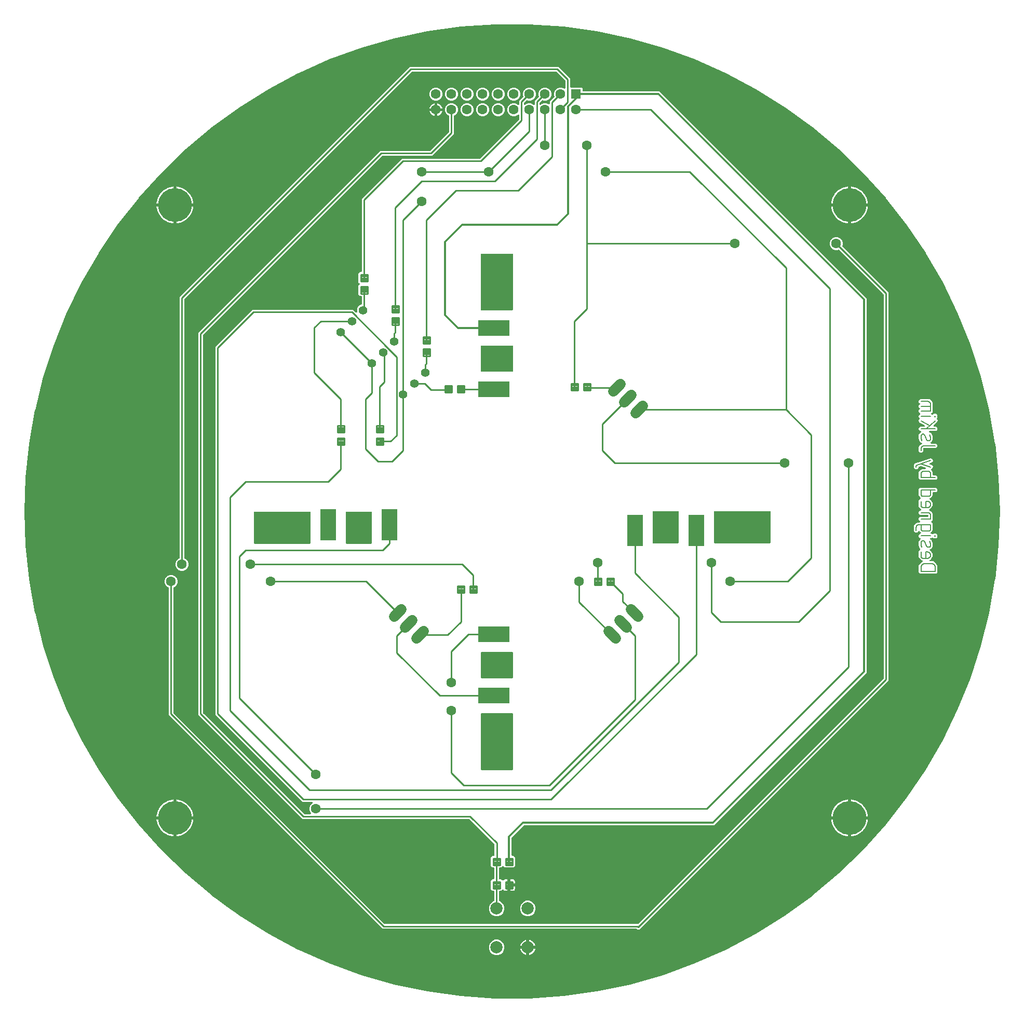
<source format=gbr>
G04 EAGLE Gerber RS-274X export*
G75*
%MOMM*%
%FSLAX34Y34*%
%LPD*%
%INBottom Copper*%
%IPPOS*%
%AMOC8*
5,1,8,0,0,1.08239X$1,22.5*%
G01*
%ADD10C,0.203200*%
%ADD11C,0.280000*%
%ADD12C,1.400000*%
%ADD13C,2.000000*%
%ADD14R,1.600000X1.600000*%
%ADD15C,1.600000*%
%ADD16C,1.676400*%
%ADD17R,2.540000X5.080000*%
%ADD18R,5.080000X2.540000*%
%ADD19C,0.300000*%
%ADD20C,0.254000*%
%ADD21C,5.500000*%

G36*
X827732Y5183D02*
X827732Y5183D01*
X827800Y5184D01*
X883088Y9050D01*
X883108Y9054D01*
X883176Y9059D01*
X938059Y16772D01*
X938080Y16778D01*
X938146Y16788D01*
X992358Y28311D01*
X992378Y28318D01*
X992444Y28332D01*
X1045720Y43609D01*
X1045739Y43617D01*
X1045804Y43636D01*
X1097884Y62592D01*
X1097903Y62602D01*
X1097967Y62625D01*
X1148598Y85168D01*
X1148616Y85179D01*
X1148677Y85206D01*
X1197613Y111226D01*
X1197630Y111238D01*
X1197690Y111270D01*
X1244691Y140640D01*
X1244707Y140653D01*
X1244764Y140689D01*
X1289602Y173266D01*
X1289617Y173281D01*
X1289672Y173321D01*
X1332128Y208946D01*
X1332143Y208961D01*
X1332194Y209005D01*
X1372062Y247505D01*
X1372075Y247521D01*
X1372123Y247569D01*
X1409208Y288756D01*
X1409221Y288773D01*
X1409265Y288824D01*
X1443387Y332497D01*
X1443398Y332516D01*
X1443439Y332569D01*
X1474431Y378516D01*
X1474441Y378535D01*
X1474478Y378592D01*
X1502189Y426589D01*
X1502198Y426609D01*
X1502231Y426667D01*
X1526527Y476481D01*
X1526534Y476501D01*
X1526563Y476562D01*
X1547324Y527949D01*
X1547330Y527970D01*
X1547355Y528032D01*
X1564481Y580742D01*
X1564485Y580763D01*
X1564506Y580828D01*
X1577914Y634604D01*
X1577916Y634625D01*
X1577932Y634691D01*
X1587556Y689271D01*
X1587557Y689293D01*
X1587569Y689359D01*
X1593362Y744478D01*
X1593361Y744500D01*
X1593363Y744511D01*
X1593366Y744531D01*
X1593366Y744542D01*
X1593368Y744567D01*
X1595302Y799956D01*
X1595300Y799977D01*
X1595302Y800044D01*
X1593368Y855433D01*
X1593365Y855454D01*
X1593362Y855522D01*
X1587569Y910641D01*
X1587564Y910662D01*
X1587556Y910729D01*
X1577932Y965309D01*
X1577926Y965330D01*
X1577914Y965396D01*
X1564506Y1019172D01*
X1564498Y1019192D01*
X1564481Y1019258D01*
X1547355Y1071968D01*
X1547346Y1071987D01*
X1547324Y1072051D01*
X1526563Y1123438D01*
X1526552Y1123457D01*
X1526527Y1123519D01*
X1502231Y1173333D01*
X1502219Y1173351D01*
X1502189Y1173411D01*
X1474478Y1221408D01*
X1474465Y1221425D01*
X1474431Y1221484D01*
X1443439Y1267431D01*
X1443425Y1267447D01*
X1443387Y1267503D01*
X1409265Y1311177D01*
X1409250Y1311192D01*
X1409208Y1311244D01*
X1372123Y1352432D01*
X1372107Y1352445D01*
X1372062Y1352495D01*
X1332194Y1390995D01*
X1332177Y1391008D01*
X1332128Y1391054D01*
X1289672Y1426679D01*
X1289654Y1426691D01*
X1289602Y1426734D01*
X1272458Y1439190D01*
X1253241Y1453152D01*
X1244764Y1459311D01*
X1244745Y1459321D01*
X1244691Y1459360D01*
X1197689Y1488730D01*
X1197670Y1488739D01*
X1197613Y1488774D01*
X1148677Y1514794D01*
X1148658Y1514801D01*
X1148598Y1514832D01*
X1097967Y1537375D01*
X1097946Y1537381D01*
X1097884Y1537408D01*
X1045804Y1556364D01*
X1045783Y1556368D01*
X1045720Y1556391D01*
X992444Y1571668D01*
X992423Y1571671D01*
X992358Y1571689D01*
X938146Y1583212D01*
X938125Y1583214D01*
X938059Y1583228D01*
X883176Y1590941D01*
X883154Y1590941D01*
X883088Y1590950D01*
X827800Y1594816D01*
X827779Y1594815D01*
X827711Y1594819D01*
X772289Y1594819D01*
X772268Y1594817D01*
X772200Y1594816D01*
X716912Y1590950D01*
X716892Y1590946D01*
X716824Y1590941D01*
X661941Y1583228D01*
X661920Y1583222D01*
X661854Y1583212D01*
X607642Y1571689D01*
X607622Y1571682D01*
X607556Y1571668D01*
X554280Y1556391D01*
X554261Y1556383D01*
X554196Y1556364D01*
X502116Y1537408D01*
X502097Y1537398D01*
X502033Y1537375D01*
X451402Y1514832D01*
X451384Y1514821D01*
X451323Y1514794D01*
X402387Y1488774D01*
X402370Y1488762D01*
X402310Y1488730D01*
X355309Y1459360D01*
X355293Y1459347D01*
X355236Y1459311D01*
X310398Y1426734D01*
X310383Y1426719D01*
X310328Y1426679D01*
X267872Y1391054D01*
X267857Y1391039D01*
X267806Y1390995D01*
X227938Y1352495D01*
X227925Y1352479D01*
X227877Y1352431D01*
X190792Y1311244D01*
X190779Y1311227D01*
X190735Y1311176D01*
X156613Y1267503D01*
X156602Y1267484D01*
X156561Y1267431D01*
X125569Y1221484D01*
X125559Y1221465D01*
X125522Y1221408D01*
X97811Y1173411D01*
X97802Y1173391D01*
X97769Y1173333D01*
X73473Y1123519D01*
X73466Y1123499D01*
X73437Y1123438D01*
X52676Y1072051D01*
X52670Y1072030D01*
X52645Y1071968D01*
X52572Y1071744D01*
X52572Y1071743D01*
X35519Y1019258D01*
X35515Y1019237D01*
X35494Y1019172D01*
X22086Y965396D01*
X22084Y965375D01*
X22068Y965309D01*
X12444Y910729D01*
X12443Y910707D01*
X12431Y910641D01*
X6638Y855522D01*
X6639Y855500D01*
X6632Y855433D01*
X4698Y800044D01*
X4700Y800023D01*
X4698Y799956D01*
X6632Y744567D01*
X6635Y744546D01*
X6638Y744478D01*
X12431Y689359D01*
X12436Y689338D01*
X12444Y689271D01*
X22068Y634691D01*
X22074Y634670D01*
X22086Y634604D01*
X35494Y580828D01*
X35502Y580808D01*
X35519Y580742D01*
X52645Y528032D01*
X52654Y528013D01*
X52676Y527949D01*
X73437Y476562D01*
X73448Y476543D01*
X73473Y476481D01*
X97769Y426667D01*
X97781Y426649D01*
X97811Y426589D01*
X125522Y378592D01*
X125535Y378574D01*
X125569Y378516D01*
X156561Y332569D01*
X156575Y332553D01*
X156613Y332497D01*
X190735Y288824D01*
X190750Y288808D01*
X190792Y288756D01*
X227877Y247569D01*
X227893Y247555D01*
X227938Y247505D01*
X267806Y209005D01*
X267823Y208992D01*
X267872Y208946D01*
X310328Y173321D01*
X310346Y173309D01*
X310398Y173266D01*
X317800Y167888D01*
X335270Y155195D01*
X354487Y141234D01*
X355236Y140689D01*
X355255Y140679D01*
X355309Y140640D01*
X402311Y111270D01*
X402330Y111261D01*
X402387Y111226D01*
X451323Y85206D01*
X451342Y85199D01*
X451402Y85168D01*
X502033Y62625D01*
X502054Y62619D01*
X502116Y62592D01*
X554196Y43636D01*
X554217Y43632D01*
X554280Y43609D01*
X607556Y28332D01*
X607577Y28329D01*
X607642Y28311D01*
X661854Y16788D01*
X661875Y16786D01*
X661941Y16772D01*
X716824Y9059D01*
X716846Y9059D01*
X716912Y9050D01*
X772200Y5184D01*
X772221Y5185D01*
X772289Y5181D01*
X827711Y5181D01*
X827732Y5183D01*
G37*
%LPC*%
G36*
X772205Y139859D02*
X772205Y139859D01*
X767596Y141768D01*
X764068Y145296D01*
X762159Y149905D01*
X762159Y154895D01*
X764068Y159504D01*
X767596Y163032D01*
X770106Y164071D01*
X770131Y164086D01*
X770159Y164095D01*
X770269Y164164D01*
X770382Y164229D01*
X770403Y164249D01*
X770428Y164265D01*
X770517Y164360D01*
X770610Y164450D01*
X770626Y164475D01*
X770646Y164496D01*
X770709Y164610D01*
X770777Y164721D01*
X770785Y164749D01*
X770800Y164775D01*
X770832Y164901D01*
X770870Y165025D01*
X770872Y165054D01*
X770879Y165083D01*
X770889Y165244D01*
X770889Y179690D01*
X770874Y179808D01*
X770867Y179927D01*
X770854Y179965D01*
X770849Y180006D01*
X770806Y180116D01*
X770769Y180229D01*
X770747Y180264D01*
X770732Y180301D01*
X770663Y180397D01*
X770599Y180498D01*
X770569Y180526D01*
X770546Y180559D01*
X770454Y180635D01*
X770367Y180716D01*
X770332Y180736D01*
X770301Y180761D01*
X770193Y180812D01*
X770089Y180870D01*
X770049Y180880D01*
X770013Y180897D01*
X769896Y180919D01*
X769781Y180949D01*
X769721Y180953D01*
X769701Y180957D01*
X769680Y180955D01*
X769620Y180959D01*
X767468Y180959D01*
X765159Y183268D01*
X765159Y197732D01*
X767468Y200041D01*
X769620Y200041D01*
X769738Y200056D01*
X769857Y200063D01*
X769895Y200076D01*
X769936Y200081D01*
X770046Y200124D01*
X770159Y200161D01*
X770194Y200183D01*
X770231Y200198D01*
X770327Y200267D01*
X770428Y200331D01*
X770456Y200361D01*
X770489Y200384D01*
X770565Y200476D01*
X770646Y200563D01*
X770666Y200598D01*
X770691Y200629D01*
X770742Y200737D01*
X770800Y200841D01*
X770810Y200881D01*
X770827Y200917D01*
X770849Y201034D01*
X770879Y201149D01*
X770883Y201209D01*
X770887Y201229D01*
X770885Y201250D01*
X770889Y201310D01*
X770889Y217790D01*
X770874Y217908D01*
X770867Y218027D01*
X770854Y218065D01*
X770849Y218106D01*
X770806Y218216D01*
X770769Y218329D01*
X770747Y218364D01*
X770732Y218401D01*
X770663Y218497D01*
X770599Y218598D01*
X770569Y218626D01*
X770546Y218659D01*
X770454Y218735D01*
X770367Y218816D01*
X770332Y218836D01*
X770301Y218861D01*
X770193Y218912D01*
X770089Y218970D01*
X770049Y218980D01*
X770013Y218997D01*
X769896Y219019D01*
X769781Y219049D01*
X769721Y219053D01*
X769701Y219057D01*
X769680Y219055D01*
X769620Y219059D01*
X767598Y219059D01*
X765289Y221368D01*
X765289Y235832D01*
X767598Y238141D01*
X769750Y238141D01*
X769868Y238156D01*
X769987Y238163D01*
X770025Y238176D01*
X770066Y238181D01*
X770176Y238224D01*
X770289Y238261D01*
X770324Y238283D01*
X770361Y238298D01*
X770457Y238367D01*
X770558Y238431D01*
X770586Y238461D01*
X770619Y238484D01*
X770695Y238576D01*
X770776Y238663D01*
X770796Y238698D01*
X770821Y238729D01*
X770872Y238837D01*
X770930Y238941D01*
X770940Y238981D01*
X770957Y239017D01*
X770979Y239134D01*
X771009Y239249D01*
X771013Y239309D01*
X771017Y239329D01*
X771015Y239350D01*
X771019Y239410D01*
X771019Y256846D01*
X771007Y256944D01*
X771004Y257043D01*
X770987Y257101D01*
X770979Y257161D01*
X770943Y257253D01*
X770915Y257349D01*
X770885Y257401D01*
X770862Y257457D01*
X770804Y257537D01*
X770754Y257622D01*
X770688Y257698D01*
X770676Y257714D01*
X770666Y257722D01*
X770648Y257743D01*
X730313Y298078D01*
X730235Y298138D01*
X730163Y298206D01*
X730110Y298235D01*
X730062Y298272D01*
X729971Y298312D01*
X729884Y298360D01*
X729826Y298375D01*
X729770Y298399D01*
X729672Y298414D01*
X729576Y298439D01*
X729476Y298445D01*
X729456Y298449D01*
X729444Y298447D01*
X729416Y298449D01*
X458162Y298449D01*
X288289Y468322D01*
X288289Y1091238D01*
X585162Y1388111D01*
X665916Y1388111D01*
X666014Y1388123D01*
X666113Y1388126D01*
X666171Y1388143D01*
X666231Y1388151D01*
X666323Y1388187D01*
X666419Y1388215D01*
X666471Y1388245D01*
X666527Y1388268D01*
X666607Y1388326D01*
X666692Y1388376D01*
X666768Y1388442D01*
X666784Y1388454D01*
X666792Y1388464D01*
X666813Y1388482D01*
X696858Y1418527D01*
X696918Y1418605D01*
X696986Y1418677D01*
X697015Y1418730D01*
X697052Y1418778D01*
X697092Y1418869D01*
X697140Y1418956D01*
X697155Y1419014D01*
X697179Y1419070D01*
X697194Y1419168D01*
X697219Y1419264D01*
X697225Y1419364D01*
X697229Y1419384D01*
X697227Y1419396D01*
X697229Y1419424D01*
X697229Y1444741D01*
X697226Y1444770D01*
X697228Y1444800D01*
X697206Y1444928D01*
X697189Y1445057D01*
X697179Y1445084D01*
X697174Y1445113D01*
X697120Y1445232D01*
X697072Y1445352D01*
X697055Y1445376D01*
X697043Y1445403D01*
X696962Y1445505D01*
X696886Y1445610D01*
X696863Y1445629D01*
X696844Y1445652D01*
X696741Y1445730D01*
X696641Y1445813D01*
X696614Y1445825D01*
X696590Y1445843D01*
X696446Y1445914D01*
X695069Y1446484D01*
X692104Y1449449D01*
X690499Y1453323D01*
X690499Y1457517D01*
X692104Y1461391D01*
X695069Y1464356D01*
X698943Y1465961D01*
X703137Y1465961D01*
X707011Y1464356D01*
X709976Y1461391D01*
X711581Y1457517D01*
X711581Y1453323D01*
X709976Y1449449D01*
X707011Y1446484D01*
X705634Y1445914D01*
X705609Y1445899D01*
X705581Y1445890D01*
X705471Y1445821D01*
X705358Y1445756D01*
X705337Y1445736D01*
X705312Y1445720D01*
X705223Y1445625D01*
X705130Y1445535D01*
X705114Y1445510D01*
X705094Y1445488D01*
X705031Y1445374D01*
X704963Y1445264D01*
X704955Y1445236D01*
X704940Y1445210D01*
X704908Y1445084D01*
X704870Y1444960D01*
X704868Y1444930D01*
X704861Y1444902D01*
X704851Y1444741D01*
X704851Y1415742D01*
X669598Y1380489D01*
X588844Y1380489D01*
X588746Y1380477D01*
X588647Y1380474D01*
X588589Y1380457D01*
X588529Y1380449D01*
X588437Y1380413D01*
X588341Y1380385D01*
X588289Y1380355D01*
X588233Y1380332D01*
X588153Y1380274D01*
X588068Y1380224D01*
X587992Y1380158D01*
X587976Y1380146D01*
X587968Y1380136D01*
X587947Y1380118D01*
X296282Y1088453D01*
X296222Y1088375D01*
X296154Y1088303D01*
X296125Y1088250D01*
X296088Y1088202D01*
X296048Y1088111D01*
X296000Y1088024D01*
X295985Y1087966D01*
X295961Y1087910D01*
X295946Y1087812D01*
X295921Y1087716D01*
X295915Y1087616D01*
X295911Y1087596D01*
X295913Y1087584D01*
X295911Y1087556D01*
X295911Y472004D01*
X295923Y471906D01*
X295926Y471807D01*
X295943Y471749D01*
X295951Y471689D01*
X295987Y471597D01*
X296015Y471501D01*
X296045Y471449D01*
X296068Y471393D01*
X296126Y471313D01*
X296176Y471228D01*
X296242Y471152D01*
X296254Y471136D01*
X296264Y471128D01*
X296282Y471107D01*
X460947Y306442D01*
X461025Y306382D01*
X461097Y306314D01*
X461150Y306285D01*
X461198Y306248D01*
X461289Y306208D01*
X461376Y306160D01*
X461434Y306145D01*
X461490Y306121D01*
X461588Y306106D01*
X461684Y306081D01*
X461784Y306075D01*
X461804Y306071D01*
X461816Y306073D01*
X461844Y306071D01*
X470978Y306071D01*
X471116Y306088D01*
X471255Y306101D01*
X471274Y306108D01*
X471294Y306111D01*
X471423Y306162D01*
X471554Y306209D01*
X471571Y306220D01*
X471589Y306228D01*
X471702Y306309D01*
X471817Y306387D01*
X471830Y306403D01*
X471847Y306414D01*
X471936Y306522D01*
X472027Y306626D01*
X472037Y306644D01*
X472050Y306659D01*
X472109Y306785D01*
X472172Y306909D01*
X472176Y306929D01*
X472185Y306947D01*
X472211Y307084D01*
X472242Y307219D01*
X472241Y307240D01*
X472245Y307259D01*
X472236Y307398D01*
X472232Y307537D01*
X472226Y307557D01*
X472225Y307577D01*
X472182Y307709D01*
X472144Y307843D01*
X472133Y307860D01*
X472127Y307879D01*
X472053Y307997D01*
X471982Y308117D01*
X471964Y308138D01*
X471957Y308148D01*
X471942Y308162D01*
X471876Y308237D01*
X471124Y308989D01*
X469519Y312863D01*
X469519Y317057D01*
X471124Y320931D01*
X474089Y323896D01*
X474213Y323947D01*
X474274Y323982D01*
X474339Y324008D01*
X474411Y324060D01*
X474489Y324105D01*
X474540Y324153D01*
X474596Y324194D01*
X474653Y324264D01*
X474718Y324326D01*
X474754Y324386D01*
X474799Y324439D01*
X474837Y324521D01*
X474884Y324597D01*
X474905Y324664D01*
X474934Y324727D01*
X474951Y324815D01*
X474978Y324901D01*
X474981Y324971D01*
X474994Y325040D01*
X474989Y325129D01*
X474993Y325219D01*
X474979Y325287D01*
X474974Y325357D01*
X474947Y325442D01*
X474929Y325530D01*
X474898Y325593D01*
X474876Y325659D01*
X474828Y325735D01*
X474789Y325816D01*
X474744Y325869D01*
X474706Y325928D01*
X474641Y325990D01*
X474583Y326058D01*
X474525Y326098D01*
X474475Y326146D01*
X474396Y326189D01*
X474323Y326241D01*
X474257Y326266D01*
X474196Y326300D01*
X474109Y326322D01*
X474025Y326354D01*
X473956Y326362D01*
X473888Y326379D01*
X473728Y326389D01*
X458162Y326389D01*
X316229Y468322D01*
X316229Y1068378D01*
X318833Y1070982D01*
X374278Y1126427D01*
X376882Y1129031D01*
X540467Y1129031D01*
X545259Y1124239D01*
X545314Y1124196D01*
X545363Y1124146D01*
X545439Y1124099D01*
X545511Y1124044D01*
X545575Y1124016D01*
X545634Y1123979D01*
X545720Y1123953D01*
X545802Y1123917D01*
X545871Y1123906D01*
X545938Y1123886D01*
X546028Y1123882D01*
X546116Y1123867D01*
X546186Y1123874D01*
X546256Y1123871D01*
X546343Y1123889D01*
X546433Y1123897D01*
X546499Y1123921D01*
X546567Y1123935D01*
X546648Y1123974D01*
X546732Y1124005D01*
X546790Y1124044D01*
X546853Y1124075D01*
X546921Y1124133D01*
X546996Y1124183D01*
X547042Y1124236D01*
X547095Y1124281D01*
X547146Y1124354D01*
X547206Y1124422D01*
X547238Y1124484D01*
X547278Y1124541D01*
X547310Y1124625D01*
X547351Y1124705D01*
X547366Y1124773D01*
X547391Y1124838D01*
X547401Y1124928D01*
X547420Y1125015D01*
X547418Y1125085D01*
X547426Y1125155D01*
X547413Y1125243D01*
X547411Y1125333D01*
X547391Y1125400D01*
X547381Y1125469D01*
X547329Y1125622D01*
X547080Y1126223D01*
X547080Y1130019D01*
X548533Y1133525D01*
X551217Y1136209D01*
X554206Y1137447D01*
X554231Y1137462D01*
X554259Y1137471D01*
X554297Y1137495D01*
X554331Y1137509D01*
X554398Y1137557D01*
X554482Y1137605D01*
X554503Y1137625D01*
X554528Y1137641D01*
X554559Y1137674D01*
X554589Y1137695D01*
X554642Y1137760D01*
X554710Y1137826D01*
X554726Y1137851D01*
X554746Y1137873D01*
X554767Y1137911D01*
X554791Y1137940D01*
X554828Y1138018D01*
X554877Y1138097D01*
X554885Y1138126D01*
X554900Y1138151D01*
X554910Y1138193D01*
X554927Y1138228D01*
X554943Y1138314D01*
X554970Y1138401D01*
X554972Y1138431D01*
X554979Y1138459D01*
X554983Y1138521D01*
X554987Y1138540D01*
X554985Y1138560D01*
X554989Y1138620D01*
X554989Y1150100D01*
X554974Y1150218D01*
X554967Y1150337D01*
X554954Y1150375D01*
X554949Y1150416D01*
X554906Y1150526D01*
X554869Y1150639D01*
X554847Y1150674D01*
X554832Y1150711D01*
X554763Y1150807D01*
X554699Y1150908D01*
X554669Y1150936D01*
X554646Y1150969D01*
X554554Y1151045D01*
X554467Y1151126D01*
X554432Y1151146D01*
X554401Y1151171D01*
X554293Y1151222D01*
X554189Y1151280D01*
X554149Y1151290D01*
X554113Y1151307D01*
X553996Y1151329D01*
X553881Y1151359D01*
X553821Y1151363D01*
X553801Y1151367D01*
X553780Y1151365D01*
X553720Y1151369D01*
X551568Y1151369D01*
X549259Y1153678D01*
X549259Y1168142D01*
X551224Y1170108D01*
X551298Y1170202D01*
X551376Y1170291D01*
X551395Y1170327D01*
X551419Y1170359D01*
X551467Y1170468D01*
X551521Y1170574D01*
X551530Y1170613D01*
X551546Y1170651D01*
X551564Y1170768D01*
X551590Y1170884D01*
X551589Y1170925D01*
X551596Y1170965D01*
X551584Y1171083D01*
X551581Y1171202D01*
X551570Y1171241D01*
X551566Y1171281D01*
X551525Y1171393D01*
X551492Y1171508D01*
X551472Y1171543D01*
X551458Y1171581D01*
X551391Y1171679D01*
X551331Y1171782D01*
X551291Y1171827D01*
X551280Y1171844D01*
X551264Y1171857D01*
X551224Y1171903D01*
X549259Y1173868D01*
X549259Y1188332D01*
X551568Y1190641D01*
X553720Y1190641D01*
X553838Y1190656D01*
X553957Y1190663D01*
X553995Y1190676D01*
X554036Y1190681D01*
X554146Y1190724D01*
X554259Y1190761D01*
X554294Y1190783D01*
X554331Y1190798D01*
X554427Y1190867D01*
X554528Y1190931D01*
X554556Y1190961D01*
X554589Y1190984D01*
X554665Y1191076D01*
X554746Y1191163D01*
X554766Y1191198D01*
X554791Y1191229D01*
X554842Y1191337D01*
X554900Y1191441D01*
X554910Y1191481D01*
X554927Y1191517D01*
X554949Y1191634D01*
X554979Y1191749D01*
X554983Y1191809D01*
X554987Y1191829D01*
X554986Y1191844D01*
X554987Y1191849D01*
X554986Y1191859D01*
X554989Y1191910D01*
X554989Y1309678D01*
X620722Y1375411D01*
X747196Y1375411D01*
X747294Y1375423D01*
X747393Y1375426D01*
X747451Y1375443D01*
X747511Y1375451D01*
X747603Y1375487D01*
X747699Y1375515D01*
X747751Y1375545D01*
X747807Y1375568D01*
X747887Y1375626D01*
X747972Y1375676D01*
X748048Y1375742D01*
X748064Y1375754D01*
X748072Y1375764D01*
X748093Y1375782D01*
X811158Y1438847D01*
X811218Y1438925D01*
X811286Y1438997D01*
X811315Y1439050D01*
X811352Y1439098D01*
X811392Y1439189D01*
X811440Y1439276D01*
X811455Y1439334D01*
X811479Y1439390D01*
X811494Y1439488D01*
X811519Y1439584D01*
X811525Y1439684D01*
X811529Y1439704D01*
X811527Y1439716D01*
X811529Y1439744D01*
X811529Y1446338D01*
X811512Y1446476D01*
X811499Y1446615D01*
X811492Y1446634D01*
X811489Y1446654D01*
X811438Y1446783D01*
X811391Y1446914D01*
X811380Y1446931D01*
X811372Y1446949D01*
X811291Y1447062D01*
X811213Y1447177D01*
X811197Y1447190D01*
X811186Y1447207D01*
X811078Y1447296D01*
X810974Y1447387D01*
X810956Y1447397D01*
X810941Y1447410D01*
X810815Y1447469D01*
X810691Y1447532D01*
X810671Y1447536D01*
X810653Y1447545D01*
X810516Y1447571D01*
X810381Y1447602D01*
X810360Y1447601D01*
X810341Y1447605D01*
X810202Y1447596D01*
X810063Y1447592D01*
X810043Y1447586D01*
X810023Y1447585D01*
X809891Y1447542D01*
X809757Y1447504D01*
X809740Y1447493D01*
X809721Y1447487D01*
X809603Y1447413D01*
X809483Y1447342D01*
X809462Y1447324D01*
X809452Y1447317D01*
X809438Y1447302D01*
X809363Y1447236D01*
X808611Y1446484D01*
X804737Y1444879D01*
X800543Y1444879D01*
X796669Y1446484D01*
X793704Y1449449D01*
X792099Y1453323D01*
X792099Y1457517D01*
X793704Y1461391D01*
X796669Y1464356D01*
X800543Y1465961D01*
X804737Y1465961D01*
X808611Y1464356D01*
X809363Y1463604D01*
X809472Y1463519D01*
X809579Y1463430D01*
X809598Y1463422D01*
X809614Y1463409D01*
X809742Y1463354D01*
X809867Y1463295D01*
X809887Y1463291D01*
X809906Y1463283D01*
X810044Y1463261D01*
X810180Y1463235D01*
X810200Y1463236D01*
X810220Y1463233D01*
X810359Y1463246D01*
X810497Y1463255D01*
X810516Y1463261D01*
X810536Y1463263D01*
X810668Y1463310D01*
X810799Y1463353D01*
X810817Y1463364D01*
X810836Y1463371D01*
X810951Y1463449D01*
X811068Y1463523D01*
X811082Y1463538D01*
X811099Y1463549D01*
X811191Y1463653D01*
X811286Y1463755D01*
X811296Y1463772D01*
X811309Y1463788D01*
X811372Y1463911D01*
X811440Y1464033D01*
X811445Y1464053D01*
X811454Y1464071D01*
X811484Y1464207D01*
X811519Y1464341D01*
X811521Y1464369D01*
X811524Y1464381D01*
X811523Y1464402D01*
X811529Y1464502D01*
X811529Y1469698D01*
X817794Y1475964D01*
X817812Y1475987D01*
X817835Y1476006D01*
X817909Y1476112D01*
X817989Y1476215D01*
X818001Y1476242D01*
X818018Y1476266D01*
X818064Y1476387D01*
X818116Y1476507D01*
X818120Y1476536D01*
X818131Y1476563D01*
X818145Y1476692D01*
X818165Y1476821D01*
X818163Y1476850D01*
X818166Y1476879D01*
X818148Y1477008D01*
X818136Y1477137D01*
X818126Y1477165D01*
X818122Y1477194D01*
X818069Y1477347D01*
X817499Y1478723D01*
X817499Y1482917D01*
X819104Y1486791D01*
X822069Y1489756D01*
X825943Y1491361D01*
X830137Y1491361D01*
X834011Y1489756D01*
X836976Y1486791D01*
X838581Y1482917D01*
X838581Y1478723D01*
X836976Y1474849D01*
X834011Y1471884D01*
X830137Y1470279D01*
X825943Y1470279D01*
X824567Y1470849D01*
X824538Y1470857D01*
X824512Y1470871D01*
X824385Y1470899D01*
X824260Y1470933D01*
X824230Y1470934D01*
X824202Y1470940D01*
X824072Y1470936D01*
X823942Y1470938D01*
X823913Y1470932D01*
X823884Y1470931D01*
X823759Y1470895D01*
X823633Y1470864D01*
X823607Y1470850D01*
X823578Y1470842D01*
X823467Y1470776D01*
X823352Y1470716D01*
X823330Y1470696D01*
X823304Y1470681D01*
X823184Y1470574D01*
X819522Y1466913D01*
X819462Y1466835D01*
X819394Y1466763D01*
X819365Y1466710D01*
X819328Y1466662D01*
X819288Y1466571D01*
X819240Y1466484D01*
X819225Y1466426D01*
X819201Y1466370D01*
X819186Y1466272D01*
X819161Y1466176D01*
X819155Y1466076D01*
X819151Y1466056D01*
X819153Y1466044D01*
X819151Y1466016D01*
X819151Y1464502D01*
X819168Y1464364D01*
X819181Y1464225D01*
X819188Y1464206D01*
X819191Y1464186D01*
X819242Y1464057D01*
X819289Y1463926D01*
X819300Y1463909D01*
X819308Y1463891D01*
X819389Y1463778D01*
X819467Y1463663D01*
X819483Y1463650D01*
X819494Y1463633D01*
X819602Y1463544D01*
X819706Y1463453D01*
X819724Y1463443D01*
X819739Y1463430D01*
X819865Y1463371D01*
X819989Y1463308D01*
X820009Y1463304D01*
X820027Y1463295D01*
X820164Y1463269D01*
X820299Y1463238D01*
X820320Y1463239D01*
X820339Y1463235D01*
X820478Y1463244D01*
X820617Y1463248D01*
X820637Y1463254D01*
X820657Y1463255D01*
X820789Y1463298D01*
X820923Y1463336D01*
X820940Y1463347D01*
X820959Y1463353D01*
X821077Y1463427D01*
X821197Y1463498D01*
X821218Y1463516D01*
X821228Y1463523D01*
X821242Y1463538D01*
X821317Y1463604D01*
X822069Y1464356D01*
X825943Y1465961D01*
X830137Y1465961D01*
X834011Y1464356D01*
X834763Y1463604D01*
X834872Y1463519D01*
X834979Y1463430D01*
X834998Y1463422D01*
X835014Y1463409D01*
X835142Y1463354D01*
X835267Y1463295D01*
X835287Y1463291D01*
X835306Y1463283D01*
X835444Y1463261D01*
X835580Y1463235D01*
X835600Y1463236D01*
X835620Y1463233D01*
X835759Y1463246D01*
X835897Y1463255D01*
X835916Y1463261D01*
X835936Y1463263D01*
X836068Y1463310D01*
X836199Y1463353D01*
X836217Y1463364D01*
X836236Y1463371D01*
X836351Y1463449D01*
X836468Y1463523D01*
X836482Y1463538D01*
X836499Y1463549D01*
X836591Y1463653D01*
X836686Y1463755D01*
X836696Y1463772D01*
X836709Y1463788D01*
X836772Y1463911D01*
X836840Y1464033D01*
X836845Y1464053D01*
X836854Y1464071D01*
X836884Y1464207D01*
X836919Y1464341D01*
X836921Y1464369D01*
X836924Y1464381D01*
X836923Y1464402D01*
X836929Y1464502D01*
X836929Y1469698D01*
X839533Y1472302D01*
X843194Y1475964D01*
X843212Y1475987D01*
X843235Y1476006D01*
X843310Y1476112D01*
X843389Y1476215D01*
X843401Y1476242D01*
X843418Y1476266D01*
X843464Y1476387D01*
X843516Y1476507D01*
X843520Y1476536D01*
X843531Y1476563D01*
X843545Y1476692D01*
X843565Y1476821D01*
X843563Y1476850D01*
X843566Y1476880D01*
X843548Y1477008D01*
X843536Y1477137D01*
X843526Y1477165D01*
X843522Y1477194D01*
X843469Y1477347D01*
X842899Y1478723D01*
X842899Y1482917D01*
X844504Y1486791D01*
X847469Y1489756D01*
X851343Y1491361D01*
X855537Y1491361D01*
X859411Y1489756D01*
X862376Y1486791D01*
X863981Y1482917D01*
X863981Y1478723D01*
X862376Y1474849D01*
X859411Y1471884D01*
X855537Y1470279D01*
X851343Y1470279D01*
X849967Y1470849D01*
X849938Y1470857D01*
X849912Y1470871D01*
X849785Y1470899D01*
X849660Y1470933D01*
X849630Y1470934D01*
X849602Y1470940D01*
X849472Y1470936D01*
X849342Y1470938D01*
X849313Y1470932D01*
X849284Y1470931D01*
X849159Y1470895D01*
X849033Y1470864D01*
X849007Y1470850D01*
X848978Y1470842D01*
X848867Y1470776D01*
X848752Y1470716D01*
X848730Y1470696D01*
X848704Y1470681D01*
X848584Y1470574D01*
X844922Y1466913D01*
X844862Y1466835D01*
X844794Y1466763D01*
X844765Y1466710D01*
X844728Y1466662D01*
X844688Y1466571D01*
X844640Y1466484D01*
X844625Y1466426D01*
X844601Y1466370D01*
X844586Y1466272D01*
X844561Y1466176D01*
X844555Y1466076D01*
X844551Y1466056D01*
X844553Y1466044D01*
X844551Y1466016D01*
X844551Y1464502D01*
X844568Y1464364D01*
X844581Y1464225D01*
X844588Y1464206D01*
X844591Y1464186D01*
X844642Y1464057D01*
X844689Y1463926D01*
X844700Y1463909D01*
X844708Y1463891D01*
X844789Y1463778D01*
X844867Y1463663D01*
X844883Y1463650D01*
X844894Y1463633D01*
X845002Y1463544D01*
X845106Y1463453D01*
X845124Y1463443D01*
X845139Y1463430D01*
X845265Y1463371D01*
X845389Y1463308D01*
X845409Y1463304D01*
X845427Y1463295D01*
X845564Y1463269D01*
X845699Y1463238D01*
X845720Y1463239D01*
X845739Y1463235D01*
X845878Y1463244D01*
X846017Y1463248D01*
X846037Y1463254D01*
X846057Y1463255D01*
X846189Y1463298D01*
X846323Y1463336D01*
X846340Y1463347D01*
X846359Y1463353D01*
X846477Y1463427D01*
X846597Y1463498D01*
X846618Y1463516D01*
X846628Y1463523D01*
X846642Y1463538D01*
X846717Y1463604D01*
X847469Y1464356D01*
X851343Y1465961D01*
X855537Y1465961D01*
X859482Y1464326D01*
X859489Y1464320D01*
X859508Y1464312D01*
X859523Y1464300D01*
X859652Y1464244D01*
X859777Y1464185D01*
X859797Y1464181D01*
X859815Y1464173D01*
X859953Y1464151D01*
X860090Y1464125D01*
X860109Y1464126D01*
X860129Y1464123D01*
X860268Y1464136D01*
X860407Y1464145D01*
X860426Y1464151D01*
X860446Y1464153D01*
X860577Y1464200D01*
X860709Y1464243D01*
X860726Y1464254D01*
X860745Y1464260D01*
X860860Y1464339D01*
X860978Y1464413D01*
X860992Y1464428D01*
X861008Y1464439D01*
X861101Y1464543D01*
X861196Y1464645D01*
X861206Y1464662D01*
X861219Y1464677D01*
X861282Y1464801D01*
X861350Y1464923D01*
X861355Y1464943D01*
X861364Y1464960D01*
X861394Y1465097D01*
X861429Y1465231D01*
X861431Y1465259D01*
X861433Y1465271D01*
X861433Y1465291D01*
X861439Y1465392D01*
X861439Y1468808D01*
X864043Y1471412D01*
X868594Y1475964D01*
X868612Y1475987D01*
X868635Y1476006D01*
X868710Y1476112D01*
X868789Y1476215D01*
X868801Y1476242D01*
X868818Y1476266D01*
X868864Y1476387D01*
X868916Y1476507D01*
X868920Y1476536D01*
X868931Y1476563D01*
X868945Y1476692D01*
X868965Y1476821D01*
X868963Y1476850D01*
X868966Y1476880D01*
X868948Y1477008D01*
X868936Y1477137D01*
X868926Y1477165D01*
X868922Y1477194D01*
X868869Y1477347D01*
X868299Y1478723D01*
X868299Y1482917D01*
X869904Y1486791D01*
X872869Y1489756D01*
X876743Y1491361D01*
X880937Y1491361D01*
X884882Y1489726D01*
X884889Y1489720D01*
X884908Y1489712D01*
X884923Y1489700D01*
X885052Y1489644D01*
X885177Y1489585D01*
X885197Y1489581D01*
X885215Y1489573D01*
X885353Y1489551D01*
X885490Y1489525D01*
X885509Y1489526D01*
X885529Y1489523D01*
X885668Y1489536D01*
X885807Y1489545D01*
X885826Y1489551D01*
X885846Y1489553D01*
X885977Y1489600D01*
X886109Y1489643D01*
X886126Y1489654D01*
X886145Y1489660D01*
X886260Y1489739D01*
X886378Y1489813D01*
X886392Y1489828D01*
X886408Y1489839D01*
X886501Y1489943D01*
X886596Y1490045D01*
X886606Y1490062D01*
X886619Y1490077D01*
X886682Y1490201D01*
X886750Y1490323D01*
X886755Y1490343D01*
X886764Y1490360D01*
X886794Y1490497D01*
X886829Y1490631D01*
X886831Y1490659D01*
X886833Y1490671D01*
X886833Y1490691D01*
X886839Y1490792D01*
X886839Y1502466D01*
X886827Y1502564D01*
X886824Y1502663D01*
X886807Y1502721D01*
X886799Y1502781D01*
X886763Y1502873D01*
X886735Y1502969D01*
X886705Y1503021D01*
X886682Y1503077D01*
X886624Y1503157D01*
X886574Y1503242D01*
X886508Y1503318D01*
X886496Y1503334D01*
X886486Y1503342D01*
X886468Y1503363D01*
X872553Y1517278D01*
X872475Y1517338D01*
X872403Y1517406D01*
X872350Y1517435D01*
X872302Y1517472D01*
X872211Y1517512D01*
X872124Y1517560D01*
X872066Y1517575D01*
X872010Y1517599D01*
X871912Y1517614D01*
X871816Y1517639D01*
X871716Y1517645D01*
X871696Y1517649D01*
X871684Y1517647D01*
X871656Y1517649D01*
X637104Y1517649D01*
X637006Y1517637D01*
X636907Y1517634D01*
X636849Y1517617D01*
X636789Y1517609D01*
X636697Y1517573D01*
X636601Y1517545D01*
X636549Y1517515D01*
X636493Y1517492D01*
X636413Y1517434D01*
X636328Y1517384D01*
X636252Y1517318D01*
X636236Y1517306D01*
X636228Y1517296D01*
X636207Y1517278D01*
X265802Y1146873D01*
X265742Y1146795D01*
X265674Y1146723D01*
X265645Y1146670D01*
X265608Y1146622D01*
X265568Y1146531D01*
X265520Y1146444D01*
X265505Y1146386D01*
X265481Y1146330D01*
X265466Y1146232D01*
X265441Y1146136D01*
X265435Y1146036D01*
X265431Y1146016D01*
X265433Y1146004D01*
X265431Y1145976D01*
X265431Y724419D01*
X265434Y724390D01*
X265432Y724360D01*
X265454Y724232D01*
X265471Y724103D01*
X265481Y724076D01*
X265486Y724047D01*
X265540Y723928D01*
X265588Y723808D01*
X265605Y723784D01*
X265617Y723757D01*
X265698Y723655D01*
X265774Y723550D01*
X265797Y723531D01*
X265816Y723508D01*
X265919Y723430D01*
X266019Y723347D01*
X266046Y723335D01*
X266070Y723317D01*
X266214Y723246D01*
X267591Y722676D01*
X270556Y719711D01*
X272161Y715837D01*
X272161Y711643D01*
X270556Y707769D01*
X267591Y704804D01*
X263717Y703199D01*
X259523Y703199D01*
X255649Y704804D01*
X252684Y707769D01*
X251079Y711643D01*
X251079Y715837D01*
X252684Y719711D01*
X255649Y722676D01*
X257026Y723246D01*
X257051Y723261D01*
X257079Y723270D01*
X257189Y723339D01*
X257302Y723404D01*
X257323Y723424D01*
X257348Y723440D01*
X257437Y723535D01*
X257530Y723625D01*
X257546Y723650D01*
X257566Y723672D01*
X257629Y723786D01*
X257697Y723896D01*
X257705Y723924D01*
X257720Y723950D01*
X257752Y724076D01*
X257790Y724200D01*
X257792Y724230D01*
X257799Y724258D01*
X257809Y724419D01*
X257809Y1149658D01*
X633422Y1525271D01*
X875338Y1525271D01*
X894461Y1506148D01*
X894461Y1492630D01*
X894476Y1492512D01*
X894483Y1492393D01*
X894496Y1492355D01*
X894501Y1492314D01*
X894544Y1492204D01*
X894581Y1492091D01*
X894603Y1492056D01*
X894618Y1492019D01*
X894687Y1491923D01*
X894751Y1491822D01*
X894781Y1491794D01*
X894804Y1491761D01*
X894896Y1491685D01*
X894983Y1491604D01*
X895018Y1491584D01*
X895049Y1491559D01*
X895157Y1491508D01*
X895261Y1491450D01*
X895301Y1491440D01*
X895337Y1491423D01*
X895454Y1491401D01*
X895569Y1491371D01*
X895629Y1491367D01*
X895649Y1491363D01*
X895670Y1491365D01*
X895730Y1491361D01*
X913292Y1491361D01*
X914781Y1489872D01*
X914781Y1486130D01*
X914796Y1486012D01*
X914803Y1485893D01*
X914816Y1485855D01*
X914821Y1485814D01*
X914864Y1485704D01*
X914901Y1485591D01*
X914923Y1485556D01*
X914938Y1485519D01*
X915007Y1485423D01*
X915071Y1485322D01*
X915101Y1485294D01*
X915124Y1485261D01*
X915216Y1485185D01*
X915303Y1485104D01*
X915338Y1485084D01*
X915369Y1485059D01*
X915477Y1485008D01*
X915581Y1484950D01*
X915621Y1484940D01*
X915657Y1484923D01*
X915774Y1484901D01*
X915889Y1484871D01*
X915949Y1484867D01*
X915969Y1484863D01*
X915990Y1484865D01*
X916050Y1484861D01*
X1040534Y1484861D01*
X1378181Y1147214D01*
X1378181Y536806D01*
X1129434Y288059D01*
X820079Y288059D01*
X819981Y288047D01*
X819882Y288044D01*
X819824Y288027D01*
X819764Y288019D01*
X819672Y287983D01*
X819577Y287955D01*
X819525Y287925D01*
X819468Y287902D01*
X819388Y287844D01*
X819303Y287794D01*
X819227Y287728D01*
X819211Y287716D01*
X819203Y287706D01*
X819182Y287688D01*
X799432Y267938D01*
X799372Y267860D01*
X799304Y267788D01*
X799275Y267735D01*
X799238Y267687D01*
X799198Y267596D01*
X799150Y267509D01*
X799135Y267451D01*
X799111Y267395D01*
X799096Y267297D01*
X799071Y267201D01*
X799065Y267101D01*
X799061Y267081D01*
X799063Y267069D01*
X799061Y267041D01*
X799061Y239410D01*
X799076Y239292D01*
X799083Y239173D01*
X799096Y239135D01*
X799101Y239094D01*
X799144Y238984D01*
X799181Y238871D01*
X799203Y238836D01*
X799218Y238799D01*
X799287Y238703D01*
X799351Y238602D01*
X799381Y238574D01*
X799404Y238541D01*
X799496Y238465D01*
X799583Y238384D01*
X799618Y238364D01*
X799649Y238339D01*
X799757Y238288D01*
X799861Y238230D01*
X799901Y238220D01*
X799937Y238203D01*
X800054Y238181D01*
X800169Y238151D01*
X800229Y238147D01*
X800249Y238143D01*
X800270Y238145D01*
X800330Y238141D01*
X802252Y238141D01*
X804561Y235832D01*
X804561Y221368D01*
X802252Y219059D01*
X787788Y219059D01*
X785823Y221024D01*
X785728Y221098D01*
X785639Y221176D01*
X785603Y221195D01*
X785571Y221219D01*
X785462Y221267D01*
X785356Y221321D01*
X785317Y221330D01*
X785279Y221346D01*
X785162Y221364D01*
X785046Y221390D01*
X785005Y221389D01*
X784965Y221396D01*
X784847Y221384D01*
X784728Y221381D01*
X784689Y221370D01*
X784649Y221366D01*
X784536Y221325D01*
X784422Y221292D01*
X784388Y221272D01*
X784349Y221258D01*
X784251Y221191D01*
X784148Y221131D01*
X784103Y221091D01*
X784086Y221080D01*
X784073Y221064D01*
X784028Y221024D01*
X782062Y219059D01*
X779780Y219059D01*
X779662Y219044D01*
X779543Y219037D01*
X779505Y219024D01*
X779464Y219019D01*
X779354Y218976D01*
X779241Y218939D01*
X779206Y218917D01*
X779169Y218902D01*
X779073Y218833D01*
X778972Y218769D01*
X778944Y218739D01*
X778911Y218716D01*
X778835Y218624D01*
X778754Y218537D01*
X778734Y218502D01*
X778709Y218471D01*
X778658Y218363D01*
X778600Y218259D01*
X778590Y218219D01*
X778573Y218183D01*
X778551Y218066D01*
X778521Y217951D01*
X778517Y217891D01*
X778513Y217871D01*
X778515Y217850D01*
X778511Y217790D01*
X778511Y201310D01*
X778526Y201192D01*
X778533Y201073D01*
X778546Y201035D01*
X778551Y200994D01*
X778594Y200884D01*
X778631Y200771D01*
X778653Y200736D01*
X778668Y200699D01*
X778737Y200603D01*
X778801Y200502D01*
X778831Y200474D01*
X778854Y200441D01*
X778946Y200365D01*
X779033Y200284D01*
X779068Y200264D01*
X779099Y200239D01*
X779207Y200188D01*
X779311Y200130D01*
X779351Y200120D01*
X779387Y200103D01*
X779504Y200081D01*
X779619Y200051D01*
X779679Y200047D01*
X779699Y200043D01*
X779720Y200045D01*
X779780Y200041D01*
X781932Y200041D01*
X783985Y197988D01*
X784084Y197911D01*
X784179Y197829D01*
X784209Y197814D01*
X784236Y197793D01*
X784352Y197743D01*
X784464Y197687D01*
X784497Y197680D01*
X784528Y197667D01*
X784652Y197647D01*
X784775Y197621D01*
X784809Y197622D01*
X784842Y197617D01*
X784968Y197629D01*
X785093Y197634D01*
X785125Y197644D01*
X785159Y197647D01*
X785277Y197689D01*
X785397Y197726D01*
X785426Y197743D01*
X785458Y197754D01*
X785562Y197825D01*
X785670Y197890D01*
X785693Y197914D01*
X785721Y197933D01*
X785804Y198027D01*
X785892Y198117D01*
X785919Y198158D01*
X785932Y198171D01*
X785942Y198191D01*
X785982Y198251D01*
X786137Y198520D01*
X786870Y199253D01*
X787769Y199772D01*
X788771Y200041D01*
X792351Y200041D01*
X792351Y191770D01*
X792366Y191652D01*
X792373Y191533D01*
X792386Y191495D01*
X792391Y191455D01*
X792434Y191344D01*
X792471Y191231D01*
X792493Y191196D01*
X792508Y191159D01*
X792578Y191063D01*
X792641Y190962D01*
X792671Y190934D01*
X792695Y190902D01*
X792786Y190826D01*
X792873Y190744D01*
X792908Y190725D01*
X792939Y190699D01*
X793047Y190648D01*
X793151Y190591D01*
X793191Y190580D01*
X793227Y190563D01*
X793344Y190541D01*
X793459Y190511D01*
X793520Y190507D01*
X793540Y190503D01*
X793560Y190505D01*
X793620Y190501D01*
X794891Y190501D01*
X794891Y190499D01*
X793620Y190499D01*
X793502Y190484D01*
X793383Y190477D01*
X793345Y190464D01*
X793305Y190459D01*
X793194Y190415D01*
X793081Y190379D01*
X793046Y190357D01*
X793009Y190342D01*
X792913Y190272D01*
X792812Y190209D01*
X792784Y190179D01*
X792751Y190155D01*
X792676Y190064D01*
X792594Y189977D01*
X792574Y189942D01*
X792549Y189910D01*
X792498Y189803D01*
X792440Y189699D01*
X792430Y189659D01*
X792413Y189623D01*
X792391Y189506D01*
X792361Y189391D01*
X792357Y189330D01*
X792353Y189310D01*
X792354Y189304D01*
X792353Y189302D01*
X792354Y189286D01*
X792351Y189230D01*
X792351Y180959D01*
X788771Y180959D01*
X787769Y181228D01*
X786870Y181747D01*
X786137Y182480D01*
X785982Y182749D01*
X785906Y182849D01*
X785835Y182953D01*
X785810Y182975D01*
X785789Y183002D01*
X785691Y183080D01*
X785597Y183164D01*
X785567Y183179D01*
X785540Y183200D01*
X785425Y183251D01*
X785313Y183308D01*
X785280Y183316D01*
X785250Y183329D01*
X785126Y183350D01*
X785003Y183378D01*
X784969Y183377D01*
X784936Y183382D01*
X784811Y183372D01*
X784685Y183368D01*
X784653Y183359D01*
X784619Y183356D01*
X784501Y183315D01*
X784380Y183280D01*
X784351Y183263D01*
X784319Y183252D01*
X784214Y183182D01*
X784106Y183118D01*
X784069Y183086D01*
X784054Y183076D01*
X784039Y183060D01*
X783985Y183012D01*
X781932Y180959D01*
X779780Y180959D01*
X779662Y180944D01*
X779543Y180937D01*
X779505Y180924D01*
X779464Y180919D01*
X779354Y180876D01*
X779241Y180839D01*
X779206Y180817D01*
X779169Y180802D01*
X779073Y180733D01*
X778972Y180669D01*
X778944Y180639D01*
X778911Y180616D01*
X778835Y180524D01*
X778754Y180437D01*
X778734Y180402D01*
X778709Y180371D01*
X778658Y180263D01*
X778600Y180159D01*
X778590Y180119D01*
X778573Y180083D01*
X778551Y179966D01*
X778521Y179851D01*
X778517Y179791D01*
X778513Y179771D01*
X778515Y179750D01*
X778511Y179690D01*
X778511Y165244D01*
X778514Y165214D01*
X778512Y165185D01*
X778534Y165057D01*
X778551Y164928D01*
X778561Y164901D01*
X778566Y164872D01*
X778620Y164753D01*
X778668Y164632D01*
X778685Y164609D01*
X778697Y164582D01*
X778778Y164480D01*
X778854Y164375D01*
X778877Y164356D01*
X778896Y164333D01*
X778999Y164255D01*
X779099Y164172D01*
X779126Y164160D01*
X779150Y164142D01*
X779294Y164071D01*
X781804Y163032D01*
X785332Y159504D01*
X787241Y154895D01*
X787241Y149905D01*
X785332Y145296D01*
X781804Y141768D01*
X777195Y139859D01*
X772205Y139859D01*
G37*
%LPD*%
%LPC*%
G36*
X1004262Y118109D02*
X1004262Y118109D01*
X1003363Y119008D01*
X1003285Y119068D01*
X1003213Y119136D01*
X1003160Y119165D01*
X1003112Y119202D01*
X1003021Y119242D01*
X1002934Y119290D01*
X1002876Y119305D01*
X1002820Y119329D01*
X1002722Y119344D01*
X1002626Y119369D01*
X1002526Y119375D01*
X1002506Y119379D01*
X1002494Y119377D01*
X1002466Y119379D01*
X588972Y119379D01*
X242633Y465718D01*
X240029Y468322D01*
X240029Y675121D01*
X240026Y675150D01*
X240028Y675180D01*
X240006Y675308D01*
X239989Y675437D01*
X239979Y675464D01*
X239974Y675493D01*
X239920Y675612D01*
X239872Y675732D01*
X239855Y675756D01*
X239843Y675783D01*
X239762Y675885D01*
X239686Y675990D01*
X239663Y676009D01*
X239644Y676032D01*
X239541Y676110D01*
X239441Y676193D01*
X239414Y676205D01*
X239390Y676223D01*
X239246Y676294D01*
X237869Y676864D01*
X234904Y679829D01*
X233299Y683703D01*
X233299Y687897D01*
X234904Y691771D01*
X237869Y694736D01*
X241743Y696341D01*
X245937Y696341D01*
X249811Y694736D01*
X252776Y691771D01*
X254381Y687897D01*
X254381Y683703D01*
X252776Y679829D01*
X249811Y676864D01*
X248434Y676294D01*
X248409Y676279D01*
X248381Y676270D01*
X248271Y676201D01*
X248158Y676136D01*
X248137Y676116D01*
X248112Y676100D01*
X248023Y676005D01*
X247930Y675915D01*
X247914Y675890D01*
X247894Y675868D01*
X247831Y675754D01*
X247763Y675644D01*
X247755Y675616D01*
X247740Y675590D01*
X247708Y675464D01*
X247670Y675340D01*
X247668Y675310D01*
X247661Y675282D01*
X247651Y675121D01*
X247651Y472004D01*
X247663Y471906D01*
X247666Y471807D01*
X247683Y471749D01*
X247691Y471689D01*
X247727Y471597D01*
X247755Y471501D01*
X247785Y471449D01*
X247808Y471393D01*
X247866Y471313D01*
X247916Y471228D01*
X247982Y471152D01*
X247994Y471136D01*
X248004Y471128D01*
X248022Y471107D01*
X591757Y127372D01*
X591835Y127312D01*
X591907Y127244D01*
X591960Y127215D01*
X592008Y127178D01*
X592099Y127138D01*
X592186Y127090D01*
X592244Y127075D01*
X592300Y127051D01*
X592398Y127036D01*
X592494Y127011D01*
X592594Y127005D01*
X592614Y127001D01*
X592626Y127003D01*
X592654Y127001D01*
X1005006Y127001D01*
X1005104Y127013D01*
X1005203Y127016D01*
X1005261Y127033D01*
X1005321Y127041D01*
X1005413Y127077D01*
X1005509Y127105D01*
X1005561Y127135D01*
X1005617Y127158D01*
X1005697Y127216D01*
X1005782Y127266D01*
X1005858Y127332D01*
X1005874Y127344D01*
X1005882Y127354D01*
X1005903Y127372D01*
X1405518Y526987D01*
X1405578Y527065D01*
X1405646Y527137D01*
X1405675Y527190D01*
X1405712Y527238D01*
X1405752Y527329D01*
X1405800Y527416D01*
X1405815Y527474D01*
X1405839Y527530D01*
X1405854Y527628D01*
X1405879Y527724D01*
X1405885Y527824D01*
X1405889Y527844D01*
X1405887Y527856D01*
X1405889Y527884D01*
X1405889Y1153596D01*
X1405877Y1153694D01*
X1405874Y1153793D01*
X1405857Y1153851D01*
X1405849Y1153911D01*
X1405813Y1154003D01*
X1405785Y1154099D01*
X1405755Y1154151D01*
X1405732Y1154207D01*
X1405674Y1154287D01*
X1405624Y1154372D01*
X1405558Y1154448D01*
X1405546Y1154464D01*
X1405536Y1154472D01*
X1405518Y1154493D01*
X1333276Y1226734D01*
X1333253Y1226752D01*
X1333234Y1226775D01*
X1333128Y1226849D01*
X1333025Y1226929D01*
X1332998Y1226941D01*
X1332974Y1226958D01*
X1332853Y1227004D01*
X1332733Y1227056D01*
X1332704Y1227060D01*
X1332677Y1227071D01*
X1332548Y1227085D01*
X1332419Y1227105D01*
X1332390Y1227103D01*
X1332361Y1227106D01*
X1332232Y1227088D01*
X1332103Y1227076D01*
X1332075Y1227066D01*
X1332046Y1227062D01*
X1331893Y1227009D01*
X1330517Y1226439D01*
X1326323Y1226439D01*
X1322449Y1228044D01*
X1319484Y1231009D01*
X1317879Y1234883D01*
X1317879Y1239077D01*
X1319484Y1242951D01*
X1322449Y1245916D01*
X1326323Y1247521D01*
X1330517Y1247521D01*
X1334391Y1245916D01*
X1337356Y1242951D01*
X1338961Y1239077D01*
X1338961Y1234883D01*
X1338391Y1233507D01*
X1338383Y1233478D01*
X1338369Y1233452D01*
X1338341Y1233325D01*
X1338307Y1233200D01*
X1338306Y1233170D01*
X1338300Y1233142D01*
X1338304Y1233012D01*
X1338302Y1232882D01*
X1338308Y1232853D01*
X1338309Y1232824D01*
X1338345Y1232699D01*
X1338376Y1232573D01*
X1338390Y1232547D01*
X1338398Y1232518D01*
X1338464Y1232407D01*
X1338524Y1232292D01*
X1338544Y1232270D01*
X1338559Y1232244D01*
X1338666Y1232124D01*
X1413511Y1157278D01*
X1413511Y524202D01*
X1007418Y118109D01*
X1004262Y118109D01*
G37*
%LPD*%
G36*
X800218Y1128046D02*
X800218Y1128046D01*
X800337Y1128053D01*
X800375Y1128066D01*
X800416Y1128071D01*
X800526Y1128114D01*
X800639Y1128151D01*
X800674Y1128173D01*
X800711Y1128188D01*
X800807Y1128258D01*
X800908Y1128321D01*
X800936Y1128351D01*
X800969Y1128374D01*
X801045Y1128466D01*
X801126Y1128553D01*
X801146Y1128588D01*
X801171Y1128619D01*
X801222Y1128727D01*
X801280Y1128831D01*
X801290Y1128871D01*
X801307Y1128907D01*
X801329Y1129024D01*
X801359Y1129139D01*
X801363Y1129200D01*
X801367Y1129220D01*
X801365Y1129240D01*
X801369Y1129300D01*
X801369Y1219300D01*
X801354Y1219418D01*
X801347Y1219537D01*
X801334Y1219575D01*
X801329Y1219616D01*
X801286Y1219726D01*
X801249Y1219839D01*
X801227Y1219874D01*
X801212Y1219911D01*
X801143Y1220007D01*
X801079Y1220108D01*
X801049Y1220136D01*
X801026Y1220169D01*
X800934Y1220245D01*
X800847Y1220326D01*
X800812Y1220346D01*
X800781Y1220371D01*
X800673Y1220422D01*
X800569Y1220480D01*
X800529Y1220490D01*
X800493Y1220507D01*
X800376Y1220529D01*
X800261Y1220559D01*
X800201Y1220563D01*
X800181Y1220567D01*
X800160Y1220565D01*
X800100Y1220569D01*
X750100Y1220569D01*
X749982Y1220554D01*
X749863Y1220547D01*
X749825Y1220534D01*
X749784Y1220529D01*
X749674Y1220486D01*
X749561Y1220449D01*
X749526Y1220427D01*
X749489Y1220412D01*
X749393Y1220343D01*
X749292Y1220279D01*
X749264Y1220249D01*
X749231Y1220226D01*
X749156Y1220134D01*
X749074Y1220047D01*
X749054Y1220012D01*
X749029Y1219981D01*
X748978Y1219873D01*
X748920Y1219769D01*
X748910Y1219729D01*
X748893Y1219693D01*
X748871Y1219576D01*
X748841Y1219461D01*
X748837Y1219401D01*
X748833Y1219381D01*
X748835Y1219360D01*
X748831Y1219300D01*
X748831Y1129300D01*
X748846Y1129182D01*
X748853Y1129063D01*
X748866Y1129025D01*
X748871Y1128984D01*
X748914Y1128874D01*
X748951Y1128761D01*
X748973Y1128726D01*
X748988Y1128689D01*
X749058Y1128593D01*
X749121Y1128492D01*
X749151Y1128464D01*
X749174Y1128431D01*
X749266Y1128356D01*
X749353Y1128274D01*
X749388Y1128254D01*
X749419Y1128229D01*
X749527Y1128178D01*
X749631Y1128120D01*
X749671Y1128110D01*
X749707Y1128093D01*
X749824Y1128071D01*
X749939Y1128041D01*
X750000Y1128037D01*
X750020Y1128033D01*
X750040Y1128035D01*
X750100Y1128031D01*
X800100Y1128031D01*
X800218Y1128046D01*
G37*
G36*
X1220218Y748046D02*
X1220218Y748046D01*
X1220337Y748053D01*
X1220375Y748066D01*
X1220416Y748071D01*
X1220526Y748114D01*
X1220639Y748151D01*
X1220674Y748173D01*
X1220711Y748188D01*
X1220807Y748258D01*
X1220908Y748321D01*
X1220936Y748351D01*
X1220969Y748374D01*
X1221045Y748466D01*
X1221126Y748553D01*
X1221146Y748588D01*
X1221171Y748619D01*
X1221222Y748727D01*
X1221280Y748831D01*
X1221290Y748871D01*
X1221307Y748907D01*
X1221329Y749024D01*
X1221359Y749139D01*
X1221363Y749200D01*
X1221367Y749220D01*
X1221365Y749240D01*
X1221369Y749300D01*
X1221369Y799300D01*
X1221354Y799418D01*
X1221347Y799537D01*
X1221334Y799575D01*
X1221329Y799616D01*
X1221286Y799726D01*
X1221249Y799839D01*
X1221227Y799874D01*
X1221212Y799911D01*
X1221143Y800007D01*
X1221079Y800108D01*
X1221049Y800136D01*
X1221026Y800169D01*
X1220934Y800245D01*
X1220847Y800326D01*
X1220812Y800346D01*
X1220781Y800371D01*
X1220673Y800422D01*
X1220569Y800480D01*
X1220529Y800490D01*
X1220493Y800507D01*
X1220376Y800529D01*
X1220261Y800559D01*
X1220201Y800563D01*
X1220181Y800567D01*
X1220160Y800565D01*
X1220100Y800569D01*
X1130100Y800569D01*
X1129982Y800554D01*
X1129863Y800547D01*
X1129825Y800534D01*
X1129784Y800529D01*
X1129674Y800486D01*
X1129561Y800449D01*
X1129526Y800427D01*
X1129489Y800412D01*
X1129393Y800343D01*
X1129292Y800279D01*
X1129264Y800249D01*
X1129231Y800226D01*
X1129156Y800134D01*
X1129074Y800047D01*
X1129054Y800012D01*
X1129029Y799981D01*
X1128978Y799873D01*
X1128920Y799769D01*
X1128910Y799729D01*
X1128893Y799693D01*
X1128871Y799576D01*
X1128841Y799461D01*
X1128837Y799401D01*
X1128833Y799381D01*
X1128835Y799360D01*
X1128831Y799300D01*
X1128831Y749300D01*
X1128846Y749182D01*
X1128853Y749063D01*
X1128866Y749025D01*
X1128871Y748984D01*
X1128914Y748874D01*
X1128951Y748761D01*
X1128973Y748726D01*
X1128988Y748689D01*
X1129058Y748593D01*
X1129121Y748492D01*
X1129151Y748464D01*
X1129174Y748431D01*
X1129266Y748356D01*
X1129353Y748274D01*
X1129388Y748254D01*
X1129419Y748229D01*
X1129527Y748178D01*
X1129631Y748120D01*
X1129671Y748110D01*
X1129707Y748093D01*
X1129824Y748071D01*
X1129939Y748041D01*
X1130000Y748037D01*
X1130020Y748033D01*
X1130040Y748035D01*
X1130100Y748031D01*
X1220100Y748031D01*
X1220218Y748046D01*
G37*
G36*
X470218Y747246D02*
X470218Y747246D01*
X470337Y747253D01*
X470375Y747266D01*
X470416Y747271D01*
X470526Y747314D01*
X470639Y747351D01*
X470674Y747373D01*
X470711Y747388D01*
X470807Y747458D01*
X470908Y747521D01*
X470936Y747551D01*
X470969Y747574D01*
X471045Y747666D01*
X471126Y747753D01*
X471146Y747788D01*
X471171Y747819D01*
X471222Y747927D01*
X471280Y748031D01*
X471290Y748071D01*
X471307Y748107D01*
X471329Y748224D01*
X471359Y748339D01*
X471363Y748400D01*
X471367Y748420D01*
X471365Y748440D01*
X471369Y748500D01*
X471369Y798500D01*
X471354Y798618D01*
X471347Y798737D01*
X471334Y798775D01*
X471329Y798816D01*
X471286Y798926D01*
X471249Y799039D01*
X471227Y799074D01*
X471212Y799111D01*
X471143Y799207D01*
X471079Y799308D01*
X471049Y799336D01*
X471026Y799369D01*
X470934Y799445D01*
X470847Y799526D01*
X470812Y799546D01*
X470781Y799571D01*
X470673Y799622D01*
X470569Y799680D01*
X470529Y799690D01*
X470493Y799707D01*
X470376Y799729D01*
X470261Y799759D01*
X470201Y799763D01*
X470181Y799767D01*
X470160Y799765D01*
X470100Y799769D01*
X380100Y799769D01*
X379982Y799754D01*
X379863Y799747D01*
X379825Y799734D01*
X379784Y799729D01*
X379674Y799686D01*
X379561Y799649D01*
X379526Y799627D01*
X379489Y799612D01*
X379393Y799543D01*
X379292Y799479D01*
X379264Y799449D01*
X379231Y799426D01*
X379156Y799334D01*
X379074Y799247D01*
X379054Y799212D01*
X379029Y799181D01*
X378978Y799073D01*
X378920Y798969D01*
X378910Y798929D01*
X378893Y798893D01*
X378871Y798776D01*
X378841Y798661D01*
X378837Y798601D01*
X378833Y798581D01*
X378835Y798560D01*
X378831Y798500D01*
X378831Y748500D01*
X378846Y748382D01*
X378853Y748263D01*
X378866Y748225D01*
X378871Y748184D01*
X378914Y748074D01*
X378951Y747961D01*
X378973Y747926D01*
X378988Y747889D01*
X379058Y747793D01*
X379121Y747692D01*
X379151Y747664D01*
X379174Y747631D01*
X379266Y747556D01*
X379353Y747474D01*
X379388Y747454D01*
X379419Y747429D01*
X379527Y747378D01*
X379631Y747320D01*
X379671Y747310D01*
X379707Y747293D01*
X379824Y747271D01*
X379939Y747241D01*
X380000Y747237D01*
X380020Y747233D01*
X380040Y747235D01*
X380100Y747231D01*
X470100Y747231D01*
X470218Y747246D01*
G37*
G36*
X800218Y378046D02*
X800218Y378046D01*
X800337Y378053D01*
X800375Y378066D01*
X800416Y378071D01*
X800526Y378114D01*
X800639Y378151D01*
X800674Y378173D01*
X800711Y378188D01*
X800807Y378258D01*
X800908Y378321D01*
X800936Y378351D01*
X800969Y378374D01*
X801045Y378466D01*
X801126Y378553D01*
X801146Y378588D01*
X801171Y378619D01*
X801222Y378727D01*
X801280Y378831D01*
X801290Y378871D01*
X801307Y378907D01*
X801329Y379024D01*
X801359Y379139D01*
X801363Y379200D01*
X801367Y379220D01*
X801365Y379240D01*
X801369Y379300D01*
X801369Y469300D01*
X801354Y469418D01*
X801347Y469537D01*
X801334Y469575D01*
X801329Y469616D01*
X801286Y469726D01*
X801249Y469839D01*
X801227Y469874D01*
X801212Y469911D01*
X801143Y470007D01*
X801079Y470108D01*
X801049Y470136D01*
X801026Y470169D01*
X800934Y470245D01*
X800847Y470326D01*
X800812Y470346D01*
X800781Y470371D01*
X800673Y470422D01*
X800569Y470480D01*
X800529Y470490D01*
X800493Y470507D01*
X800376Y470529D01*
X800261Y470559D01*
X800201Y470563D01*
X800181Y470567D01*
X800160Y470565D01*
X800100Y470569D01*
X750100Y470569D01*
X749982Y470554D01*
X749863Y470547D01*
X749825Y470534D01*
X749784Y470529D01*
X749674Y470486D01*
X749561Y470449D01*
X749526Y470427D01*
X749489Y470412D01*
X749393Y470343D01*
X749292Y470279D01*
X749264Y470249D01*
X749231Y470226D01*
X749156Y470134D01*
X749074Y470047D01*
X749054Y470012D01*
X749029Y469981D01*
X748978Y469873D01*
X748920Y469769D01*
X748910Y469729D01*
X748893Y469693D01*
X748871Y469576D01*
X748841Y469461D01*
X748837Y469401D01*
X748833Y469381D01*
X748835Y469360D01*
X748831Y469300D01*
X748831Y379300D01*
X748846Y379182D01*
X748853Y379063D01*
X748866Y379025D01*
X748871Y378984D01*
X748914Y378874D01*
X748951Y378761D01*
X748973Y378726D01*
X748988Y378689D01*
X749058Y378593D01*
X749121Y378492D01*
X749151Y378464D01*
X749174Y378431D01*
X749266Y378356D01*
X749353Y378274D01*
X749388Y378254D01*
X749419Y378229D01*
X749527Y378178D01*
X749631Y378120D01*
X749671Y378110D01*
X749707Y378093D01*
X749824Y378071D01*
X749939Y378041D01*
X750000Y378037D01*
X750020Y378033D01*
X750040Y378035D01*
X750100Y378031D01*
X800100Y378031D01*
X800218Y378046D01*
G37*
%LPC*%
G36*
X1465123Y698499D02*
X1465123Y698499D01*
X1463039Y700583D01*
X1463039Y706548D01*
X1463039Y711239D01*
X1465732Y715903D01*
X1468740Y717640D01*
X1468846Y717720D01*
X1468954Y717795D01*
X1468972Y717816D01*
X1468994Y717832D01*
X1469076Y717936D01*
X1469162Y718036D01*
X1469174Y718060D01*
X1469191Y718081D01*
X1469245Y718202D01*
X1469304Y718321D01*
X1469310Y718347D01*
X1469321Y718372D01*
X1469343Y718502D01*
X1469370Y718632D01*
X1469369Y718659D01*
X1469374Y718685D01*
X1469363Y718817D01*
X1469357Y718949D01*
X1469350Y718975D01*
X1469347Y719002D01*
X1469304Y719127D01*
X1469266Y719254D01*
X1469252Y719277D01*
X1469243Y719303D01*
X1469170Y719413D01*
X1469101Y719526D01*
X1469082Y719545D01*
X1469067Y719568D01*
X1468969Y719656D01*
X1468874Y719749D01*
X1468842Y719770D01*
X1468831Y719781D01*
X1468812Y719791D01*
X1468740Y719838D01*
X1465036Y721977D01*
X1463039Y725435D01*
X1463039Y735396D01*
X1464910Y737267D01*
X1465010Y737395D01*
X1465105Y737517D01*
X1465105Y737518D01*
X1465168Y737662D01*
X1465231Y737809D01*
X1465231Y737810D01*
X1465232Y737810D01*
X1465258Y737974D01*
X1465282Y738123D01*
X1465281Y738124D01*
X1465282Y738124D01*
X1465267Y738275D01*
X1465252Y738440D01*
X1465252Y738441D01*
X1465251Y738443D01*
X1465207Y738594D01*
X1464548Y740427D01*
X1464548Y740428D01*
X1463101Y744449D01*
X1463068Y746723D01*
X1463042Y748543D01*
X1463040Y748721D01*
X1463011Y750693D01*
X1465042Y754075D01*
X1465144Y754127D01*
X1465273Y754216D01*
X1465402Y754303D01*
X1465404Y754305D01*
X1465406Y754307D01*
X1465508Y754424D01*
X1465612Y754542D01*
X1465614Y754544D01*
X1465615Y754546D01*
X1465686Y754686D01*
X1465757Y754825D01*
X1465758Y754827D01*
X1465759Y754830D01*
X1465793Y754985D01*
X1465827Y755135D01*
X1465827Y755138D01*
X1465827Y755141D01*
X1465822Y755297D01*
X1465817Y755453D01*
X1465816Y755456D01*
X1465816Y755458D01*
X1465773Y755606D01*
X1465729Y755759D01*
X1465727Y755761D01*
X1465727Y755763D01*
X1465644Y755902D01*
X1465567Y756033D01*
X1465565Y756035D01*
X1465564Y756037D01*
X1465560Y756040D01*
X1465461Y756153D01*
X1463039Y758575D01*
X1463039Y761521D01*
X1465123Y763605D01*
X1465257Y763605D01*
X1465401Y763623D01*
X1465546Y763638D01*
X1465559Y763643D01*
X1465572Y763645D01*
X1465708Y763698D01*
X1465845Y763749D01*
X1465856Y763757D01*
X1465868Y763762D01*
X1465986Y763847D01*
X1466106Y763930D01*
X1466115Y763941D01*
X1466126Y763948D01*
X1466218Y764060D01*
X1466314Y764171D01*
X1466320Y764183D01*
X1466328Y764193D01*
X1466390Y764325D01*
X1466455Y764456D01*
X1466458Y764469D01*
X1466464Y764481D01*
X1466491Y764624D01*
X1466522Y764767D01*
X1466521Y764780D01*
X1466524Y764793D01*
X1466515Y764938D01*
X1466509Y765084D01*
X1466505Y765097D01*
X1466504Y765111D01*
X1466459Y765249D01*
X1466417Y765389D01*
X1466410Y765401D01*
X1466406Y765413D01*
X1466328Y765536D01*
X1466253Y765661D01*
X1466243Y765671D01*
X1466236Y765682D01*
X1466130Y765782D01*
X1466026Y765884D01*
X1466010Y765894D01*
X1466004Y765900D01*
X1465989Y765908D01*
X1465892Y765973D01*
X1465036Y766467D01*
X1464378Y767607D01*
X1464302Y767707D01*
X1464231Y767811D01*
X1464206Y767834D01*
X1464185Y767860D01*
X1464087Y767938D01*
X1463993Y768022D01*
X1463963Y768037D01*
X1463936Y768058D01*
X1463821Y768109D01*
X1463709Y768166D01*
X1463677Y768174D01*
X1463646Y768187D01*
X1463522Y768208D01*
X1463399Y768236D01*
X1463366Y768235D01*
X1463332Y768241D01*
X1463207Y768230D01*
X1463081Y768226D01*
X1463049Y768217D01*
X1463015Y768214D01*
X1462896Y768173D01*
X1462776Y768138D01*
X1462747Y768121D01*
X1462715Y768110D01*
X1462610Y768040D01*
X1462502Y767976D01*
X1462465Y767944D01*
X1462450Y767934D01*
X1462435Y767918D01*
X1462381Y767870D01*
X1460280Y765769D01*
X1457333Y765769D01*
X1455250Y767852D01*
X1455250Y772519D01*
X1455250Y772520D01*
X1455250Y774518D01*
X1455250Y776515D01*
X1457247Y779973D01*
X1460705Y781970D01*
X1464097Y781970D01*
X1464235Y781987D01*
X1464374Y782000D01*
X1464393Y782007D01*
X1464413Y782010D01*
X1464542Y782061D01*
X1464673Y782108D01*
X1464690Y782119D01*
X1464708Y782127D01*
X1464821Y782208D01*
X1464936Y782286D01*
X1464949Y782302D01*
X1464966Y782314D01*
X1465055Y782421D01*
X1465146Y782525D01*
X1465156Y782543D01*
X1465169Y782558D01*
X1465228Y782684D01*
X1465291Y782808D01*
X1465295Y782828D01*
X1465304Y782846D01*
X1465330Y782982D01*
X1465361Y783118D01*
X1465360Y783139D01*
X1465364Y783159D01*
X1465355Y783297D01*
X1465351Y783436D01*
X1465345Y783456D01*
X1465344Y783476D01*
X1465301Y783608D01*
X1465263Y783742D01*
X1465252Y783759D01*
X1465246Y783778D01*
X1465171Y783896D01*
X1465101Y784016D01*
X1465082Y784037D01*
X1465076Y784047D01*
X1465061Y784061D01*
X1464995Y784137D01*
X1463039Y786092D01*
X1463039Y789038D01*
X1465123Y791122D01*
X1477349Y791122D01*
X1477467Y791137D01*
X1477586Y791144D01*
X1477624Y791157D01*
X1477664Y791162D01*
X1477775Y791206D01*
X1477888Y791242D01*
X1477922Y791264D01*
X1477960Y791279D01*
X1478056Y791349D01*
X1478157Y791412D01*
X1478185Y791442D01*
X1478217Y791466D01*
X1478293Y791557D01*
X1478375Y791644D01*
X1478394Y791679D01*
X1478420Y791711D01*
X1478471Y791818D01*
X1478528Y791922D01*
X1478538Y791962D01*
X1478556Y791998D01*
X1478578Y792115D01*
X1478608Y792230D01*
X1478612Y792291D01*
X1478615Y792311D01*
X1478614Y792331D01*
X1478618Y792391D01*
X1478618Y793125D01*
X1478603Y793243D01*
X1478596Y793362D01*
X1478583Y793400D01*
X1478578Y793440D01*
X1478534Y793551D01*
X1478498Y793664D01*
X1478476Y793699D01*
X1478461Y793736D01*
X1478391Y793832D01*
X1478327Y793933D01*
X1478298Y793961D01*
X1478274Y793993D01*
X1478182Y794069D01*
X1478096Y794151D01*
X1478060Y794170D01*
X1478029Y794196D01*
X1477922Y794247D01*
X1477817Y794304D01*
X1477778Y794315D01*
X1477742Y794332D01*
X1477625Y794354D01*
X1477509Y794384D01*
X1477449Y794388D01*
X1477429Y794392D01*
X1477409Y794390D01*
X1477349Y794394D01*
X1465123Y794394D01*
X1463039Y796478D01*
X1463039Y799424D01*
X1465123Y801508D01*
X1465994Y801508D01*
X1466139Y801526D01*
X1466284Y801541D01*
X1466297Y801546D01*
X1466310Y801547D01*
X1466445Y801601D01*
X1466582Y801652D01*
X1466593Y801660D01*
X1466606Y801664D01*
X1466723Y801750D01*
X1466843Y801833D01*
X1466852Y801843D01*
X1466863Y801851D01*
X1466956Y801963D01*
X1467051Y802074D01*
X1467057Y802086D01*
X1467066Y802096D01*
X1467128Y802228D01*
X1467193Y802359D01*
X1467196Y802372D01*
X1467201Y802384D01*
X1467229Y802526D01*
X1467259Y802670D01*
X1467259Y802683D01*
X1467261Y802696D01*
X1467252Y802841D01*
X1467246Y802987D01*
X1467242Y803000D01*
X1467241Y803014D01*
X1467197Y803152D01*
X1467154Y803292D01*
X1467147Y803303D01*
X1467143Y803316D01*
X1467066Y803439D01*
X1466990Y803564D01*
X1466980Y803574D01*
X1466973Y803585D01*
X1466867Y803685D01*
X1466763Y803787D01*
X1466748Y803797D01*
X1466742Y803803D01*
X1466727Y803811D01*
X1466629Y803876D01*
X1465036Y804796D01*
X1463039Y808254D01*
X1463039Y818215D01*
X1465254Y820430D01*
X1465288Y820443D01*
X1465299Y820450D01*
X1465312Y820455D01*
X1465429Y820541D01*
X1465549Y820624D01*
X1465558Y820634D01*
X1465569Y820642D01*
X1465662Y820754D01*
X1465757Y820865D01*
X1465763Y820877D01*
X1465772Y820887D01*
X1465834Y821019D01*
X1465899Y821149D01*
X1465902Y821163D01*
X1465908Y821175D01*
X1465935Y821317D01*
X1465965Y821460D01*
X1465965Y821474D01*
X1465967Y821487D01*
X1465958Y821632D01*
X1465952Y821778D01*
X1465948Y821791D01*
X1465948Y821805D01*
X1465903Y821943D01*
X1465861Y822083D01*
X1465854Y822094D01*
X1465850Y822107D01*
X1465772Y822230D01*
X1465696Y822355D01*
X1465687Y822364D01*
X1465679Y822376D01*
X1465573Y822476D01*
X1465469Y822578D01*
X1465454Y822588D01*
X1465448Y822594D01*
X1465433Y822602D01*
X1465335Y822667D01*
X1465036Y822840D01*
X1463039Y826298D01*
X1463039Y836259D01*
X1465123Y838342D01*
X1491437Y838342D01*
X1493521Y836259D01*
X1493521Y833312D01*
X1491437Y831229D01*
X1487001Y831229D01*
X1486882Y831214D01*
X1486764Y831207D01*
X1486725Y831194D01*
X1486685Y831189D01*
X1486574Y831145D01*
X1486461Y831109D01*
X1486427Y831087D01*
X1486389Y831072D01*
X1486293Y831002D01*
X1486193Y830938D01*
X1486165Y830909D01*
X1486132Y830885D01*
X1486056Y830794D01*
X1485975Y830707D01*
X1485955Y830671D01*
X1485929Y830640D01*
X1485879Y830533D01*
X1485821Y830428D01*
X1485811Y830389D01*
X1485794Y830353D01*
X1485771Y830236D01*
X1485742Y830120D01*
X1485738Y830060D01*
X1485734Y830040D01*
X1485735Y830020D01*
X1485731Y829960D01*
X1485731Y826298D01*
X1483735Y822840D01*
X1481234Y821396D01*
X1481128Y821316D01*
X1481019Y821240D01*
X1481002Y821220D01*
X1480980Y821203D01*
X1480898Y821100D01*
X1480811Y821000D01*
X1480799Y820975D01*
X1480783Y820954D01*
X1480729Y820833D01*
X1480670Y820715D01*
X1480664Y820688D01*
X1480653Y820664D01*
X1480631Y820533D01*
X1480603Y820404D01*
X1480605Y820377D01*
X1480600Y820350D01*
X1480611Y820218D01*
X1480616Y820086D01*
X1480624Y820060D01*
X1480626Y820033D01*
X1480670Y819908D01*
X1480708Y819781D01*
X1480722Y819758D01*
X1480731Y819733D01*
X1480804Y819623D01*
X1480873Y819509D01*
X1480892Y819490D01*
X1480907Y819468D01*
X1481005Y819379D01*
X1481099Y819286D01*
X1481131Y819265D01*
X1481143Y819255D01*
X1481162Y819245D01*
X1481234Y819197D01*
X1483387Y817954D01*
X1485731Y813893D01*
X1485731Y809204D01*
X1483387Y805144D01*
X1480587Y803527D01*
X1480481Y803447D01*
X1480372Y803371D01*
X1480355Y803351D01*
X1480333Y803335D01*
X1480251Y803231D01*
X1480165Y803131D01*
X1480152Y803107D01*
X1480136Y803086D01*
X1480082Y802965D01*
X1480023Y802846D01*
X1480017Y802820D01*
X1480006Y802795D01*
X1479984Y802665D01*
X1479957Y802535D01*
X1479958Y802508D01*
X1479953Y802481D01*
X1479964Y802350D01*
X1479970Y802217D01*
X1479977Y802191D01*
X1479980Y802165D01*
X1480023Y802040D01*
X1480061Y801913D01*
X1480075Y801890D01*
X1480084Y801864D01*
X1480157Y801754D01*
X1480226Y801641D01*
X1480245Y801622D01*
X1480260Y801599D01*
X1480358Y801511D01*
X1480453Y801418D01*
X1480484Y801397D01*
X1480496Y801386D01*
X1480515Y801376D01*
X1480587Y801329D01*
X1483735Y799511D01*
X1485731Y796053D01*
X1485731Y786092D01*
X1483526Y783887D01*
X1483453Y783792D01*
X1483374Y783703D01*
X1483356Y783667D01*
X1483331Y783635D01*
X1483284Y783526D01*
X1483230Y783420D01*
X1483221Y783381D01*
X1483205Y783343D01*
X1483186Y783226D01*
X1483160Y783110D01*
X1483161Y783069D01*
X1483155Y783029D01*
X1483166Y782911D01*
X1483170Y782792D01*
X1483181Y782753D01*
X1483185Y782713D01*
X1483225Y782601D01*
X1483258Y782486D01*
X1483279Y782452D01*
X1483292Y782413D01*
X1483359Y782315D01*
X1483420Y782212D01*
X1483459Y782167D01*
X1483471Y782150D01*
X1483486Y782137D01*
X1483526Y782092D01*
X1485731Y779886D01*
X1485731Y769925D01*
X1483735Y766467D01*
X1482879Y765973D01*
X1482763Y765885D01*
X1482645Y765799D01*
X1482636Y765789D01*
X1482626Y765781D01*
X1482535Y765667D01*
X1482442Y765555D01*
X1482437Y765542D01*
X1482428Y765532D01*
X1482369Y765398D01*
X1482307Y765267D01*
X1482304Y765254D01*
X1482299Y765241D01*
X1482274Y765097D01*
X1482247Y764954D01*
X1482248Y764941D01*
X1482246Y764928D01*
X1482258Y764781D01*
X1482267Y764637D01*
X1482271Y764624D01*
X1482272Y764611D01*
X1482320Y764473D01*
X1482365Y764335D01*
X1482372Y764323D01*
X1482376Y764310D01*
X1482457Y764189D01*
X1482535Y764066D01*
X1482545Y764057D01*
X1482552Y764045D01*
X1482660Y763948D01*
X1482767Y763848D01*
X1482778Y763841D01*
X1482788Y763832D01*
X1482918Y763765D01*
X1483045Y763694D01*
X1483058Y763691D01*
X1483070Y763685D01*
X1483212Y763651D01*
X1483353Y763615D01*
X1483371Y763614D01*
X1483380Y763612D01*
X1483397Y763612D01*
X1483514Y763605D01*
X1483648Y763605D01*
X1484198Y763054D01*
X1484292Y762982D01*
X1484381Y762903D01*
X1484417Y762884D01*
X1484449Y762860D01*
X1484559Y762812D01*
X1484665Y762758D01*
X1484704Y762749D01*
X1484741Y762733D01*
X1484859Y762714D01*
X1484975Y762688D01*
X1485015Y762690D01*
X1485055Y762683D01*
X1485174Y762694D01*
X1485293Y762698D01*
X1485332Y762709D01*
X1485372Y762713D01*
X1485484Y762753D01*
X1485598Y762786D01*
X1485633Y762807D01*
X1485671Y762821D01*
X1485770Y762888D01*
X1485872Y762948D01*
X1485917Y762988D01*
X1485934Y762999D01*
X1485948Y763015D01*
X1485993Y763054D01*
X1487193Y764254D01*
X1491437Y764254D01*
X1493521Y762170D01*
X1493521Y757926D01*
X1491437Y755842D01*
X1487193Y755842D01*
X1485993Y757042D01*
X1485899Y757115D01*
X1485810Y757193D01*
X1485774Y757212D01*
X1485742Y757236D01*
X1485632Y757284D01*
X1485527Y757338D01*
X1485487Y757347D01*
X1485450Y757363D01*
X1485332Y757381D01*
X1485216Y757408D01*
X1485176Y757406D01*
X1485136Y757413D01*
X1485017Y757401D01*
X1484898Y757398D01*
X1484860Y757387D01*
X1484819Y757383D01*
X1484707Y757343D01*
X1484593Y757309D01*
X1484558Y757289D01*
X1484520Y757275D01*
X1484422Y757208D01*
X1484319Y757148D01*
X1484274Y757108D01*
X1484257Y757097D01*
X1484243Y757081D01*
X1484198Y757041D01*
X1483648Y756491D01*
X1482614Y756491D01*
X1482525Y756480D01*
X1482436Y756479D01*
X1482368Y756460D01*
X1482298Y756451D01*
X1482215Y756419D01*
X1482130Y756395D01*
X1482068Y756360D01*
X1482003Y756334D01*
X1481931Y756282D01*
X1481853Y756238D01*
X1481802Y756189D01*
X1481745Y756148D01*
X1481688Y756079D01*
X1481624Y756017D01*
X1481587Y755957D01*
X1481542Y755903D01*
X1481504Y755822D01*
X1481458Y755746D01*
X1481437Y755679D01*
X1481407Y755615D01*
X1481390Y755528D01*
X1481364Y755442D01*
X1481360Y755372D01*
X1481347Y755302D01*
X1481353Y755214D01*
X1481348Y755125D01*
X1481362Y755056D01*
X1481367Y754985D01*
X1481394Y754900D01*
X1481412Y754813D01*
X1481443Y754750D01*
X1481465Y754683D01*
X1481512Y754607D01*
X1481551Y754527D01*
X1481597Y754474D01*
X1481635Y754414D01*
X1481700Y754353D01*
X1481757Y754285D01*
X1481815Y754244D01*
X1481867Y754196D01*
X1481945Y754153D01*
X1482017Y754102D01*
X1482133Y754049D01*
X1482145Y754042D01*
X1482151Y754041D01*
X1482164Y754035D01*
X1483515Y753523D01*
X1484120Y752180D01*
X1485677Y748721D01*
X1485731Y744928D01*
X1485759Y742956D01*
X1483728Y739575D01*
X1481550Y738455D01*
X1481547Y738452D01*
X1481543Y738451D01*
X1481416Y738363D01*
X1481288Y738275D01*
X1481285Y738272D01*
X1481282Y738270D01*
X1481179Y738150D01*
X1481079Y738036D01*
X1481077Y738032D01*
X1481074Y738029D01*
X1481005Y737889D01*
X1480935Y737752D01*
X1480934Y737748D01*
X1480932Y737744D01*
X1480900Y737592D01*
X1480867Y737441D01*
X1480867Y737437D01*
X1480866Y737433D01*
X1480872Y737277D01*
X1480878Y737123D01*
X1480879Y737119D01*
X1480879Y737115D01*
X1480924Y736967D01*
X1480967Y736818D01*
X1480970Y736815D01*
X1480971Y736811D01*
X1481052Y736675D01*
X1481130Y736545D01*
X1481133Y736542D01*
X1481135Y736539D01*
X1481246Y736430D01*
X1481356Y736321D01*
X1481359Y736319D01*
X1481362Y736316D01*
X1481496Y736227D01*
X1483387Y735135D01*
X1485731Y731074D01*
X1485731Y726385D01*
X1483387Y722325D01*
X1481029Y720963D01*
X1480913Y720875D01*
X1480795Y720790D01*
X1480786Y720779D01*
X1480776Y720771D01*
X1480685Y720657D01*
X1480592Y720545D01*
X1480586Y720533D01*
X1480578Y720522D01*
X1480518Y720388D01*
X1480457Y720257D01*
X1480454Y720244D01*
X1480449Y720231D01*
X1480424Y720087D01*
X1480397Y719945D01*
X1480398Y719931D01*
X1480395Y719918D01*
X1480408Y719772D01*
X1480417Y719627D01*
X1480421Y719614D01*
X1480422Y719601D01*
X1480470Y719463D01*
X1480515Y719325D01*
X1480522Y719313D01*
X1480526Y719301D01*
X1480607Y719179D01*
X1480685Y719056D01*
X1480695Y719047D01*
X1480702Y719036D01*
X1480810Y718938D01*
X1480916Y718838D01*
X1480928Y718832D01*
X1480938Y718823D01*
X1481068Y718755D01*
X1481195Y718685D01*
X1481208Y718681D01*
X1481220Y718675D01*
X1481362Y718641D01*
X1481503Y718605D01*
X1481521Y718604D01*
X1481530Y718602D01*
X1481547Y718602D01*
X1481664Y718595D01*
X1486165Y718595D01*
X1490828Y715903D01*
X1493521Y711239D01*
X1493521Y700583D01*
X1491437Y698499D01*
X1465123Y698499D01*
G37*
%LPD*%
G36*
X800218Y1028046D02*
X800218Y1028046D01*
X800337Y1028053D01*
X800375Y1028066D01*
X800416Y1028071D01*
X800526Y1028114D01*
X800639Y1028151D01*
X800674Y1028173D01*
X800711Y1028188D01*
X800807Y1028258D01*
X800908Y1028321D01*
X800936Y1028351D01*
X800969Y1028374D01*
X801045Y1028466D01*
X801126Y1028553D01*
X801146Y1028588D01*
X801171Y1028619D01*
X801222Y1028727D01*
X801280Y1028831D01*
X801290Y1028871D01*
X801307Y1028907D01*
X801329Y1029024D01*
X801359Y1029139D01*
X801363Y1029200D01*
X801367Y1029220D01*
X801365Y1029240D01*
X801369Y1029300D01*
X801369Y1069300D01*
X801354Y1069418D01*
X801347Y1069537D01*
X801334Y1069575D01*
X801329Y1069616D01*
X801286Y1069726D01*
X801249Y1069839D01*
X801227Y1069874D01*
X801212Y1069911D01*
X801143Y1070007D01*
X801079Y1070108D01*
X801049Y1070136D01*
X801026Y1070169D01*
X800934Y1070245D01*
X800847Y1070326D01*
X800812Y1070346D01*
X800781Y1070371D01*
X800673Y1070422D01*
X800569Y1070480D01*
X800529Y1070490D01*
X800493Y1070507D01*
X800376Y1070529D01*
X800261Y1070559D01*
X800201Y1070563D01*
X800181Y1070567D01*
X800160Y1070565D01*
X800100Y1070569D01*
X750100Y1070569D01*
X749982Y1070554D01*
X749863Y1070547D01*
X749825Y1070534D01*
X749784Y1070529D01*
X749674Y1070486D01*
X749561Y1070449D01*
X749526Y1070427D01*
X749489Y1070412D01*
X749393Y1070343D01*
X749292Y1070279D01*
X749264Y1070249D01*
X749231Y1070226D01*
X749156Y1070134D01*
X749074Y1070047D01*
X749054Y1070012D01*
X749029Y1069981D01*
X748978Y1069873D01*
X748920Y1069769D01*
X748910Y1069729D01*
X748893Y1069693D01*
X748871Y1069576D01*
X748841Y1069461D01*
X748837Y1069401D01*
X748833Y1069381D01*
X748835Y1069360D01*
X748831Y1069300D01*
X748831Y1029300D01*
X748846Y1029182D01*
X748853Y1029063D01*
X748866Y1029025D01*
X748871Y1028984D01*
X748914Y1028874D01*
X748951Y1028761D01*
X748973Y1028726D01*
X748988Y1028689D01*
X749058Y1028593D01*
X749121Y1028492D01*
X749151Y1028464D01*
X749174Y1028431D01*
X749266Y1028356D01*
X749353Y1028274D01*
X749388Y1028254D01*
X749419Y1028229D01*
X749527Y1028178D01*
X749631Y1028120D01*
X749671Y1028110D01*
X749707Y1028093D01*
X749824Y1028071D01*
X749939Y1028041D01*
X750000Y1028037D01*
X750020Y1028033D01*
X750040Y1028035D01*
X750100Y1028031D01*
X800100Y1028031D01*
X800218Y1028046D01*
G37*
G36*
X570218Y747246D02*
X570218Y747246D01*
X570337Y747253D01*
X570375Y747266D01*
X570416Y747271D01*
X570526Y747314D01*
X570639Y747351D01*
X570674Y747373D01*
X570711Y747388D01*
X570807Y747458D01*
X570908Y747521D01*
X570936Y747551D01*
X570969Y747574D01*
X571045Y747666D01*
X571126Y747753D01*
X571146Y747788D01*
X571171Y747819D01*
X571222Y747927D01*
X571280Y748031D01*
X571290Y748071D01*
X571307Y748107D01*
X571329Y748224D01*
X571359Y748339D01*
X571363Y748400D01*
X571367Y748420D01*
X571365Y748440D01*
X571369Y748500D01*
X571369Y798500D01*
X571354Y798618D01*
X571347Y798737D01*
X571334Y798775D01*
X571329Y798816D01*
X571286Y798926D01*
X571249Y799039D01*
X571227Y799074D01*
X571212Y799111D01*
X571143Y799207D01*
X571079Y799308D01*
X571049Y799336D01*
X571026Y799369D01*
X570934Y799445D01*
X570847Y799526D01*
X570812Y799546D01*
X570781Y799571D01*
X570673Y799622D01*
X570569Y799680D01*
X570529Y799690D01*
X570493Y799707D01*
X570376Y799729D01*
X570261Y799759D01*
X570201Y799763D01*
X570181Y799767D01*
X570160Y799765D01*
X570100Y799769D01*
X530100Y799769D01*
X529982Y799754D01*
X529863Y799747D01*
X529825Y799734D01*
X529784Y799729D01*
X529674Y799686D01*
X529561Y799649D01*
X529526Y799627D01*
X529489Y799612D01*
X529393Y799543D01*
X529292Y799479D01*
X529264Y799449D01*
X529231Y799426D01*
X529156Y799334D01*
X529074Y799247D01*
X529054Y799212D01*
X529029Y799181D01*
X528978Y799073D01*
X528920Y798969D01*
X528910Y798929D01*
X528893Y798893D01*
X528871Y798776D01*
X528841Y798661D01*
X528837Y798601D01*
X528833Y798581D01*
X528835Y798560D01*
X528831Y798500D01*
X528831Y748500D01*
X528846Y748382D01*
X528853Y748263D01*
X528866Y748225D01*
X528871Y748184D01*
X528914Y748074D01*
X528951Y747961D01*
X528973Y747926D01*
X528988Y747889D01*
X529058Y747793D01*
X529121Y747692D01*
X529151Y747664D01*
X529174Y747631D01*
X529266Y747556D01*
X529353Y747474D01*
X529388Y747454D01*
X529419Y747429D01*
X529527Y747378D01*
X529631Y747320D01*
X529671Y747310D01*
X529707Y747293D01*
X529824Y747271D01*
X529939Y747241D01*
X530000Y747237D01*
X530020Y747233D01*
X530040Y747235D01*
X530100Y747231D01*
X570100Y747231D01*
X570218Y747246D01*
G37*
G36*
X1070218Y748046D02*
X1070218Y748046D01*
X1070337Y748053D01*
X1070375Y748066D01*
X1070416Y748071D01*
X1070526Y748114D01*
X1070639Y748151D01*
X1070674Y748173D01*
X1070711Y748188D01*
X1070807Y748258D01*
X1070908Y748321D01*
X1070936Y748351D01*
X1070969Y748374D01*
X1071045Y748466D01*
X1071126Y748553D01*
X1071146Y748588D01*
X1071171Y748619D01*
X1071222Y748727D01*
X1071280Y748831D01*
X1071290Y748871D01*
X1071307Y748907D01*
X1071329Y749024D01*
X1071359Y749139D01*
X1071363Y749200D01*
X1071367Y749220D01*
X1071365Y749240D01*
X1071369Y749300D01*
X1071369Y799300D01*
X1071354Y799418D01*
X1071347Y799537D01*
X1071334Y799575D01*
X1071329Y799616D01*
X1071286Y799726D01*
X1071249Y799839D01*
X1071227Y799874D01*
X1071212Y799911D01*
X1071143Y800007D01*
X1071079Y800108D01*
X1071049Y800136D01*
X1071026Y800169D01*
X1070934Y800245D01*
X1070847Y800326D01*
X1070812Y800346D01*
X1070781Y800371D01*
X1070673Y800422D01*
X1070569Y800480D01*
X1070529Y800490D01*
X1070493Y800507D01*
X1070376Y800529D01*
X1070261Y800559D01*
X1070201Y800563D01*
X1070181Y800567D01*
X1070160Y800565D01*
X1070100Y800569D01*
X1030100Y800569D01*
X1029982Y800554D01*
X1029863Y800547D01*
X1029825Y800534D01*
X1029784Y800529D01*
X1029674Y800486D01*
X1029561Y800449D01*
X1029526Y800427D01*
X1029489Y800412D01*
X1029393Y800343D01*
X1029292Y800279D01*
X1029264Y800249D01*
X1029231Y800226D01*
X1029156Y800134D01*
X1029074Y800047D01*
X1029054Y800012D01*
X1029029Y799981D01*
X1028978Y799873D01*
X1028920Y799769D01*
X1028910Y799729D01*
X1028893Y799693D01*
X1028871Y799576D01*
X1028841Y799461D01*
X1028837Y799401D01*
X1028833Y799381D01*
X1028835Y799360D01*
X1028831Y799300D01*
X1028831Y749300D01*
X1028846Y749182D01*
X1028853Y749063D01*
X1028866Y749025D01*
X1028871Y748984D01*
X1028914Y748874D01*
X1028951Y748761D01*
X1028973Y748726D01*
X1028988Y748689D01*
X1029058Y748593D01*
X1029121Y748492D01*
X1029151Y748464D01*
X1029174Y748431D01*
X1029266Y748356D01*
X1029353Y748274D01*
X1029388Y748254D01*
X1029419Y748229D01*
X1029527Y748178D01*
X1029631Y748120D01*
X1029671Y748110D01*
X1029707Y748093D01*
X1029824Y748071D01*
X1029939Y748041D01*
X1030000Y748037D01*
X1030020Y748033D01*
X1030040Y748035D01*
X1030100Y748031D01*
X1070100Y748031D01*
X1070218Y748046D01*
G37*
G36*
X800218Y528046D02*
X800218Y528046D01*
X800337Y528053D01*
X800375Y528066D01*
X800416Y528071D01*
X800526Y528114D01*
X800639Y528151D01*
X800674Y528173D01*
X800711Y528188D01*
X800807Y528258D01*
X800908Y528321D01*
X800936Y528351D01*
X800969Y528374D01*
X801045Y528466D01*
X801126Y528553D01*
X801146Y528588D01*
X801171Y528619D01*
X801222Y528727D01*
X801280Y528831D01*
X801290Y528871D01*
X801307Y528907D01*
X801329Y529024D01*
X801359Y529139D01*
X801363Y529200D01*
X801367Y529220D01*
X801365Y529240D01*
X801369Y529300D01*
X801369Y569300D01*
X801354Y569418D01*
X801347Y569537D01*
X801334Y569575D01*
X801329Y569616D01*
X801286Y569726D01*
X801249Y569839D01*
X801227Y569874D01*
X801212Y569911D01*
X801143Y570007D01*
X801079Y570108D01*
X801049Y570136D01*
X801026Y570169D01*
X800934Y570245D01*
X800847Y570326D01*
X800812Y570346D01*
X800781Y570371D01*
X800673Y570422D01*
X800569Y570480D01*
X800529Y570490D01*
X800493Y570507D01*
X800376Y570529D01*
X800261Y570559D01*
X800201Y570563D01*
X800181Y570567D01*
X800160Y570565D01*
X800100Y570569D01*
X750100Y570569D01*
X749982Y570554D01*
X749863Y570547D01*
X749825Y570534D01*
X749784Y570529D01*
X749674Y570486D01*
X749561Y570449D01*
X749526Y570427D01*
X749489Y570412D01*
X749393Y570343D01*
X749292Y570279D01*
X749264Y570249D01*
X749231Y570226D01*
X749156Y570134D01*
X749074Y570047D01*
X749054Y570012D01*
X749029Y569981D01*
X748978Y569873D01*
X748920Y569769D01*
X748910Y569729D01*
X748893Y569693D01*
X748871Y569576D01*
X748841Y569461D01*
X748837Y569401D01*
X748833Y569381D01*
X748835Y569360D01*
X748831Y569300D01*
X748831Y529300D01*
X748846Y529182D01*
X748853Y529063D01*
X748866Y529025D01*
X748871Y528984D01*
X748914Y528874D01*
X748951Y528761D01*
X748973Y528726D01*
X748988Y528689D01*
X749058Y528593D01*
X749121Y528492D01*
X749151Y528464D01*
X749174Y528431D01*
X749266Y528356D01*
X749353Y528274D01*
X749388Y528254D01*
X749419Y528229D01*
X749527Y528178D01*
X749631Y528120D01*
X749671Y528110D01*
X749707Y528093D01*
X749824Y528071D01*
X749939Y528041D01*
X750000Y528037D01*
X750020Y528033D01*
X750040Y528035D01*
X750100Y528031D01*
X800100Y528031D01*
X800218Y528046D01*
G37*
%LPC*%
G36*
X1465123Y895806D02*
X1465123Y895806D01*
X1463039Y897890D01*
X1463039Y904304D01*
X1465384Y908365D01*
X1467582Y909634D01*
X1467603Y909650D01*
X1467627Y909661D01*
X1467729Y909746D01*
X1467835Y909826D01*
X1467852Y909847D01*
X1467872Y909864D01*
X1467950Y909971D01*
X1468033Y910075D01*
X1468044Y910099D01*
X1468059Y910121D01*
X1468108Y910244D01*
X1468162Y910366D01*
X1468167Y910392D01*
X1468177Y910416D01*
X1468193Y910548D01*
X1468216Y910679D01*
X1468213Y910706D01*
X1468217Y910732D01*
X1468200Y910864D01*
X1468189Y910996D01*
X1468180Y911021D01*
X1468177Y911047D01*
X1468128Y911171D01*
X1468085Y911297D01*
X1468070Y911319D01*
X1468060Y911343D01*
X1467983Y911451D01*
X1467909Y911562D01*
X1467889Y911579D01*
X1467874Y911601D01*
X1467771Y911686D01*
X1467673Y911775D01*
X1467649Y911787D01*
X1467629Y911804D01*
X1467488Y911881D01*
X1465046Y913031D01*
X1464548Y914417D01*
X1463101Y918438D01*
X1463068Y920712D01*
X1463041Y922633D01*
X1463040Y922711D01*
X1463011Y924683D01*
X1465042Y928064D01*
X1466276Y928699D01*
X1466290Y928709D01*
X1466307Y928715D01*
X1466421Y928798D01*
X1466538Y928878D01*
X1466550Y928892D01*
X1466564Y928902D01*
X1466655Y929011D01*
X1466748Y929118D01*
X1466756Y929133D01*
X1466767Y929147D01*
X1466827Y929275D01*
X1466891Y929402D01*
X1466895Y929419D01*
X1466902Y929435D01*
X1466929Y929573D01*
X1466959Y929712D01*
X1466959Y929730D01*
X1466962Y929747D01*
X1466953Y929888D01*
X1466948Y930030D01*
X1466943Y930047D01*
X1466942Y930064D01*
X1466899Y930199D01*
X1466859Y930335D01*
X1466850Y930350D01*
X1466844Y930367D01*
X1466768Y930487D01*
X1466696Y930608D01*
X1466684Y930621D01*
X1466674Y930636D01*
X1466571Y930733D01*
X1466470Y930833D01*
X1466455Y930842D01*
X1466443Y930854D01*
X1466319Y930922D01*
X1466196Y930994D01*
X1466179Y930999D01*
X1466164Y931007D01*
X1466027Y931042D01*
X1465891Y931082D01*
X1465873Y931082D01*
X1465856Y931087D01*
X1465695Y931097D01*
X1465123Y931097D01*
X1463039Y933180D01*
X1463039Y936127D01*
X1465123Y938210D01*
X1471471Y938210D01*
X1471473Y938210D01*
X1471475Y938210D01*
X1471633Y938231D01*
X1471786Y938250D01*
X1471788Y938251D01*
X1471790Y938251D01*
X1471937Y938310D01*
X1472082Y938367D01*
X1472084Y938368D01*
X1472086Y938369D01*
X1472212Y938461D01*
X1472339Y938554D01*
X1472341Y938555D01*
X1472342Y938557D01*
X1472439Y938675D01*
X1472542Y938799D01*
X1472543Y938801D01*
X1472544Y938802D01*
X1472611Y938944D01*
X1472678Y939087D01*
X1472678Y939088D01*
X1472679Y939090D01*
X1472709Y939247D01*
X1472738Y939399D01*
X1472737Y939401D01*
X1472738Y939403D01*
X1472727Y939564D01*
X1472718Y939716D01*
X1472717Y939718D01*
X1472717Y939720D01*
X1472667Y939872D01*
X1472620Y940019D01*
X1472619Y940021D01*
X1472618Y940022D01*
X1472534Y940155D01*
X1472450Y940288D01*
X1472448Y940289D01*
X1472447Y940291D01*
X1472332Y940399D01*
X1472218Y940506D01*
X1472216Y940506D01*
X1472215Y940508D01*
X1472079Y940594D01*
X1463600Y945219D01*
X1462768Y948045D01*
X1464314Y950880D01*
X1464350Y950970D01*
X1464394Y951057D01*
X1464407Y951117D01*
X1464430Y951176D01*
X1464442Y951272D01*
X1464463Y951367D01*
X1464461Y951429D01*
X1464469Y951491D01*
X1464457Y951588D01*
X1464454Y951685D01*
X1464436Y951745D01*
X1464428Y951807D01*
X1464392Y951897D01*
X1464365Y951990D01*
X1464333Y952044D01*
X1464310Y952102D01*
X1464253Y952181D01*
X1464204Y952264D01*
X1464134Y952343D01*
X1464123Y952359D01*
X1464114Y952366D01*
X1464097Y952385D01*
X1463039Y953443D01*
X1463039Y956389D01*
X1465125Y958475D01*
X1465198Y958570D01*
X1465277Y958659D01*
X1465296Y958695D01*
X1465320Y958727D01*
X1465368Y958836D01*
X1465422Y958942D01*
X1465431Y958981D01*
X1465447Y959019D01*
X1465465Y959136D01*
X1465491Y959252D01*
X1465490Y959293D01*
X1465497Y959333D01*
X1465485Y959451D01*
X1465482Y959570D01*
X1465470Y959609D01*
X1465467Y959649D01*
X1465426Y959762D01*
X1465393Y959876D01*
X1465373Y959910D01*
X1465359Y959949D01*
X1465292Y960047D01*
X1465232Y960150D01*
X1465192Y960195D01*
X1465181Y960212D01*
X1465165Y960225D01*
X1465125Y960270D01*
X1463039Y962357D01*
X1463039Y965303D01*
X1464563Y966827D01*
X1464636Y966921D01*
X1464715Y967010D01*
X1464733Y967046D01*
X1464758Y967078D01*
X1464806Y967188D01*
X1464860Y967294D01*
X1464868Y967333D01*
X1464884Y967370D01*
X1464903Y967488D01*
X1464929Y967604D01*
X1464928Y967644D01*
X1464934Y967684D01*
X1464923Y967803D01*
X1464920Y967922D01*
X1464908Y967961D01*
X1464905Y968001D01*
X1464864Y968113D01*
X1464831Y968227D01*
X1464811Y968262D01*
X1464797Y968300D01*
X1464730Y968399D01*
X1464670Y968501D01*
X1464630Y968546D01*
X1464618Y968563D01*
X1464603Y968577D01*
X1464563Y968622D01*
X1463039Y970146D01*
X1463039Y973092D01*
X1464563Y974616D01*
X1464636Y974711D01*
X1464715Y974800D01*
X1464733Y974836D01*
X1464758Y974868D01*
X1464806Y974977D01*
X1464860Y975083D01*
X1464868Y975122D01*
X1464885Y975159D01*
X1464903Y975277D01*
X1464929Y975393D01*
X1464928Y975434D01*
X1464934Y975474D01*
X1464923Y975592D01*
X1464920Y975711D01*
X1464908Y975750D01*
X1464905Y975790D01*
X1464864Y975902D01*
X1464831Y976017D01*
X1464811Y976051D01*
X1464797Y976089D01*
X1464730Y976188D01*
X1464670Y976290D01*
X1464630Y976336D01*
X1464618Y976353D01*
X1464603Y976366D01*
X1464563Y976411D01*
X1463039Y977935D01*
X1463039Y980882D01*
X1465123Y982965D01*
X1480277Y982965D01*
X1483735Y980969D01*
X1485731Y977510D01*
X1485731Y962357D01*
X1483645Y960270D01*
X1483572Y960176D01*
X1483494Y960087D01*
X1483475Y960051D01*
X1483450Y960019D01*
X1483403Y959910D01*
X1483349Y959804D01*
X1483340Y959765D01*
X1483324Y959727D01*
X1483305Y959610D01*
X1483279Y959494D01*
X1483280Y959453D01*
X1483274Y959413D01*
X1483285Y959295D01*
X1483289Y959176D01*
X1483300Y959137D01*
X1483304Y959097D01*
X1483344Y958984D01*
X1483377Y958870D01*
X1483398Y958835D01*
X1483412Y958797D01*
X1483478Y958699D01*
X1483539Y958596D01*
X1483579Y958551D01*
X1483590Y958534D01*
X1483605Y958521D01*
X1483645Y958475D01*
X1484198Y957923D01*
X1484292Y957850D01*
X1484381Y957771D01*
X1484417Y957753D01*
X1484449Y957728D01*
X1484559Y957680D01*
X1484665Y957626D01*
X1484704Y957617D01*
X1484741Y957601D01*
X1484859Y957583D01*
X1484975Y957557D01*
X1485015Y957558D01*
X1485055Y957551D01*
X1485174Y957563D01*
X1485293Y957566D01*
X1485332Y957578D01*
X1485372Y957581D01*
X1485484Y957622D01*
X1485598Y957655D01*
X1485633Y957675D01*
X1485671Y957689D01*
X1485770Y957756D01*
X1485872Y957816D01*
X1485917Y957856D01*
X1485934Y957867D01*
X1485948Y957883D01*
X1485993Y957923D01*
X1487193Y959122D01*
X1491437Y959122D01*
X1493521Y957039D01*
X1493521Y952794D01*
X1492575Y951848D01*
X1492520Y951778D01*
X1492458Y951714D01*
X1492423Y951653D01*
X1492380Y951597D01*
X1492345Y951515D01*
X1492301Y951438D01*
X1492282Y951370D01*
X1492254Y951305D01*
X1492240Y951217D01*
X1492216Y951131D01*
X1492215Y951061D01*
X1492204Y950991D01*
X1492212Y950902D01*
X1492211Y950813D01*
X1492227Y950745D01*
X1492234Y950674D01*
X1492264Y950590D01*
X1492284Y950504D01*
X1492317Y950442D01*
X1492341Y950375D01*
X1492391Y950301D01*
X1492433Y950223D01*
X1492512Y950124D01*
X1492520Y950112D01*
X1492525Y950108D01*
X1492533Y950097D01*
X1493587Y948938D01*
X1493447Y945995D01*
X1487313Y940419D01*
X1487306Y940411D01*
X1487298Y940405D01*
X1487202Y940290D01*
X1487106Y940177D01*
X1487102Y940168D01*
X1487095Y940160D01*
X1487031Y940025D01*
X1486966Y939891D01*
X1486964Y939881D01*
X1486960Y939872D01*
X1486932Y939726D01*
X1486901Y939580D01*
X1486902Y939570D01*
X1486900Y939560D01*
X1486909Y939411D01*
X1486916Y939262D01*
X1486919Y939253D01*
X1486920Y939243D01*
X1486965Y939101D01*
X1487009Y938958D01*
X1487014Y938950D01*
X1487018Y938940D01*
X1487097Y938814D01*
X1487175Y938687D01*
X1487182Y938680D01*
X1487188Y938671D01*
X1487296Y938569D01*
X1487403Y938465D01*
X1487412Y938460D01*
X1487419Y938453D01*
X1487549Y938382D01*
X1487679Y938307D01*
X1487689Y938305D01*
X1487698Y938300D01*
X1487841Y938263D01*
X1487986Y938223D01*
X1487996Y938223D01*
X1488006Y938220D01*
X1488166Y938210D01*
X1491437Y938210D01*
X1493521Y936127D01*
X1493521Y933180D01*
X1491437Y931097D01*
X1480989Y931097D01*
X1480900Y931086D01*
X1480811Y931084D01*
X1480743Y931066D01*
X1480673Y931057D01*
X1480590Y931024D01*
X1480504Y931001D01*
X1480443Y930966D01*
X1480377Y930940D01*
X1480305Y930888D01*
X1480228Y930844D01*
X1480177Y930794D01*
X1480120Y930753D01*
X1480063Y930684D01*
X1479999Y930623D01*
X1479962Y930562D01*
X1479917Y930508D01*
X1479879Y930427D01*
X1479833Y930352D01*
X1479812Y930284D01*
X1479782Y930220D01*
X1479765Y930133D01*
X1479739Y930048D01*
X1479735Y929977D01*
X1479722Y929908D01*
X1479727Y929819D01*
X1479723Y929730D01*
X1479737Y929661D01*
X1479742Y929591D01*
X1479769Y929506D01*
X1479787Y929419D01*
X1479818Y929355D01*
X1479840Y929288D01*
X1479887Y929213D01*
X1479926Y929133D01*
X1479972Y929079D01*
X1480010Y929019D01*
X1480075Y928958D01*
X1480132Y928891D01*
X1480190Y928850D01*
X1480241Y928801D01*
X1480319Y928758D01*
X1480392Y928707D01*
X1480508Y928655D01*
X1480520Y928648D01*
X1480526Y928646D01*
X1480539Y928641D01*
X1483515Y927512D01*
X1484120Y926169D01*
X1485677Y922710D01*
X1485731Y918918D01*
X1485759Y916946D01*
X1483729Y913564D01*
X1482840Y913107D01*
X1482825Y913097D01*
X1482809Y913091D01*
X1482695Y913008D01*
X1482577Y912927D01*
X1482566Y912914D01*
X1482552Y912904D01*
X1482461Y912795D01*
X1482368Y912688D01*
X1482360Y912672D01*
X1482349Y912659D01*
X1482289Y912531D01*
X1482225Y912404D01*
X1482221Y912387D01*
X1482213Y912371D01*
X1482187Y912232D01*
X1482156Y912094D01*
X1482157Y912076D01*
X1482153Y912059D01*
X1482162Y911918D01*
X1482167Y911776D01*
X1482172Y911759D01*
X1482173Y911741D01*
X1482217Y911607D01*
X1482257Y911471D01*
X1482266Y911456D01*
X1482271Y911439D01*
X1482347Y911319D01*
X1482420Y911197D01*
X1482432Y911185D01*
X1482441Y911170D01*
X1482545Y911073D01*
X1482645Y910973D01*
X1482660Y910964D01*
X1482673Y910952D01*
X1482797Y910884D01*
X1482919Y910812D01*
X1482936Y910807D01*
X1482952Y910799D01*
X1483088Y910763D01*
X1483225Y910724D01*
X1483243Y910724D01*
X1483259Y910719D01*
X1483420Y910709D01*
X1491437Y910709D01*
X1493521Y908626D01*
X1493521Y905679D01*
X1491437Y903596D01*
X1471789Y903596D01*
X1471786Y903595D01*
X1471784Y903596D01*
X1471623Y903585D01*
X1471528Y903572D01*
X1471519Y903570D01*
X1471510Y903570D01*
X1471365Y903529D01*
X1471221Y903492D01*
X1471212Y903487D01*
X1471203Y903485D01*
X1471059Y903413D01*
X1470895Y903318D01*
X1470821Y903262D01*
X1470742Y903215D01*
X1470695Y903166D01*
X1470641Y903126D01*
X1470584Y903053D01*
X1470519Y902988D01*
X1470455Y902890D01*
X1470444Y902877D01*
X1470440Y902869D01*
X1470430Y902854D01*
X1470335Y902689D01*
X1470332Y902681D01*
X1470326Y902673D01*
X1470270Y902534D01*
X1470212Y902396D01*
X1470211Y902387D01*
X1470207Y902378D01*
X1470176Y902220D01*
X1470164Y902125D01*
X1470164Y902123D01*
X1470163Y902120D01*
X1470153Y901960D01*
X1470153Y897890D01*
X1468069Y895806D01*
X1465123Y895806D01*
G37*
%LPD*%
%LPC*%
G36*
X1465123Y851567D02*
X1465123Y851567D01*
X1463039Y853651D01*
X1463039Y863612D01*
X1465036Y867070D01*
X1468494Y869067D01*
X1473322Y869067D01*
X1473436Y869081D01*
X1473550Y869087D01*
X1473593Y869101D01*
X1473638Y869106D01*
X1473744Y869149D01*
X1473854Y869183D01*
X1473892Y869207D01*
X1473934Y869223D01*
X1474026Y869291D01*
X1474124Y869351D01*
X1474155Y869384D01*
X1474191Y869410D01*
X1474264Y869499D01*
X1474343Y869581D01*
X1474365Y869621D01*
X1474394Y869655D01*
X1474442Y869759D01*
X1474499Y869859D01*
X1474510Y869902D01*
X1474529Y869943D01*
X1474551Y870055D01*
X1474580Y870166D01*
X1474581Y870211D01*
X1474589Y870255D01*
X1474582Y870370D01*
X1474583Y870484D01*
X1474572Y870528D01*
X1474569Y870573D01*
X1474534Y870682D01*
X1474506Y870793D01*
X1474485Y870833D01*
X1474471Y870875D01*
X1474410Y870972D01*
X1474356Y871073D01*
X1474325Y871106D01*
X1474301Y871144D01*
X1474218Y871223D01*
X1474140Y871307D01*
X1474102Y871331D01*
X1474069Y871362D01*
X1473969Y871417D01*
X1473873Y871479D01*
X1473810Y871505D01*
X1473791Y871515D01*
X1473773Y871520D01*
X1473724Y871540D01*
X1466997Y873782D01*
X1466988Y873784D01*
X1466980Y873788D01*
X1466834Y873815D01*
X1466685Y873844D01*
X1466676Y873843D01*
X1466668Y873845D01*
X1466518Y873835D01*
X1466368Y873826D01*
X1466359Y873824D01*
X1466350Y873823D01*
X1466195Y873782D01*
X1463231Y872794D01*
X1463164Y872762D01*
X1463093Y872739D01*
X1463021Y872693D01*
X1462945Y872657D01*
X1462888Y872609D01*
X1462825Y872569D01*
X1462766Y872507D01*
X1462701Y872452D01*
X1462658Y872392D01*
X1462607Y872337D01*
X1462566Y872263D01*
X1462516Y872193D01*
X1462489Y872124D01*
X1462453Y872059D01*
X1462432Y871976D01*
X1462401Y871897D01*
X1462392Y871823D01*
X1462374Y871751D01*
X1462363Y871590D01*
X1462363Y870999D01*
X1460280Y868915D01*
X1457333Y868915D01*
X1455250Y870999D01*
X1455250Y874285D01*
X1455234Y874408D01*
X1455226Y874531D01*
X1455212Y874582D01*
X1455210Y874601D01*
X1455202Y874621D01*
X1455185Y874687D01*
X1454967Y875341D01*
X1455116Y875640D01*
X1455134Y875691D01*
X1455160Y875739D01*
X1455187Y875841D01*
X1455221Y875940D01*
X1455226Y875994D01*
X1455240Y876047D01*
X1455250Y876208D01*
X1455250Y876542D01*
X1455738Y877030D01*
X1455814Y877127D01*
X1455895Y877220D01*
X1455921Y877266D01*
X1455933Y877281D01*
X1455941Y877301D01*
X1455976Y877360D01*
X1456284Y877977D01*
X1456601Y878082D01*
X1456650Y878106D01*
X1456703Y878121D01*
X1456793Y878175D01*
X1456888Y878220D01*
X1456929Y878255D01*
X1456976Y878283D01*
X1457097Y878389D01*
X1457333Y878625D01*
X1458024Y878625D01*
X1458146Y878641D01*
X1458269Y878649D01*
X1458320Y878663D01*
X1458339Y878665D01*
X1458359Y878673D01*
X1458425Y878690D01*
X1465146Y880931D01*
X1465155Y880935D01*
X1465164Y880937D01*
X1465312Y881000D01*
X1466348Y881517D01*
X1466358Y881515D01*
X1466507Y881486D01*
X1466516Y881486D01*
X1466524Y881485D01*
X1466674Y881495D01*
X1466824Y881503D01*
X1466833Y881506D01*
X1466842Y881507D01*
X1466997Y881548D01*
X1482448Y886698D01*
X1485083Y885380D01*
X1486015Y882585D01*
X1484697Y879949D01*
X1481456Y878869D01*
X1481393Y878839D01*
X1481326Y878818D01*
X1481250Y878770D01*
X1481169Y878731D01*
X1481115Y878686D01*
X1481056Y878649D01*
X1480994Y878585D01*
X1480925Y878527D01*
X1480885Y878470D01*
X1480836Y878419D01*
X1480793Y878341D01*
X1480740Y878268D01*
X1480715Y878203D01*
X1480681Y878142D01*
X1480658Y878055D01*
X1480626Y877972D01*
X1480617Y877902D01*
X1480599Y877834D01*
X1480598Y877745D01*
X1480588Y877656D01*
X1480597Y877586D01*
X1480597Y877516D01*
X1480618Y877430D01*
X1480630Y877341D01*
X1480656Y877276D01*
X1480673Y877208D01*
X1480716Y877129D01*
X1480749Y877046D01*
X1480791Y876989D01*
X1480824Y876928D01*
X1480885Y876862D01*
X1480938Y876790D01*
X1480992Y876745D01*
X1481040Y876694D01*
X1481115Y876645D01*
X1481184Y876589D01*
X1481248Y876559D01*
X1481307Y876521D01*
X1481456Y876461D01*
X1484697Y875380D01*
X1486015Y872745D01*
X1485083Y869950D01*
X1483797Y869307D01*
X1483788Y869301D01*
X1483777Y869297D01*
X1483655Y869212D01*
X1483533Y869130D01*
X1483526Y869122D01*
X1483516Y869115D01*
X1483419Y869003D01*
X1483321Y868893D01*
X1483316Y868883D01*
X1483308Y868875D01*
X1483243Y868742D01*
X1483174Y868611D01*
X1483172Y868600D01*
X1483167Y868590D01*
X1483136Y868446D01*
X1483102Y868301D01*
X1483103Y868290D01*
X1483100Y868279D01*
X1483106Y868130D01*
X1483110Y867983D01*
X1483113Y867973D01*
X1483113Y867961D01*
X1483156Y867819D01*
X1483196Y867677D01*
X1483202Y867667D01*
X1483205Y867657D01*
X1483282Y867530D01*
X1483356Y867402D01*
X1483364Y867394D01*
X1483369Y867384D01*
X1483475Y867281D01*
X1483579Y867175D01*
X1483588Y867169D01*
X1483596Y867162D01*
X1483730Y867072D01*
X1483735Y867070D01*
X1485731Y863612D01*
X1485731Y859950D01*
X1485746Y859832D01*
X1485754Y859713D01*
X1485766Y859675D01*
X1485771Y859635D01*
X1485815Y859524D01*
X1485852Y859411D01*
X1485873Y859376D01*
X1485888Y859339D01*
X1485958Y859243D01*
X1486022Y859142D01*
X1486051Y859114D01*
X1486075Y859081D01*
X1486167Y859006D01*
X1486254Y858924D01*
X1486289Y858904D01*
X1486320Y858879D01*
X1486428Y858828D01*
X1486532Y858770D01*
X1486571Y858760D01*
X1486608Y858743D01*
X1486725Y858721D01*
X1486840Y858691D01*
X1486900Y858687D01*
X1486920Y858683D01*
X1486940Y858685D01*
X1487001Y858681D01*
X1491437Y858681D01*
X1493521Y856597D01*
X1493521Y853651D01*
X1491437Y851567D01*
X1465123Y851567D01*
G37*
%LPD*%
%LPC*%
G36*
X252539Y1302539D02*
X252539Y1302539D01*
X252539Y1329945D01*
X255040Y1329663D01*
X258329Y1328912D01*
X261514Y1327798D01*
X264554Y1326334D01*
X267411Y1324539D01*
X270049Y1322435D01*
X272435Y1320049D01*
X274539Y1317411D01*
X276334Y1314554D01*
X277798Y1311514D01*
X278912Y1308329D01*
X279663Y1305040D01*
X279945Y1302539D01*
X252539Y1302539D01*
G37*
%LPD*%
%LPC*%
G36*
X1352539Y1302539D02*
X1352539Y1302539D01*
X1352539Y1329945D01*
X1355040Y1329663D01*
X1358329Y1328912D01*
X1361514Y1327798D01*
X1364554Y1326334D01*
X1367411Y1324539D01*
X1370049Y1322435D01*
X1372435Y1320049D01*
X1374539Y1317411D01*
X1376334Y1314554D01*
X1377798Y1311514D01*
X1378912Y1308329D01*
X1379663Y1305040D01*
X1379945Y1302539D01*
X1352539Y1302539D01*
G37*
%LPD*%
%LPC*%
G36*
X1352539Y302539D02*
X1352539Y302539D01*
X1352539Y329945D01*
X1355040Y329663D01*
X1358329Y328912D01*
X1361514Y327798D01*
X1364554Y326334D01*
X1367411Y324539D01*
X1370049Y322435D01*
X1372435Y320049D01*
X1374539Y317411D01*
X1376334Y314554D01*
X1377798Y311514D01*
X1378912Y308329D01*
X1379663Y305040D01*
X1379945Y302539D01*
X1352539Y302539D01*
G37*
%LPD*%
%LPC*%
G36*
X252539Y302539D02*
X252539Y302539D01*
X252539Y329945D01*
X255040Y329663D01*
X258329Y328912D01*
X261514Y327798D01*
X264554Y326334D01*
X267411Y324539D01*
X270049Y322435D01*
X272435Y320049D01*
X274539Y317411D01*
X276334Y314554D01*
X277798Y311514D01*
X278912Y308329D01*
X279663Y305040D01*
X279945Y302539D01*
X252539Y302539D01*
G37*
%LPD*%
%LPC*%
G36*
X220055Y1302539D02*
X220055Y1302539D01*
X220337Y1305040D01*
X221088Y1308329D01*
X222202Y1311514D01*
X223666Y1314554D01*
X224345Y1315635D01*
X224346Y1315635D01*
X224346Y1315636D01*
X225143Y1316905D01*
X225461Y1317411D01*
X227565Y1320049D01*
X229951Y1322435D01*
X232589Y1324539D01*
X235446Y1326334D01*
X238486Y1327798D01*
X241671Y1328912D01*
X244960Y1329663D01*
X247461Y1329945D01*
X247461Y1302539D01*
X220055Y1302539D01*
G37*
%LPD*%
%LPC*%
G36*
X1320055Y1302539D02*
X1320055Y1302539D01*
X1320337Y1305040D01*
X1321088Y1308329D01*
X1322202Y1311514D01*
X1323666Y1314554D01*
X1324345Y1315635D01*
X1324346Y1315635D01*
X1324346Y1315636D01*
X1325143Y1316905D01*
X1325461Y1317411D01*
X1327565Y1320049D01*
X1329951Y1322435D01*
X1332589Y1324539D01*
X1335446Y1326334D01*
X1338486Y1327798D01*
X1341671Y1328912D01*
X1344960Y1329663D01*
X1347461Y1329945D01*
X1347461Y1302539D01*
X1320055Y1302539D01*
G37*
%LPD*%
%LPC*%
G36*
X1352539Y297461D02*
X1352539Y297461D01*
X1379945Y297461D01*
X1379663Y294960D01*
X1378912Y291671D01*
X1377798Y288486D01*
X1376334Y285446D01*
X1375317Y283827D01*
X1375316Y283827D01*
X1374539Y282589D01*
X1372435Y279951D01*
X1370049Y277565D01*
X1367411Y275461D01*
X1364554Y273666D01*
X1361514Y272202D01*
X1358329Y271088D01*
X1355040Y270337D01*
X1352539Y270055D01*
X1352539Y297461D01*
G37*
%LPD*%
%LPC*%
G36*
X252539Y297461D02*
X252539Y297461D01*
X279945Y297461D01*
X279663Y294960D01*
X278912Y291671D01*
X277798Y288486D01*
X276334Y285446D01*
X275317Y283827D01*
X275316Y283827D01*
X274539Y282589D01*
X272435Y279951D01*
X270049Y277565D01*
X267411Y275461D01*
X264554Y273666D01*
X261514Y272202D01*
X258329Y271088D01*
X255040Y270337D01*
X252539Y270055D01*
X252539Y297461D01*
G37*
%LPD*%
%LPC*%
G36*
X220055Y302539D02*
X220055Y302539D01*
X220337Y305040D01*
X221088Y308329D01*
X222202Y311514D01*
X223666Y314554D01*
X224239Y315466D01*
X224239Y315467D01*
X225037Y316735D01*
X225037Y316736D01*
X225461Y317411D01*
X227565Y320049D01*
X229951Y322435D01*
X232589Y324539D01*
X235446Y326334D01*
X238486Y327798D01*
X241671Y328912D01*
X244960Y329663D01*
X247461Y329945D01*
X247461Y302539D01*
X220055Y302539D01*
G37*
%LPD*%
%LPC*%
G36*
X1320055Y302539D02*
X1320055Y302539D01*
X1320337Y305040D01*
X1321088Y308329D01*
X1322202Y311514D01*
X1323666Y314554D01*
X1324239Y315466D01*
X1324239Y315467D01*
X1325037Y316735D01*
X1325037Y316736D01*
X1325461Y317411D01*
X1327565Y320049D01*
X1329951Y322435D01*
X1332589Y324539D01*
X1335446Y326334D01*
X1338486Y327798D01*
X1341671Y328912D01*
X1344960Y329663D01*
X1347461Y329945D01*
X1347461Y302539D01*
X1320055Y302539D01*
G37*
%LPD*%
%LPC*%
G36*
X252539Y1297461D02*
X252539Y1297461D01*
X279945Y1297461D01*
X279663Y1294960D01*
X278912Y1291671D01*
X277798Y1288486D01*
X276334Y1285446D01*
X274625Y1282727D01*
X274539Y1282589D01*
X272435Y1279951D01*
X270049Y1277565D01*
X267411Y1275461D01*
X264554Y1273666D01*
X261514Y1272202D01*
X258329Y1271088D01*
X255040Y1270337D01*
X252539Y1270055D01*
X252539Y1297461D01*
G37*
%LPD*%
%LPC*%
G36*
X1352539Y1297461D02*
X1352539Y1297461D01*
X1379945Y1297461D01*
X1379663Y1294960D01*
X1378912Y1291671D01*
X1377798Y1288486D01*
X1376334Y1285446D01*
X1374625Y1282727D01*
X1374539Y1282589D01*
X1372435Y1279951D01*
X1370049Y1277565D01*
X1367411Y1275461D01*
X1364554Y1273666D01*
X1361514Y1272202D01*
X1358329Y1271088D01*
X1355040Y1270337D01*
X1352539Y1270055D01*
X1352539Y1297461D01*
G37*
%LPD*%
%LPC*%
G36*
X1344960Y1270337D02*
X1344960Y1270337D01*
X1341671Y1271088D01*
X1338486Y1272202D01*
X1335446Y1273666D01*
X1332589Y1275461D01*
X1329951Y1277565D01*
X1327565Y1279951D01*
X1325461Y1282589D01*
X1323666Y1285446D01*
X1322202Y1288486D01*
X1321088Y1291671D01*
X1320337Y1294960D01*
X1320055Y1297461D01*
X1347461Y1297461D01*
X1347461Y1270055D01*
X1344960Y1270337D01*
G37*
%LPD*%
%LPC*%
G36*
X244960Y1270337D02*
X244960Y1270337D01*
X241671Y1271088D01*
X238486Y1272202D01*
X235446Y1273666D01*
X232589Y1275461D01*
X229951Y1277565D01*
X227565Y1279951D01*
X225461Y1282589D01*
X223666Y1285446D01*
X222202Y1288486D01*
X221088Y1291671D01*
X220337Y1294960D01*
X220055Y1297461D01*
X247461Y1297461D01*
X247461Y1270055D01*
X244960Y1270337D01*
G37*
%LPD*%
%LPC*%
G36*
X1344960Y270337D02*
X1344960Y270337D01*
X1341671Y271088D01*
X1338486Y272202D01*
X1335446Y273666D01*
X1332589Y275461D01*
X1329951Y277565D01*
X1327565Y279951D01*
X1325461Y282589D01*
X1323666Y285446D01*
X1322202Y288486D01*
X1321088Y291671D01*
X1320337Y294960D01*
X1320055Y297461D01*
X1347461Y297461D01*
X1347461Y270055D01*
X1344960Y270337D01*
G37*
%LPD*%
%LPC*%
G36*
X244960Y270337D02*
X244960Y270337D01*
X241671Y271088D01*
X238486Y272202D01*
X235446Y273666D01*
X232589Y275461D01*
X229951Y277565D01*
X227565Y279951D01*
X225461Y282589D01*
X223666Y285446D01*
X222202Y288486D01*
X221088Y291671D01*
X220337Y294960D01*
X220055Y297461D01*
X247461Y297461D01*
X247461Y270055D01*
X244960Y270337D01*
G37*
%LPD*%
%LPC*%
G36*
X823005Y139859D02*
X823005Y139859D01*
X818396Y141768D01*
X814868Y145296D01*
X812959Y149905D01*
X812959Y154895D01*
X814868Y159504D01*
X818396Y163032D01*
X823005Y164941D01*
X827995Y164941D01*
X832604Y163032D01*
X836132Y159504D01*
X838041Y154895D01*
X838041Y149905D01*
X836132Y145296D01*
X832604Y141768D01*
X827995Y139859D01*
X823005Y139859D01*
G37*
%LPD*%
%LPC*%
G36*
X772205Y76359D02*
X772205Y76359D01*
X767596Y78268D01*
X764068Y81796D01*
X762159Y86405D01*
X762159Y91395D01*
X764068Y96004D01*
X767596Y99532D01*
X772205Y101441D01*
X777195Y101441D01*
X781804Y99532D01*
X785332Y96004D01*
X787241Y91395D01*
X787241Y86405D01*
X785332Y81796D01*
X781804Y78268D01*
X777195Y76359D01*
X772205Y76359D01*
G37*
%LPD*%
%LPC*%
G36*
X800543Y1470279D02*
X800543Y1470279D01*
X796669Y1471884D01*
X793704Y1474849D01*
X792099Y1478723D01*
X792099Y1482917D01*
X793704Y1486791D01*
X796669Y1489756D01*
X800543Y1491361D01*
X804737Y1491361D01*
X808611Y1489756D01*
X811576Y1486791D01*
X813181Y1482917D01*
X813181Y1478723D01*
X811576Y1474849D01*
X808611Y1471884D01*
X804737Y1470279D01*
X800543Y1470279D01*
G37*
%LPD*%
%LPC*%
G36*
X749743Y1444879D02*
X749743Y1444879D01*
X745869Y1446484D01*
X742904Y1449449D01*
X741299Y1453323D01*
X741299Y1457517D01*
X742904Y1461391D01*
X745869Y1464356D01*
X749743Y1465961D01*
X753937Y1465961D01*
X757811Y1464356D01*
X760776Y1461391D01*
X762381Y1457517D01*
X762381Y1453323D01*
X760776Y1449449D01*
X757811Y1446484D01*
X753937Y1444879D01*
X749743Y1444879D01*
G37*
%LPD*%
%LPC*%
G36*
X775143Y1444879D02*
X775143Y1444879D01*
X771269Y1446484D01*
X768304Y1449449D01*
X766699Y1453323D01*
X766699Y1457517D01*
X768304Y1461391D01*
X771269Y1464356D01*
X775143Y1465961D01*
X779337Y1465961D01*
X783211Y1464356D01*
X786176Y1461391D01*
X787781Y1457517D01*
X787781Y1453323D01*
X786176Y1449449D01*
X783211Y1446484D01*
X779337Y1444879D01*
X775143Y1444879D01*
G37*
%LPD*%
%LPC*%
G36*
X724343Y1444879D02*
X724343Y1444879D01*
X720469Y1446484D01*
X717504Y1449449D01*
X715899Y1453323D01*
X715899Y1457517D01*
X717504Y1461391D01*
X720469Y1464356D01*
X724343Y1465961D01*
X728537Y1465961D01*
X732411Y1464356D01*
X735376Y1461391D01*
X736981Y1457517D01*
X736981Y1453323D01*
X735376Y1449449D01*
X732411Y1446484D01*
X728537Y1444879D01*
X724343Y1444879D01*
G37*
%LPD*%
%LPC*%
G36*
X775143Y1470279D02*
X775143Y1470279D01*
X771269Y1471884D01*
X768304Y1474849D01*
X766699Y1478723D01*
X766699Y1482917D01*
X768304Y1486791D01*
X771269Y1489756D01*
X775143Y1491361D01*
X779337Y1491361D01*
X783211Y1489756D01*
X786176Y1486791D01*
X787781Y1482917D01*
X787781Y1478723D01*
X786176Y1474849D01*
X783211Y1471884D01*
X779337Y1470279D01*
X775143Y1470279D01*
G37*
%LPD*%
%LPC*%
G36*
X749743Y1470279D02*
X749743Y1470279D01*
X745869Y1471884D01*
X742904Y1474849D01*
X741299Y1478723D01*
X741299Y1482917D01*
X742904Y1486791D01*
X745869Y1489756D01*
X749743Y1491361D01*
X753937Y1491361D01*
X757811Y1489756D01*
X760776Y1486791D01*
X762381Y1482917D01*
X762381Y1478723D01*
X760776Y1474849D01*
X757811Y1471884D01*
X753937Y1470279D01*
X749743Y1470279D01*
G37*
%LPD*%
%LPC*%
G36*
X673543Y1470279D02*
X673543Y1470279D01*
X669669Y1471884D01*
X666704Y1474849D01*
X665099Y1478723D01*
X665099Y1482917D01*
X666704Y1486791D01*
X669669Y1489756D01*
X673543Y1491361D01*
X677737Y1491361D01*
X681611Y1489756D01*
X684576Y1486791D01*
X686181Y1482917D01*
X686181Y1478723D01*
X684576Y1474849D01*
X681611Y1471884D01*
X677737Y1470279D01*
X673543Y1470279D01*
G37*
%LPD*%
%LPC*%
G36*
X698943Y1470279D02*
X698943Y1470279D01*
X695069Y1471884D01*
X692104Y1474849D01*
X690499Y1478723D01*
X690499Y1482917D01*
X692104Y1486791D01*
X695069Y1489756D01*
X698943Y1491361D01*
X703137Y1491361D01*
X707011Y1489756D01*
X709976Y1486791D01*
X711581Y1482917D01*
X711581Y1478723D01*
X709976Y1474849D01*
X707011Y1471884D01*
X703137Y1470279D01*
X698943Y1470279D01*
G37*
%LPD*%
%LPC*%
G36*
X724343Y1470279D02*
X724343Y1470279D01*
X720469Y1471884D01*
X717504Y1474849D01*
X715899Y1478723D01*
X715899Y1482917D01*
X717504Y1486791D01*
X720469Y1489756D01*
X724343Y1491361D01*
X728537Y1491361D01*
X732411Y1489756D01*
X735376Y1486791D01*
X736981Y1482917D01*
X736981Y1478723D01*
X735376Y1474849D01*
X732411Y1471884D01*
X728537Y1470279D01*
X724343Y1470279D01*
G37*
%LPD*%
%LPC*%
G36*
X827999Y91399D02*
X827999Y91399D01*
X827999Y101201D01*
X828437Y101132D01*
X830314Y100522D01*
X832073Y99626D01*
X833670Y98466D01*
X835066Y97070D01*
X836226Y95473D01*
X837122Y93714D01*
X837732Y91837D01*
X837801Y91399D01*
X827999Y91399D01*
G37*
%LPD*%
%LPC*%
G36*
X813199Y91399D02*
X813199Y91399D01*
X813268Y91837D01*
X813878Y93714D01*
X814774Y95473D01*
X815934Y97070D01*
X817330Y98466D01*
X818927Y99626D01*
X820686Y100522D01*
X822563Y101132D01*
X823001Y101201D01*
X823001Y91399D01*
X813199Y91399D01*
G37*
%LPD*%
%LPC*%
G36*
X827999Y86401D02*
X827999Y86401D01*
X837801Y86401D01*
X837732Y85963D01*
X837122Y84086D01*
X836226Y82327D01*
X835066Y80730D01*
X833670Y79334D01*
X832073Y78174D01*
X830314Y77278D01*
X828437Y76668D01*
X827999Y76599D01*
X827999Y86401D01*
G37*
%LPD*%
%LPC*%
G36*
X822563Y76668D02*
X822563Y76668D01*
X820686Y77278D01*
X818927Y78174D01*
X817330Y79334D01*
X815934Y80730D01*
X814774Y82327D01*
X813878Y84086D01*
X813268Y85963D01*
X813199Y86401D01*
X823001Y86401D01*
X823001Y76599D01*
X822563Y76668D01*
G37*
%LPD*%
%LPC*%
G36*
X797429Y193039D02*
X797429Y193039D01*
X797429Y200041D01*
X801009Y200041D01*
X802011Y199772D01*
X802910Y199253D01*
X803643Y198520D01*
X804162Y197621D01*
X804431Y196619D01*
X804431Y193039D01*
X797429Y193039D01*
G37*
%LPD*%
%LPC*%
G36*
X797429Y180959D02*
X797429Y180959D01*
X797429Y187961D01*
X804431Y187961D01*
X804431Y184381D01*
X804162Y183379D01*
X803643Y182480D01*
X802910Y181747D01*
X802011Y181228D01*
X801009Y180959D01*
X797429Y180959D01*
G37*
%LPD*%
%LPC*%
G36*
X677889Y1457669D02*
X677889Y1457669D01*
X677889Y1465736D01*
X678108Y1465701D01*
X679686Y1465188D01*
X681164Y1464435D01*
X682507Y1463460D01*
X683680Y1462287D01*
X684655Y1460944D01*
X685408Y1459466D01*
X685921Y1457888D01*
X685956Y1457669D01*
X677889Y1457669D01*
G37*
%LPD*%
%LPC*%
G36*
X677889Y1453171D02*
X677889Y1453171D01*
X685956Y1453171D01*
X685921Y1452952D01*
X685408Y1451374D01*
X684655Y1449896D01*
X683680Y1448553D01*
X682507Y1447380D01*
X681164Y1446405D01*
X679686Y1445652D01*
X678108Y1445139D01*
X677889Y1445104D01*
X677889Y1453171D01*
G37*
%LPD*%
%LPC*%
G36*
X665324Y1457669D02*
X665324Y1457669D01*
X665359Y1457888D01*
X665872Y1459466D01*
X666625Y1460944D01*
X667600Y1462287D01*
X668773Y1463460D01*
X670116Y1464435D01*
X671594Y1465188D01*
X673172Y1465701D01*
X673391Y1465736D01*
X673391Y1457669D01*
X665324Y1457669D01*
G37*
%LPD*%
%LPC*%
G36*
X673172Y1445139D02*
X673172Y1445139D01*
X671594Y1445652D01*
X670116Y1446405D01*
X668773Y1447380D01*
X667600Y1448553D01*
X666625Y1449896D01*
X665872Y1451374D01*
X665359Y1452952D01*
X665324Y1453171D01*
X673391Y1453171D01*
X673391Y1445104D01*
X673172Y1445139D01*
G37*
%LPD*%
%LPC*%
G36*
X1349999Y299999D02*
X1349999Y299999D01*
X1349999Y300001D01*
X1350001Y300001D01*
X1350001Y299999D01*
X1349999Y299999D01*
G37*
%LPD*%
%LPC*%
G36*
X249999Y1299999D02*
X249999Y1299999D01*
X249999Y1300001D01*
X250001Y1300001D01*
X250001Y1299999D01*
X249999Y1299999D01*
G37*
%LPD*%
%LPC*%
G36*
X1349999Y1299999D02*
X1349999Y1299999D01*
X1349999Y1300001D01*
X1350001Y1300001D01*
X1350001Y1299999D01*
X1349999Y1299999D01*
G37*
%LPD*%
%LPC*%
G36*
X249999Y299999D02*
X249999Y299999D01*
X249999Y300001D01*
X250001Y300001D01*
X250001Y299999D01*
X249999Y299999D01*
G37*
%LPD*%
D10*
X1466596Y702056D02*
X1489964Y702056D01*
X1489964Y708547D01*
X1489962Y708706D01*
X1489956Y708865D01*
X1489946Y709025D01*
X1489933Y709183D01*
X1489915Y709342D01*
X1489894Y709499D01*
X1489868Y709657D01*
X1489839Y709813D01*
X1489806Y709969D01*
X1489769Y710124D01*
X1489729Y710278D01*
X1489684Y710431D01*
X1489636Y710583D01*
X1489585Y710734D01*
X1489529Y710883D01*
X1489470Y711031D01*
X1489407Y711177D01*
X1489341Y711322D01*
X1489271Y711465D01*
X1489198Y711607D01*
X1489121Y711746D01*
X1489041Y711884D01*
X1488957Y712020D01*
X1488870Y712153D01*
X1488780Y712285D01*
X1488687Y712414D01*
X1488590Y712540D01*
X1488491Y712665D01*
X1488388Y712787D01*
X1488283Y712906D01*
X1488174Y713023D01*
X1488063Y713137D01*
X1487949Y713248D01*
X1487832Y713357D01*
X1487713Y713462D01*
X1487591Y713565D01*
X1487466Y713664D01*
X1487340Y713761D01*
X1487211Y713854D01*
X1487079Y713944D01*
X1486946Y714031D01*
X1486810Y714115D01*
X1486672Y714195D01*
X1486533Y714272D01*
X1486391Y714345D01*
X1486248Y714415D01*
X1486103Y714481D01*
X1485957Y714544D01*
X1485809Y714603D01*
X1485660Y714659D01*
X1485509Y714710D01*
X1485357Y714758D01*
X1485204Y714803D01*
X1485050Y714843D01*
X1484895Y714880D01*
X1484739Y714913D01*
X1484583Y714942D01*
X1484425Y714968D01*
X1484268Y714989D01*
X1484109Y715007D01*
X1483951Y715020D01*
X1483791Y715030D01*
X1483632Y715036D01*
X1483473Y715038D01*
X1473087Y715038D01*
X1472928Y715036D01*
X1472769Y715030D01*
X1472609Y715020D01*
X1472451Y715007D01*
X1472292Y714989D01*
X1472135Y714968D01*
X1471977Y714942D01*
X1471821Y714913D01*
X1471665Y714880D01*
X1471510Y714843D01*
X1471356Y714803D01*
X1471203Y714758D01*
X1471051Y714710D01*
X1470900Y714659D01*
X1470751Y714603D01*
X1470603Y714544D01*
X1470457Y714481D01*
X1470312Y714415D01*
X1470169Y714345D01*
X1470027Y714272D01*
X1469888Y714195D01*
X1469750Y714115D01*
X1469614Y714031D01*
X1469481Y713944D01*
X1469349Y713854D01*
X1469220Y713761D01*
X1469094Y713664D01*
X1468969Y713565D01*
X1468847Y713462D01*
X1468728Y713357D01*
X1468611Y713248D01*
X1468497Y713137D01*
X1468386Y713023D01*
X1468277Y712906D01*
X1468172Y712787D01*
X1468069Y712665D01*
X1467970Y712540D01*
X1467873Y712414D01*
X1467780Y712285D01*
X1467690Y712153D01*
X1467603Y712020D01*
X1467519Y711884D01*
X1467439Y711746D01*
X1467362Y711607D01*
X1467289Y711465D01*
X1467219Y711322D01*
X1467153Y711177D01*
X1467090Y711031D01*
X1467031Y710883D01*
X1466975Y710734D01*
X1466924Y710583D01*
X1466876Y710431D01*
X1466831Y710278D01*
X1466791Y710124D01*
X1466754Y709969D01*
X1466721Y709813D01*
X1466692Y709657D01*
X1466666Y709499D01*
X1466645Y709342D01*
X1466627Y709183D01*
X1466614Y709025D01*
X1466604Y708865D01*
X1466598Y708706D01*
X1466596Y708547D01*
X1466596Y702056D01*
X1466596Y727432D02*
X1466596Y733923D01*
X1466596Y727432D02*
X1466598Y727310D01*
X1466604Y727187D01*
X1466613Y727065D01*
X1466627Y726944D01*
X1466644Y726823D01*
X1466665Y726702D01*
X1466690Y726582D01*
X1466718Y726463D01*
X1466751Y726345D01*
X1466787Y726228D01*
X1466826Y726113D01*
X1466870Y725998D01*
X1466916Y725885D01*
X1466967Y725774D01*
X1467021Y725664D01*
X1467078Y725556D01*
X1467138Y725449D01*
X1467202Y725345D01*
X1467270Y725243D01*
X1467340Y725143D01*
X1467413Y725045D01*
X1467490Y724949D01*
X1467569Y724856D01*
X1467652Y724766D01*
X1467737Y724678D01*
X1467825Y724593D01*
X1467915Y724510D01*
X1468008Y724431D01*
X1468104Y724354D01*
X1468202Y724281D01*
X1468302Y724211D01*
X1468404Y724143D01*
X1468508Y724079D01*
X1468615Y724019D01*
X1468723Y723962D01*
X1468833Y723908D01*
X1468944Y723857D01*
X1469057Y723811D01*
X1469172Y723767D01*
X1469287Y723728D01*
X1469404Y723692D01*
X1469522Y723659D01*
X1469641Y723631D01*
X1469761Y723606D01*
X1469882Y723585D01*
X1470003Y723568D01*
X1470124Y723554D01*
X1470246Y723545D01*
X1470369Y723539D01*
X1470491Y723537D01*
X1476982Y723537D01*
X1477125Y723539D01*
X1477268Y723545D01*
X1477411Y723555D01*
X1477553Y723569D01*
X1477695Y723586D01*
X1477837Y723608D01*
X1477978Y723633D01*
X1478118Y723663D01*
X1478257Y723696D01*
X1478395Y723733D01*
X1478532Y723774D01*
X1478668Y723818D01*
X1478803Y723867D01*
X1478936Y723919D01*
X1479068Y723974D01*
X1479198Y724034D01*
X1479327Y724097D01*
X1479454Y724163D01*
X1479579Y724233D01*
X1479701Y724306D01*
X1479822Y724383D01*
X1479941Y724463D01*
X1480057Y724546D01*
X1480172Y724632D01*
X1480283Y724721D01*
X1480393Y724814D01*
X1480499Y724909D01*
X1480603Y725008D01*
X1480704Y725109D01*
X1480803Y725213D01*
X1480898Y725319D01*
X1480991Y725429D01*
X1481080Y725540D01*
X1481166Y725655D01*
X1481249Y725771D01*
X1481329Y725890D01*
X1481406Y726011D01*
X1481479Y726134D01*
X1481549Y726258D01*
X1481615Y726385D01*
X1481678Y726514D01*
X1481738Y726644D01*
X1481793Y726776D01*
X1481845Y726909D01*
X1481894Y727044D01*
X1481938Y727180D01*
X1481979Y727317D01*
X1482016Y727455D01*
X1482049Y727594D01*
X1482079Y727734D01*
X1482104Y727875D01*
X1482126Y728017D01*
X1482143Y728159D01*
X1482157Y728301D01*
X1482167Y728444D01*
X1482173Y728587D01*
X1482175Y728730D01*
X1482173Y728873D01*
X1482167Y729016D01*
X1482157Y729159D01*
X1482143Y729301D01*
X1482126Y729443D01*
X1482104Y729585D01*
X1482079Y729726D01*
X1482049Y729866D01*
X1482016Y730005D01*
X1481979Y730143D01*
X1481938Y730280D01*
X1481894Y730416D01*
X1481845Y730551D01*
X1481793Y730684D01*
X1481738Y730816D01*
X1481678Y730946D01*
X1481615Y731075D01*
X1481549Y731202D01*
X1481479Y731326D01*
X1481406Y731449D01*
X1481329Y731570D01*
X1481249Y731689D01*
X1481166Y731805D01*
X1481080Y731920D01*
X1480991Y732031D01*
X1480898Y732141D01*
X1480803Y732247D01*
X1480704Y732351D01*
X1480603Y732452D01*
X1480499Y732551D01*
X1480393Y732646D01*
X1480283Y732739D01*
X1480172Y732828D01*
X1480057Y732914D01*
X1479941Y732997D01*
X1479822Y733077D01*
X1479701Y733154D01*
X1479579Y733227D01*
X1479454Y733297D01*
X1479327Y733363D01*
X1479198Y733426D01*
X1479068Y733486D01*
X1478936Y733541D01*
X1478803Y733593D01*
X1478668Y733642D01*
X1478532Y733686D01*
X1478395Y733727D01*
X1478257Y733764D01*
X1478118Y733797D01*
X1477978Y733827D01*
X1477837Y733852D01*
X1477695Y733874D01*
X1477553Y733891D01*
X1477411Y733905D01*
X1477268Y733915D01*
X1477125Y733921D01*
X1476982Y733923D01*
X1474385Y733923D01*
X1474385Y723537D01*
X1475684Y743579D02*
X1473087Y750070D01*
X1475684Y743579D02*
X1475728Y743473D01*
X1475777Y743368D01*
X1475829Y743265D01*
X1475884Y743164D01*
X1475943Y743064D01*
X1476005Y742967D01*
X1476070Y742872D01*
X1476139Y742780D01*
X1476211Y742689D01*
X1476285Y742602D01*
X1476363Y742516D01*
X1476444Y742434D01*
X1476527Y742354D01*
X1476613Y742278D01*
X1476702Y742204D01*
X1476793Y742133D01*
X1476887Y742066D01*
X1476983Y742002D01*
X1477081Y741941D01*
X1477180Y741883D01*
X1477282Y741829D01*
X1477386Y741779D01*
X1477491Y741732D01*
X1477598Y741688D01*
X1477707Y741649D01*
X1477816Y741613D01*
X1477927Y741581D01*
X1478039Y741552D01*
X1478151Y741528D01*
X1478265Y741507D01*
X1478379Y741491D01*
X1478494Y741478D01*
X1478609Y741469D01*
X1478724Y741464D01*
X1478839Y741463D01*
X1478954Y741466D01*
X1479070Y741473D01*
X1479184Y741484D01*
X1479299Y741499D01*
X1479412Y741518D01*
X1479526Y741540D01*
X1479638Y741567D01*
X1479749Y741597D01*
X1479859Y741631D01*
X1479968Y741669D01*
X1480076Y741710D01*
X1480182Y741756D01*
X1480286Y741805D01*
X1480389Y741857D01*
X1480490Y741913D01*
X1480589Y741972D01*
X1480686Y742035D01*
X1480780Y742101D01*
X1480873Y742170D01*
X1480963Y742242D01*
X1481050Y742317D01*
X1481135Y742396D01*
X1481217Y742477D01*
X1481296Y742561D01*
X1481372Y742647D01*
X1481445Y742736D01*
X1481515Y742828D01*
X1481582Y742922D01*
X1481646Y743018D01*
X1481706Y743116D01*
X1481763Y743216D01*
X1481817Y743318D01*
X1481867Y743422D01*
X1481913Y743528D01*
X1481956Y743635D01*
X1481995Y743744D01*
X1482030Y743853D01*
X1482062Y743964D01*
X1482090Y744076D01*
X1482114Y744189D01*
X1482134Y744303D01*
X1482150Y744417D01*
X1482162Y744531D01*
X1482170Y744646D01*
X1482174Y744762D01*
X1482175Y744877D01*
X1482174Y744877D02*
X1482165Y745232D01*
X1482147Y745586D01*
X1482121Y745939D01*
X1482086Y746292D01*
X1482043Y746644D01*
X1481991Y746995D01*
X1481931Y747344D01*
X1481862Y747692D01*
X1481785Y748038D01*
X1481700Y748382D01*
X1481607Y748724D01*
X1481505Y749063D01*
X1481395Y749400D01*
X1481278Y749735D01*
X1481152Y750066D01*
X1481018Y750394D01*
X1480876Y750719D01*
X1473087Y750070D02*
X1473043Y750176D01*
X1472994Y750281D01*
X1472942Y750384D01*
X1472887Y750485D01*
X1472828Y750585D01*
X1472766Y750682D01*
X1472701Y750777D01*
X1472632Y750869D01*
X1472560Y750960D01*
X1472486Y751047D01*
X1472408Y751133D01*
X1472327Y751215D01*
X1472244Y751295D01*
X1472158Y751371D01*
X1472069Y751445D01*
X1471978Y751516D01*
X1471884Y751583D01*
X1471788Y751647D01*
X1471690Y751708D01*
X1471591Y751766D01*
X1471489Y751820D01*
X1471385Y751870D01*
X1471280Y751917D01*
X1471173Y751961D01*
X1471064Y752000D01*
X1470955Y752036D01*
X1470844Y752068D01*
X1470732Y752097D01*
X1470620Y752121D01*
X1470506Y752142D01*
X1470392Y752158D01*
X1470277Y752171D01*
X1470162Y752180D01*
X1470047Y752185D01*
X1469932Y752186D01*
X1469817Y752183D01*
X1469701Y752176D01*
X1469587Y752165D01*
X1469472Y752150D01*
X1469359Y752131D01*
X1469245Y752109D01*
X1469133Y752082D01*
X1469022Y752052D01*
X1468912Y752018D01*
X1468803Y751980D01*
X1468695Y751939D01*
X1468589Y751893D01*
X1468485Y751844D01*
X1468382Y751792D01*
X1468281Y751736D01*
X1468182Y751677D01*
X1468085Y751614D01*
X1467991Y751548D01*
X1467898Y751479D01*
X1467808Y751407D01*
X1467721Y751332D01*
X1467636Y751253D01*
X1467554Y751172D01*
X1467475Y751088D01*
X1467399Y751002D01*
X1467326Y750913D01*
X1467256Y750821D01*
X1467189Y750727D01*
X1467125Y750631D01*
X1467065Y750533D01*
X1467008Y750433D01*
X1466954Y750331D01*
X1466904Y750227D01*
X1466858Y750121D01*
X1466815Y750014D01*
X1466776Y749905D01*
X1466741Y749796D01*
X1466709Y749685D01*
X1466681Y749573D01*
X1466657Y749460D01*
X1466637Y749346D01*
X1466621Y749232D01*
X1466609Y749118D01*
X1466601Y749003D01*
X1466597Y748887D01*
X1466596Y748772D01*
X1466610Y748251D01*
X1466636Y747731D01*
X1466674Y747212D01*
X1466724Y746693D01*
X1466787Y746176D01*
X1466862Y745661D01*
X1466949Y745148D01*
X1467048Y744636D01*
X1467160Y744128D01*
X1467283Y743622D01*
X1467418Y743119D01*
X1467565Y742619D01*
X1467724Y742123D01*
X1467894Y741631D01*
X1466596Y760048D02*
X1482175Y760048D01*
X1488666Y759399D02*
X1489964Y759399D01*
X1489964Y760697D01*
X1488666Y760697D01*
X1488666Y759399D01*
X1466596Y771922D02*
X1466596Y778413D01*
X1466596Y771922D02*
X1466598Y771800D01*
X1466604Y771677D01*
X1466613Y771555D01*
X1466627Y771434D01*
X1466644Y771313D01*
X1466665Y771192D01*
X1466690Y771072D01*
X1466718Y770953D01*
X1466751Y770835D01*
X1466787Y770718D01*
X1466826Y770603D01*
X1466870Y770488D01*
X1466916Y770375D01*
X1466967Y770264D01*
X1467021Y770154D01*
X1467078Y770046D01*
X1467138Y769939D01*
X1467202Y769835D01*
X1467270Y769733D01*
X1467340Y769633D01*
X1467413Y769535D01*
X1467490Y769439D01*
X1467569Y769346D01*
X1467652Y769256D01*
X1467737Y769168D01*
X1467825Y769083D01*
X1467915Y769000D01*
X1468008Y768921D01*
X1468104Y768844D01*
X1468202Y768771D01*
X1468302Y768701D01*
X1468404Y768633D01*
X1468508Y768569D01*
X1468615Y768509D01*
X1468723Y768452D01*
X1468833Y768398D01*
X1468944Y768347D01*
X1469057Y768301D01*
X1469172Y768257D01*
X1469287Y768218D01*
X1469404Y768182D01*
X1469522Y768149D01*
X1469641Y768121D01*
X1469761Y768096D01*
X1469882Y768075D01*
X1470003Y768058D01*
X1470124Y768044D01*
X1470246Y768035D01*
X1470369Y768029D01*
X1470491Y768027D01*
X1478280Y768027D01*
X1478402Y768029D01*
X1478525Y768035D01*
X1478647Y768044D01*
X1478768Y768058D01*
X1478889Y768075D01*
X1479010Y768096D01*
X1479130Y768121D01*
X1479249Y768149D01*
X1479367Y768182D01*
X1479484Y768218D01*
X1479599Y768257D01*
X1479714Y768301D01*
X1479827Y768347D01*
X1479938Y768398D01*
X1480048Y768452D01*
X1480156Y768509D01*
X1480263Y768569D01*
X1480367Y768633D01*
X1480469Y768701D01*
X1480569Y768771D01*
X1480667Y768844D01*
X1480763Y768921D01*
X1480856Y769000D01*
X1480946Y769083D01*
X1481034Y769168D01*
X1481119Y769256D01*
X1481202Y769346D01*
X1481281Y769439D01*
X1481358Y769535D01*
X1481431Y769633D01*
X1481501Y769733D01*
X1481569Y769835D01*
X1481633Y769939D01*
X1481693Y770046D01*
X1481750Y770154D01*
X1481804Y770264D01*
X1481855Y770375D01*
X1481901Y770488D01*
X1481945Y770603D01*
X1481984Y770718D01*
X1482020Y770835D01*
X1482053Y770953D01*
X1482081Y771072D01*
X1482106Y771192D01*
X1482127Y771313D01*
X1482144Y771434D01*
X1482158Y771555D01*
X1482167Y771677D01*
X1482173Y771800D01*
X1482175Y771922D01*
X1482175Y778413D01*
X1462701Y778413D01*
X1462579Y778411D01*
X1462456Y778405D01*
X1462334Y778396D01*
X1462213Y778382D01*
X1462092Y778365D01*
X1461971Y778344D01*
X1461851Y778319D01*
X1461732Y778291D01*
X1461614Y778258D01*
X1461497Y778222D01*
X1461382Y778183D01*
X1461267Y778139D01*
X1461154Y778093D01*
X1461043Y778042D01*
X1460933Y777988D01*
X1460825Y777931D01*
X1460718Y777871D01*
X1460614Y777807D01*
X1460512Y777739D01*
X1460412Y777669D01*
X1460314Y777596D01*
X1460218Y777519D01*
X1460125Y777440D01*
X1460035Y777357D01*
X1459947Y777272D01*
X1459862Y777184D01*
X1459779Y777094D01*
X1459700Y777001D01*
X1459623Y776905D01*
X1459550Y776807D01*
X1459480Y776707D01*
X1459412Y776605D01*
X1459348Y776501D01*
X1459288Y776394D01*
X1459231Y776286D01*
X1459177Y776176D01*
X1459126Y776065D01*
X1459080Y775952D01*
X1459036Y775837D01*
X1458997Y775722D01*
X1458961Y775605D01*
X1458928Y775487D01*
X1458900Y775368D01*
X1458875Y775248D01*
X1458854Y775127D01*
X1458837Y775006D01*
X1458823Y774885D01*
X1458814Y774763D01*
X1458808Y774640D01*
X1458806Y774518D01*
X1458807Y774518D02*
X1458807Y769326D01*
X1466596Y787565D02*
X1482175Y787565D01*
X1482175Y794056D01*
X1482173Y794178D01*
X1482167Y794301D01*
X1482158Y794423D01*
X1482144Y794544D01*
X1482127Y794665D01*
X1482106Y794786D01*
X1482081Y794906D01*
X1482053Y795025D01*
X1482020Y795143D01*
X1481984Y795260D01*
X1481945Y795375D01*
X1481901Y795490D01*
X1481855Y795603D01*
X1481804Y795714D01*
X1481750Y795824D01*
X1481693Y795932D01*
X1481633Y796039D01*
X1481569Y796143D01*
X1481501Y796245D01*
X1481431Y796345D01*
X1481358Y796443D01*
X1481281Y796539D01*
X1481202Y796632D01*
X1481119Y796722D01*
X1481034Y796810D01*
X1480946Y796895D01*
X1480856Y796978D01*
X1480763Y797057D01*
X1480667Y797134D01*
X1480569Y797207D01*
X1480469Y797277D01*
X1480367Y797345D01*
X1480263Y797409D01*
X1480156Y797469D01*
X1480048Y797526D01*
X1479938Y797580D01*
X1479827Y797631D01*
X1479714Y797677D01*
X1479599Y797721D01*
X1479484Y797760D01*
X1479367Y797796D01*
X1479249Y797829D01*
X1479130Y797857D01*
X1479010Y797882D01*
X1478889Y797903D01*
X1478768Y797920D01*
X1478647Y797934D01*
X1478525Y797943D01*
X1478402Y797949D01*
X1478280Y797951D01*
X1466596Y797951D01*
X1466596Y810251D02*
X1466596Y816742D01*
X1466596Y810251D02*
X1466598Y810129D01*
X1466604Y810006D01*
X1466613Y809884D01*
X1466627Y809763D01*
X1466644Y809642D01*
X1466665Y809521D01*
X1466690Y809401D01*
X1466718Y809282D01*
X1466751Y809164D01*
X1466787Y809047D01*
X1466826Y808932D01*
X1466870Y808817D01*
X1466916Y808704D01*
X1466967Y808593D01*
X1467021Y808483D01*
X1467078Y808375D01*
X1467138Y808268D01*
X1467202Y808164D01*
X1467270Y808062D01*
X1467340Y807962D01*
X1467413Y807864D01*
X1467490Y807768D01*
X1467569Y807675D01*
X1467652Y807585D01*
X1467737Y807497D01*
X1467825Y807412D01*
X1467915Y807329D01*
X1468008Y807250D01*
X1468104Y807173D01*
X1468202Y807100D01*
X1468302Y807030D01*
X1468404Y806962D01*
X1468508Y806898D01*
X1468615Y806838D01*
X1468723Y806781D01*
X1468833Y806727D01*
X1468944Y806676D01*
X1469057Y806630D01*
X1469172Y806586D01*
X1469287Y806547D01*
X1469404Y806511D01*
X1469522Y806478D01*
X1469641Y806450D01*
X1469761Y806425D01*
X1469882Y806404D01*
X1470003Y806387D01*
X1470124Y806373D01*
X1470246Y806364D01*
X1470369Y806358D01*
X1470491Y806356D01*
X1476982Y806356D01*
X1477125Y806358D01*
X1477268Y806364D01*
X1477411Y806374D01*
X1477553Y806388D01*
X1477695Y806405D01*
X1477837Y806427D01*
X1477978Y806452D01*
X1478118Y806482D01*
X1478257Y806515D01*
X1478395Y806552D01*
X1478532Y806593D01*
X1478668Y806637D01*
X1478803Y806686D01*
X1478936Y806738D01*
X1479068Y806793D01*
X1479198Y806853D01*
X1479327Y806916D01*
X1479454Y806982D01*
X1479579Y807052D01*
X1479701Y807125D01*
X1479822Y807202D01*
X1479941Y807282D01*
X1480057Y807365D01*
X1480172Y807451D01*
X1480283Y807540D01*
X1480393Y807633D01*
X1480499Y807728D01*
X1480603Y807827D01*
X1480704Y807928D01*
X1480803Y808032D01*
X1480898Y808138D01*
X1480991Y808248D01*
X1481080Y808359D01*
X1481166Y808474D01*
X1481249Y808590D01*
X1481329Y808709D01*
X1481406Y808830D01*
X1481479Y808953D01*
X1481549Y809077D01*
X1481615Y809204D01*
X1481678Y809333D01*
X1481738Y809463D01*
X1481793Y809595D01*
X1481845Y809728D01*
X1481894Y809863D01*
X1481938Y809999D01*
X1481979Y810136D01*
X1482016Y810274D01*
X1482049Y810413D01*
X1482079Y810553D01*
X1482104Y810694D01*
X1482126Y810836D01*
X1482143Y810978D01*
X1482157Y811120D01*
X1482167Y811263D01*
X1482173Y811406D01*
X1482175Y811549D01*
X1482173Y811692D01*
X1482167Y811835D01*
X1482157Y811978D01*
X1482143Y812120D01*
X1482126Y812262D01*
X1482104Y812404D01*
X1482079Y812545D01*
X1482049Y812685D01*
X1482016Y812824D01*
X1481979Y812962D01*
X1481938Y813099D01*
X1481894Y813235D01*
X1481845Y813370D01*
X1481793Y813503D01*
X1481738Y813635D01*
X1481678Y813765D01*
X1481615Y813894D01*
X1481549Y814021D01*
X1481479Y814145D01*
X1481406Y814268D01*
X1481329Y814389D01*
X1481249Y814508D01*
X1481166Y814624D01*
X1481080Y814739D01*
X1480991Y814850D01*
X1480898Y814960D01*
X1480803Y815066D01*
X1480704Y815170D01*
X1480603Y815271D01*
X1480499Y815370D01*
X1480393Y815465D01*
X1480283Y815558D01*
X1480172Y815647D01*
X1480057Y815733D01*
X1479941Y815816D01*
X1479822Y815896D01*
X1479701Y815973D01*
X1479579Y816046D01*
X1479454Y816116D01*
X1479327Y816182D01*
X1479198Y816245D01*
X1479068Y816305D01*
X1478936Y816360D01*
X1478803Y816412D01*
X1478668Y816461D01*
X1478532Y816505D01*
X1478395Y816546D01*
X1478257Y816583D01*
X1478118Y816616D01*
X1477978Y816646D01*
X1477837Y816671D01*
X1477695Y816693D01*
X1477553Y816710D01*
X1477411Y816724D01*
X1477268Y816734D01*
X1477125Y816740D01*
X1476982Y816742D01*
X1474385Y816742D01*
X1474385Y806356D01*
X1466596Y834786D02*
X1489964Y834786D01*
X1466596Y834786D02*
X1466596Y828295D01*
X1466598Y828173D01*
X1466604Y828050D01*
X1466613Y827928D01*
X1466627Y827807D01*
X1466644Y827686D01*
X1466665Y827565D01*
X1466690Y827445D01*
X1466718Y827326D01*
X1466751Y827208D01*
X1466787Y827091D01*
X1466826Y826976D01*
X1466870Y826861D01*
X1466916Y826748D01*
X1466967Y826637D01*
X1467021Y826527D01*
X1467078Y826419D01*
X1467138Y826312D01*
X1467202Y826208D01*
X1467270Y826106D01*
X1467340Y826006D01*
X1467413Y825908D01*
X1467490Y825812D01*
X1467569Y825719D01*
X1467652Y825629D01*
X1467737Y825541D01*
X1467825Y825456D01*
X1467915Y825373D01*
X1468008Y825294D01*
X1468104Y825217D01*
X1468202Y825144D01*
X1468302Y825074D01*
X1468404Y825006D01*
X1468508Y824942D01*
X1468615Y824882D01*
X1468723Y824825D01*
X1468833Y824771D01*
X1468944Y824720D01*
X1469057Y824674D01*
X1469172Y824630D01*
X1469287Y824591D01*
X1469404Y824555D01*
X1469522Y824522D01*
X1469641Y824494D01*
X1469761Y824469D01*
X1469882Y824448D01*
X1470003Y824431D01*
X1470124Y824417D01*
X1470246Y824408D01*
X1470369Y824402D01*
X1470491Y824400D01*
X1478280Y824400D01*
X1478402Y824402D01*
X1478525Y824408D01*
X1478647Y824417D01*
X1478768Y824431D01*
X1478889Y824448D01*
X1479010Y824469D01*
X1479130Y824494D01*
X1479249Y824522D01*
X1479367Y824555D01*
X1479484Y824591D01*
X1479599Y824630D01*
X1479714Y824674D01*
X1479827Y824720D01*
X1479938Y824771D01*
X1480048Y824825D01*
X1480156Y824882D01*
X1480263Y824942D01*
X1480367Y825006D01*
X1480469Y825074D01*
X1480569Y825144D01*
X1480667Y825217D01*
X1480763Y825294D01*
X1480856Y825373D01*
X1480946Y825456D01*
X1481034Y825541D01*
X1481119Y825629D01*
X1481202Y825719D01*
X1481281Y825812D01*
X1481358Y825908D01*
X1481431Y826006D01*
X1481501Y826106D01*
X1481569Y826208D01*
X1481633Y826312D01*
X1481693Y826419D01*
X1481750Y826527D01*
X1481804Y826637D01*
X1481855Y826748D01*
X1481901Y826861D01*
X1481945Y826976D01*
X1481984Y827091D01*
X1482020Y827208D01*
X1482053Y827326D01*
X1482081Y827445D01*
X1482106Y827565D01*
X1482127Y827686D01*
X1482144Y827807D01*
X1482158Y827928D01*
X1482167Y828050D01*
X1482173Y828173D01*
X1482175Y828295D01*
X1482175Y834786D01*
X1489964Y855124D02*
X1466596Y855124D01*
X1466596Y861615D01*
X1466598Y861737D01*
X1466604Y861860D01*
X1466613Y861982D01*
X1466627Y862103D01*
X1466644Y862224D01*
X1466665Y862345D01*
X1466690Y862465D01*
X1466718Y862584D01*
X1466751Y862702D01*
X1466787Y862819D01*
X1466826Y862934D01*
X1466870Y863049D01*
X1466916Y863162D01*
X1466967Y863273D01*
X1467021Y863383D01*
X1467078Y863491D01*
X1467138Y863598D01*
X1467202Y863702D01*
X1467270Y863804D01*
X1467340Y863904D01*
X1467413Y864002D01*
X1467490Y864098D01*
X1467569Y864191D01*
X1467652Y864281D01*
X1467737Y864369D01*
X1467825Y864454D01*
X1467915Y864537D01*
X1468008Y864616D01*
X1468104Y864693D01*
X1468202Y864766D01*
X1468302Y864836D01*
X1468404Y864904D01*
X1468508Y864968D01*
X1468615Y865028D01*
X1468723Y865085D01*
X1468833Y865139D01*
X1468944Y865190D01*
X1469057Y865236D01*
X1469172Y865280D01*
X1469287Y865319D01*
X1469404Y865355D01*
X1469522Y865388D01*
X1469641Y865416D01*
X1469761Y865441D01*
X1469882Y865462D01*
X1470003Y865479D01*
X1470124Y865493D01*
X1470246Y865502D01*
X1470369Y865508D01*
X1470491Y865510D01*
X1478280Y865510D01*
X1478402Y865508D01*
X1478525Y865502D01*
X1478647Y865493D01*
X1478768Y865479D01*
X1478889Y865462D01*
X1479010Y865441D01*
X1479130Y865416D01*
X1479249Y865388D01*
X1479367Y865355D01*
X1479484Y865319D01*
X1479599Y865280D01*
X1479714Y865236D01*
X1479827Y865190D01*
X1479938Y865139D01*
X1480048Y865085D01*
X1480156Y865028D01*
X1480263Y864968D01*
X1480367Y864904D01*
X1480469Y864836D01*
X1480569Y864766D01*
X1480667Y864693D01*
X1480763Y864616D01*
X1480856Y864537D01*
X1480946Y864454D01*
X1481034Y864369D01*
X1481119Y864281D01*
X1481202Y864191D01*
X1481281Y864098D01*
X1481358Y864002D01*
X1481431Y863904D01*
X1481501Y863804D01*
X1481569Y863702D01*
X1481633Y863598D01*
X1481693Y863491D01*
X1481750Y863383D01*
X1481804Y863273D01*
X1481855Y863162D01*
X1481901Y863049D01*
X1481945Y862934D01*
X1481984Y862819D01*
X1482020Y862702D01*
X1482053Y862584D01*
X1482081Y862465D01*
X1482106Y862345D01*
X1482127Y862224D01*
X1482144Y862103D01*
X1482158Y861982D01*
X1482167Y861860D01*
X1482173Y861737D01*
X1482175Y861615D01*
X1482175Y855124D01*
X1458807Y872472D02*
X1458807Y875068D01*
X1482175Y882858D01*
X1482175Y872472D02*
X1466596Y877665D01*
X1471789Y907152D02*
X1489964Y907152D01*
X1471789Y907153D02*
X1471646Y907151D01*
X1471503Y907145D01*
X1471360Y907135D01*
X1471218Y907121D01*
X1471076Y907104D01*
X1470934Y907082D01*
X1470793Y907057D01*
X1470653Y907027D01*
X1470514Y906994D01*
X1470376Y906957D01*
X1470239Y906916D01*
X1470103Y906872D01*
X1469968Y906823D01*
X1469835Y906771D01*
X1469703Y906716D01*
X1469573Y906656D01*
X1469444Y906593D01*
X1469317Y906527D01*
X1469193Y906457D01*
X1469070Y906384D01*
X1468949Y906307D01*
X1468830Y906227D01*
X1468714Y906144D01*
X1468599Y906058D01*
X1468488Y905969D01*
X1468378Y905876D01*
X1468272Y905781D01*
X1468168Y905682D01*
X1468067Y905581D01*
X1467968Y905477D01*
X1467873Y905371D01*
X1467780Y905261D01*
X1467691Y905150D01*
X1467605Y905035D01*
X1467522Y904919D01*
X1467442Y904800D01*
X1467365Y904679D01*
X1467292Y904557D01*
X1467222Y904432D01*
X1467156Y904305D01*
X1467093Y904176D01*
X1467033Y904046D01*
X1466978Y903914D01*
X1466926Y903781D01*
X1466877Y903646D01*
X1466833Y903510D01*
X1466792Y903373D01*
X1466755Y903235D01*
X1466722Y903096D01*
X1466692Y902956D01*
X1466667Y902815D01*
X1466645Y902673D01*
X1466628Y902531D01*
X1466614Y902389D01*
X1466604Y902246D01*
X1466598Y902103D01*
X1466596Y901960D01*
X1466596Y899363D01*
X1475684Y917569D02*
X1473087Y924060D01*
X1475684Y917569D02*
X1475728Y917463D01*
X1475777Y917358D01*
X1475829Y917255D01*
X1475884Y917154D01*
X1475943Y917054D01*
X1476005Y916957D01*
X1476070Y916862D01*
X1476139Y916770D01*
X1476211Y916679D01*
X1476285Y916592D01*
X1476363Y916506D01*
X1476444Y916424D01*
X1476527Y916344D01*
X1476613Y916268D01*
X1476702Y916194D01*
X1476793Y916123D01*
X1476887Y916056D01*
X1476983Y915992D01*
X1477081Y915931D01*
X1477180Y915873D01*
X1477282Y915819D01*
X1477386Y915769D01*
X1477491Y915722D01*
X1477598Y915678D01*
X1477707Y915639D01*
X1477816Y915603D01*
X1477927Y915571D01*
X1478039Y915542D01*
X1478151Y915518D01*
X1478265Y915497D01*
X1478379Y915481D01*
X1478494Y915468D01*
X1478609Y915459D01*
X1478724Y915454D01*
X1478839Y915453D01*
X1478954Y915456D01*
X1479070Y915463D01*
X1479184Y915474D01*
X1479299Y915489D01*
X1479412Y915508D01*
X1479526Y915530D01*
X1479638Y915557D01*
X1479749Y915587D01*
X1479859Y915621D01*
X1479968Y915659D01*
X1480076Y915700D01*
X1480182Y915746D01*
X1480286Y915795D01*
X1480389Y915847D01*
X1480490Y915903D01*
X1480589Y915962D01*
X1480686Y916025D01*
X1480780Y916091D01*
X1480873Y916160D01*
X1480963Y916232D01*
X1481050Y916307D01*
X1481135Y916386D01*
X1481217Y916467D01*
X1481296Y916551D01*
X1481372Y916637D01*
X1481445Y916726D01*
X1481515Y916818D01*
X1481582Y916912D01*
X1481646Y917008D01*
X1481706Y917106D01*
X1481763Y917206D01*
X1481817Y917308D01*
X1481867Y917412D01*
X1481913Y917518D01*
X1481956Y917625D01*
X1481995Y917734D01*
X1482030Y917843D01*
X1482062Y917954D01*
X1482090Y918066D01*
X1482114Y918179D01*
X1482134Y918293D01*
X1482150Y918407D01*
X1482162Y918521D01*
X1482170Y918636D01*
X1482174Y918752D01*
X1482175Y918867D01*
X1482174Y918866D02*
X1482165Y919221D01*
X1482147Y919575D01*
X1482121Y919928D01*
X1482086Y920281D01*
X1482043Y920633D01*
X1481991Y920984D01*
X1481931Y921333D01*
X1481862Y921681D01*
X1481785Y922027D01*
X1481700Y922371D01*
X1481607Y922713D01*
X1481505Y923052D01*
X1481395Y923389D01*
X1481278Y923724D01*
X1481152Y924055D01*
X1481018Y924383D01*
X1480876Y924708D01*
X1473087Y924060D02*
X1473043Y924166D01*
X1472994Y924271D01*
X1472942Y924374D01*
X1472887Y924475D01*
X1472828Y924575D01*
X1472766Y924672D01*
X1472701Y924767D01*
X1472632Y924859D01*
X1472560Y924950D01*
X1472486Y925037D01*
X1472408Y925123D01*
X1472327Y925205D01*
X1472244Y925285D01*
X1472158Y925361D01*
X1472069Y925435D01*
X1471978Y925506D01*
X1471884Y925573D01*
X1471788Y925637D01*
X1471690Y925698D01*
X1471591Y925756D01*
X1471489Y925810D01*
X1471385Y925860D01*
X1471280Y925907D01*
X1471173Y925951D01*
X1471064Y925990D01*
X1470955Y926026D01*
X1470844Y926058D01*
X1470732Y926087D01*
X1470620Y926111D01*
X1470506Y926132D01*
X1470392Y926148D01*
X1470277Y926161D01*
X1470162Y926170D01*
X1470047Y926175D01*
X1469932Y926176D01*
X1469817Y926173D01*
X1469701Y926166D01*
X1469587Y926155D01*
X1469472Y926140D01*
X1469359Y926121D01*
X1469245Y926099D01*
X1469133Y926072D01*
X1469022Y926042D01*
X1468912Y926008D01*
X1468803Y925970D01*
X1468695Y925929D01*
X1468589Y925883D01*
X1468485Y925834D01*
X1468382Y925782D01*
X1468281Y925726D01*
X1468182Y925667D01*
X1468085Y925604D01*
X1467991Y925538D01*
X1467898Y925469D01*
X1467808Y925397D01*
X1467721Y925322D01*
X1467636Y925243D01*
X1467554Y925162D01*
X1467475Y925078D01*
X1467399Y924992D01*
X1467326Y924903D01*
X1467256Y924811D01*
X1467189Y924717D01*
X1467125Y924621D01*
X1467065Y924523D01*
X1467008Y924423D01*
X1466954Y924321D01*
X1466904Y924217D01*
X1466858Y924111D01*
X1466815Y924004D01*
X1466776Y923895D01*
X1466741Y923786D01*
X1466709Y923675D01*
X1466681Y923563D01*
X1466657Y923450D01*
X1466637Y923336D01*
X1466621Y923222D01*
X1466609Y923108D01*
X1466601Y922993D01*
X1466597Y922877D01*
X1466596Y922762D01*
X1466610Y922241D01*
X1466636Y921721D01*
X1466674Y921202D01*
X1466724Y920683D01*
X1466787Y920166D01*
X1466862Y919651D01*
X1466949Y919138D01*
X1467048Y918626D01*
X1467160Y918118D01*
X1467283Y917612D01*
X1467418Y917109D01*
X1467565Y916609D01*
X1467724Y916113D01*
X1467894Y915621D01*
X1466596Y934653D02*
X1489964Y934653D01*
X1489964Y947636D02*
X1475684Y934653D01*
X1480876Y939846D02*
X1466596Y947636D01*
X1466596Y954916D02*
X1482175Y954916D01*
X1488666Y954267D02*
X1489964Y954267D01*
X1489964Y955565D01*
X1488666Y955565D01*
X1488666Y954267D01*
X1482175Y963830D02*
X1466596Y963830D01*
X1482175Y963830D02*
X1482175Y975514D01*
X1482173Y975636D01*
X1482167Y975759D01*
X1482158Y975881D01*
X1482144Y976002D01*
X1482127Y976123D01*
X1482106Y976244D01*
X1482081Y976364D01*
X1482053Y976483D01*
X1482020Y976601D01*
X1481984Y976718D01*
X1481945Y976833D01*
X1481901Y976948D01*
X1481855Y977061D01*
X1481804Y977172D01*
X1481750Y977282D01*
X1481693Y977390D01*
X1481633Y977497D01*
X1481569Y977601D01*
X1481501Y977703D01*
X1481431Y977803D01*
X1481358Y977901D01*
X1481281Y977997D01*
X1481202Y978090D01*
X1481119Y978180D01*
X1481034Y978268D01*
X1480946Y978353D01*
X1480856Y978436D01*
X1480763Y978515D01*
X1480667Y978592D01*
X1480569Y978665D01*
X1480469Y978735D01*
X1480367Y978803D01*
X1480263Y978867D01*
X1480156Y978927D01*
X1480048Y978984D01*
X1479938Y979038D01*
X1479827Y979089D01*
X1479714Y979135D01*
X1479599Y979179D01*
X1479484Y979218D01*
X1479367Y979254D01*
X1479249Y979287D01*
X1479130Y979315D01*
X1479010Y979340D01*
X1478889Y979361D01*
X1478768Y979378D01*
X1478647Y979392D01*
X1478525Y979401D01*
X1478402Y979407D01*
X1478280Y979409D01*
X1466596Y979409D01*
X1466596Y971619D02*
X1482175Y971619D01*
D11*
X780300Y184900D02*
X769100Y184900D01*
X769100Y196100D01*
X780300Y196100D01*
X780300Y184900D01*
X780300Y187560D02*
X769100Y187560D01*
X769100Y190220D02*
X780300Y190220D01*
X780300Y192880D02*
X769100Y192880D01*
X769100Y195540D02*
X780300Y195540D01*
X789290Y184900D02*
X800490Y184900D01*
X789290Y184900D02*
X789290Y196100D01*
X800490Y196100D01*
X800490Y184900D01*
X800490Y187560D02*
X789290Y187560D01*
X789290Y190220D02*
X800490Y190220D01*
X800490Y192880D02*
X789290Y192880D01*
X789290Y195540D02*
X800490Y195540D01*
D12*
X622300Y990600D03*
X640261Y1008561D03*
X658221Y1026521D03*
X571500Y1041400D03*
X589461Y1059361D03*
X607421Y1077321D03*
X520700Y1092200D03*
X538661Y1110161D03*
X556621Y1128121D03*
D11*
X789420Y234200D02*
X800620Y234200D01*
X800620Y223000D01*
X789420Y223000D01*
X789420Y234200D01*
X789420Y225660D02*
X800620Y225660D01*
X800620Y228320D02*
X789420Y228320D01*
X789420Y230980D02*
X800620Y230980D01*
X800620Y233640D02*
X789420Y233640D01*
X780430Y234200D02*
X769230Y234200D01*
X780430Y234200D02*
X780430Y223000D01*
X769230Y223000D01*
X769230Y234200D01*
X769230Y225660D02*
X780430Y225660D01*
X780430Y228320D02*
X769230Y228320D01*
X769230Y230980D02*
X780430Y230980D01*
X780430Y233640D02*
X769230Y233640D01*
X934200Y680200D02*
X945400Y680200D01*
X934200Y680200D02*
X934200Y691400D01*
X945400Y691400D01*
X945400Y680200D01*
X945400Y682860D02*
X934200Y682860D01*
X934200Y685520D02*
X945400Y685520D01*
X945400Y688180D02*
X934200Y688180D01*
X934200Y690840D02*
X945400Y690840D01*
X954390Y680200D02*
X965590Y680200D01*
X954390Y680200D02*
X954390Y691400D01*
X965590Y691400D01*
X965590Y680200D01*
X965590Y682860D02*
X954390Y682860D01*
X954390Y685520D02*
X965590Y685520D01*
X965590Y688180D02*
X954390Y688180D01*
X954390Y690840D02*
X965590Y690840D01*
X742200Y678700D02*
X731000Y678700D01*
X742200Y678700D02*
X742200Y667500D01*
X731000Y667500D01*
X731000Y678700D01*
X731000Y670160D02*
X742200Y670160D01*
X742200Y672820D02*
X731000Y672820D01*
X731000Y675480D02*
X742200Y675480D01*
X742200Y678140D02*
X731000Y678140D01*
X722010Y678700D02*
X710810Y678700D01*
X722010Y678700D02*
X722010Y667500D01*
X710810Y667500D01*
X710810Y678700D01*
X710810Y670160D02*
X722010Y670160D01*
X722010Y672820D02*
X710810Y672820D01*
X710810Y675480D02*
X722010Y675480D01*
X722010Y678140D02*
X710810Y678140D01*
X896100Y997700D02*
X907300Y997700D01*
X896100Y997700D02*
X896100Y1008900D01*
X907300Y1008900D01*
X907300Y997700D01*
X907300Y1000360D02*
X896100Y1000360D01*
X896100Y1003020D02*
X907300Y1003020D01*
X907300Y1005680D02*
X896100Y1005680D01*
X896100Y1008340D02*
X907300Y1008340D01*
X916290Y997700D02*
X927490Y997700D01*
X916290Y997700D02*
X916290Y1008900D01*
X927490Y1008900D01*
X927490Y997700D01*
X927490Y1000360D02*
X916290Y1000360D01*
X916290Y1003020D02*
X927490Y1003020D01*
X927490Y1005680D02*
X916290Y1005680D01*
X916290Y1008340D02*
X927490Y1008340D01*
X721880Y1005090D02*
X710680Y1005090D01*
X721880Y1005090D02*
X721880Y993890D01*
X710680Y993890D01*
X710680Y1005090D01*
X710680Y996550D02*
X721880Y996550D01*
X721880Y999210D02*
X710680Y999210D01*
X710680Y1001870D02*
X721880Y1001870D01*
X721880Y1004530D02*
X710680Y1004530D01*
X701690Y1005090D02*
X690490Y1005090D01*
X701690Y1005090D02*
X701690Y993890D01*
X690490Y993890D01*
X690490Y1005090D01*
X690490Y996550D02*
X701690Y996550D01*
X701690Y999210D02*
X690490Y999210D01*
X690490Y1001870D02*
X701690Y1001870D01*
X701690Y1004530D02*
X690490Y1004530D01*
X589800Y920000D02*
X589800Y908800D01*
X578600Y908800D01*
X578600Y920000D01*
X589800Y920000D01*
X589800Y911460D02*
X578600Y911460D01*
X578600Y914120D02*
X589800Y914120D01*
X589800Y916780D02*
X578600Y916780D01*
X578600Y919440D02*
X589800Y919440D01*
X589800Y928990D02*
X589800Y940190D01*
X589800Y928990D02*
X578600Y928990D01*
X578600Y940190D01*
X589800Y940190D01*
X589800Y931650D02*
X578600Y931650D01*
X578600Y934310D02*
X589800Y934310D01*
X589800Y936970D02*
X578600Y936970D01*
X578600Y939630D02*
X589800Y939630D01*
X526300Y920000D02*
X526300Y908800D01*
X515100Y908800D01*
X515100Y920000D01*
X526300Y920000D01*
X526300Y911460D02*
X515100Y911460D01*
X515100Y914120D02*
X526300Y914120D01*
X526300Y916780D02*
X515100Y916780D01*
X515100Y919440D02*
X526300Y919440D01*
X526300Y928990D02*
X526300Y940190D01*
X526300Y928990D02*
X515100Y928990D01*
X515100Y940190D01*
X526300Y940190D01*
X526300Y931650D02*
X515100Y931650D01*
X515100Y934310D02*
X526300Y934310D01*
X526300Y936970D02*
X515100Y936970D01*
X515100Y939630D02*
X526300Y939630D01*
X654800Y1073900D02*
X654800Y1085100D01*
X666000Y1085100D01*
X666000Y1073900D01*
X654800Y1073900D01*
X654800Y1076560D02*
X666000Y1076560D01*
X666000Y1079220D02*
X654800Y1079220D01*
X654800Y1081880D02*
X666000Y1081880D01*
X666000Y1084540D02*
X654800Y1084540D01*
X654800Y1064910D02*
X654800Y1053710D01*
X654800Y1064910D02*
X666000Y1064910D01*
X666000Y1053710D01*
X654800Y1053710D01*
X654800Y1056370D02*
X666000Y1056370D01*
X666000Y1059030D02*
X654800Y1059030D01*
X654800Y1061690D02*
X666000Y1061690D01*
X666000Y1064350D02*
X654800Y1064350D01*
X604000Y1124700D02*
X604000Y1135900D01*
X615200Y1135900D01*
X615200Y1124700D01*
X604000Y1124700D01*
X604000Y1127360D02*
X615200Y1127360D01*
X615200Y1130020D02*
X604000Y1130020D01*
X604000Y1132680D02*
X615200Y1132680D01*
X615200Y1135340D02*
X604000Y1135340D01*
X604000Y1115710D02*
X604000Y1104510D01*
X604000Y1115710D02*
X615200Y1115710D01*
X615200Y1104510D01*
X604000Y1104510D01*
X604000Y1107170D02*
X615200Y1107170D01*
X615200Y1109830D02*
X604000Y1109830D01*
X604000Y1112490D02*
X615200Y1112490D01*
X615200Y1115150D02*
X604000Y1115150D01*
X553200Y1175500D02*
X553200Y1186700D01*
X564400Y1186700D01*
X564400Y1175500D01*
X553200Y1175500D01*
X553200Y1178160D02*
X564400Y1178160D01*
X564400Y1180820D02*
X553200Y1180820D01*
X553200Y1183480D02*
X564400Y1183480D01*
X564400Y1186140D02*
X553200Y1186140D01*
X553200Y1166510D02*
X553200Y1155310D01*
X553200Y1166510D02*
X564400Y1166510D01*
X564400Y1155310D01*
X553200Y1155310D01*
X553200Y1157970D02*
X564400Y1157970D01*
X564400Y1160630D02*
X553200Y1160630D01*
X553200Y1163290D02*
X564400Y1163290D01*
X564400Y1165950D02*
X553200Y1165950D01*
D13*
X774700Y152400D03*
X825500Y152400D03*
X825500Y88900D03*
X774700Y88900D03*
D14*
X904240Y1480820D03*
D15*
X904240Y1455420D03*
X878840Y1480820D03*
X878840Y1455420D03*
X853440Y1480820D03*
X853440Y1455420D03*
X828040Y1480820D03*
X828040Y1455420D03*
X802640Y1480820D03*
X802640Y1455420D03*
X777240Y1480820D03*
X777240Y1455420D03*
X751840Y1480820D03*
X751840Y1455420D03*
X726440Y1480820D03*
X726440Y1455420D03*
X701040Y1480820D03*
X701040Y1455420D03*
X675640Y1480820D03*
X675640Y1455420D03*
D16*
X993292Y640289D02*
X1005146Y628435D01*
X987186Y610474D02*
X975332Y622328D01*
X957371Y604368D02*
X969225Y592514D01*
X655529Y604368D02*
X643675Y592514D01*
X625714Y610474D02*
X637568Y622328D01*
X619608Y640289D02*
X607754Y628435D01*
X964991Y995832D02*
X976845Y1007686D01*
X994806Y989726D02*
X982952Y977872D01*
X1000912Y959911D02*
X1012766Y971765D01*
D17*
X1000100Y769300D03*
X1100100Y769300D03*
D18*
X770100Y599300D03*
X770100Y499300D03*
D17*
X600100Y778500D03*
X500100Y778500D03*
D18*
X770100Y999300D03*
X770100Y1099300D03*
D19*
X904240Y1473200D02*
X904240Y1480820D01*
X904240Y1473200D02*
X891540Y1460500D01*
X891540Y1285240D02*
X873760Y1267460D01*
X718820Y1267460D01*
X690880Y1239520D01*
X690880Y1120140D01*
X711720Y1099300D02*
X770100Y1099300D01*
X891540Y1285240D02*
X891540Y1460500D01*
X690880Y1120140D02*
X711720Y1099300D01*
X795020Y269240D02*
X795020Y228600D01*
X795020Y269240D02*
X817880Y292100D01*
X1127760Y292100D01*
X1374140Y538480D01*
X1374140Y1145540D01*
X1038860Y1480820D02*
X904240Y1480820D01*
X1038860Y1480820D02*
X1374140Y1145540D01*
D20*
X622300Y990600D02*
X622300Y899160D01*
X604520Y881380D01*
X581660Y881380D01*
X561340Y901700D01*
X561340Y982980D01*
X571500Y993140D02*
X571500Y1041400D01*
X571500Y993140D02*
X561340Y982980D01*
X571500Y1041400D02*
X520700Y1092200D01*
X622300Y990600D02*
X622300Y1275080D01*
X652780Y1305560D01*
D15*
X652780Y1305560D03*
X652780Y1353820D03*
D20*
X762000Y1353820D01*
X828040Y1419860D02*
X828040Y1455420D01*
X828040Y1419860D02*
X762000Y1353820D01*
X909320Y652419D02*
X963298Y598441D01*
X909320Y652419D02*
X909320Y685800D01*
D15*
X909320Y685800D03*
X1155700Y685800D03*
D20*
X1249680Y685800D01*
X1287780Y723900D01*
X1287780Y924560D01*
X1246502Y965838D02*
X1006839Y965838D01*
X1246502Y965838D02*
X1287780Y924560D01*
X1246502Y965838D02*
X1246502Y1196978D01*
X1089660Y1353820D02*
X952500Y1353820D01*
X1089660Y1353820D02*
X1246502Y1196978D01*
D15*
X762000Y1353820D03*
X952500Y1353820D03*
D20*
X939800Y716280D02*
X939800Y685800D01*
D15*
X939800Y716280D03*
X1125220Y716280D03*
D20*
X1125220Y635000D01*
X1140460Y619760D01*
X1267460Y619760D01*
X1318260Y670560D01*
X1318260Y1163320D01*
X1026160Y1455420D02*
X904240Y1455420D01*
X1026160Y1455420D02*
X1318260Y1163320D01*
D15*
X373380Y713740D03*
D20*
X718820Y713740D01*
D15*
X261620Y713740D03*
D20*
X261620Y1148080D01*
X635000Y1521460D01*
X873760Y1521460D01*
X890650Y1504570D01*
X890650Y1467230D02*
X878840Y1455420D01*
X890650Y1467230D02*
X890650Y1504570D01*
X736600Y695960D02*
X736600Y673100D01*
X736600Y695960D02*
X718820Y713740D01*
X853440Y1397000D02*
X853440Y1455420D01*
D15*
X853440Y1397000D03*
X922020Y1397000D03*
D20*
X922020Y1236980D02*
X922020Y1130300D01*
X922020Y1236980D02*
X922020Y1397000D01*
X901700Y1109980D02*
X901700Y1003300D01*
X901700Y1109980D02*
X922020Y1130300D01*
X562243Y685800D02*
X613681Y634362D01*
X562243Y685800D02*
X406400Y685800D01*
D15*
X406400Y685800D03*
X243840Y685800D03*
D20*
X243840Y469900D01*
X1005840Y121920D02*
X1409700Y525780D01*
X1409700Y1155700D01*
X1328420Y1236980D01*
D15*
X1328420Y1236980D03*
X1163320Y1236980D03*
D20*
X922020Y1236980D01*
X1004570Y123190D02*
X1005840Y121920D01*
X1004570Y123190D02*
X590550Y123190D01*
X243840Y469900D01*
X660400Y1079500D02*
X660400Y1275080D01*
X708660Y1323340D01*
X810260Y1323340D01*
X865250Y1467230D02*
X878840Y1480820D01*
X865250Y1467230D02*
X865250Y1378330D01*
X810260Y1323340D01*
X609600Y1295400D02*
X609600Y1130300D01*
X609600Y1295400D02*
X652780Y1338580D01*
X772160Y1338580D01*
X840740Y1468120D02*
X853440Y1480820D01*
X840740Y1407160D02*
X772160Y1338580D01*
X840740Y1407160D02*
X840740Y1468120D01*
X558800Y1308100D02*
X558800Y1181100D01*
X558800Y1308100D02*
X622300Y1371600D01*
X749300Y1371600D01*
X815340Y1437640D01*
X815340Y1468120D01*
X828040Y1480820D01*
X959990Y685800D02*
X980440Y665350D01*
X980440Y653141D02*
X999219Y634362D01*
X980440Y653141D02*
X980440Y665350D01*
X694961Y598441D02*
X649602Y598441D01*
X716410Y619890D02*
X716410Y673100D01*
X716410Y619890D02*
X694961Y598441D01*
X923431Y1001759D02*
X970918Y1001759D01*
X923431Y1001759D02*
X921890Y1003300D01*
X658221Y1026521D02*
X658221Y1039221D01*
X660400Y1041400D01*
X660400Y1059310D01*
X607421Y1077321D02*
X607421Y1090021D01*
X609600Y1092200D01*
X609600Y1110110D01*
X558800Y1130300D02*
X558800Y1160910D01*
X558800Y1130300D02*
X556621Y1128121D01*
X640261Y1008561D02*
X657680Y1008561D01*
X668020Y998220D01*
X694820Y998220D01*
X696090Y999490D01*
X584200Y1003300D02*
X584200Y934590D01*
X584200Y1003300D02*
X591820Y1010920D01*
X591820Y1057001D01*
X589461Y1059361D01*
X520700Y982980D02*
X520700Y934590D01*
X538661Y1110161D02*
X487861Y1110161D01*
X477520Y1099820D01*
X477520Y1026160D01*
X520700Y982980D01*
X774700Y190500D02*
X774700Y152400D01*
X774700Y228470D02*
X774830Y228600D01*
X774700Y228470D02*
X774700Y190500D01*
X774830Y228600D02*
X774830Y258950D01*
X731520Y302260D01*
X459740Y302260D01*
X292100Y469900D01*
X292100Y1089660D01*
X586740Y1384300D01*
X668020Y1384300D01*
X701040Y1417320D01*
X701040Y1455420D01*
D21*
X250000Y1300000D03*
X1350000Y1300000D03*
X250000Y300000D03*
X1350000Y300000D03*
D20*
X1000760Y596900D02*
X981259Y616401D01*
X1000760Y596900D02*
X1000760Y492760D01*
X861060Y353060D01*
X721360Y353060D01*
X701040Y373380D01*
X701040Y474980D01*
D15*
X701040Y474980D03*
X701040Y520700D03*
D20*
X701040Y571500D01*
X728840Y599300D02*
X770100Y599300D01*
X728840Y599300D02*
X701040Y571500D01*
X681800Y499300D02*
X770100Y499300D01*
X681800Y499300D02*
X612140Y568960D01*
X612140Y596900D02*
X631641Y616401D01*
X612140Y596900D02*
X612140Y568960D01*
X947420Y942340D02*
X988879Y983799D01*
X947420Y899160D02*
X967740Y878840D01*
X1244600Y878840D01*
D15*
X1244600Y878840D03*
X1348740Y878840D03*
D20*
X947420Y899160D02*
X947420Y942340D01*
X1348740Y878840D02*
X1348740Y546100D01*
X1117600Y314960D01*
X600100Y747420D02*
X600100Y778500D01*
X600100Y747420D02*
X589280Y736600D01*
X365760Y736600D01*
X355600Y726440D01*
X355600Y495300D01*
X480060Y370840D01*
D15*
X480060Y370840D03*
X480060Y314960D03*
D20*
X1117600Y314960D01*
X769910Y999490D02*
X716280Y999490D01*
X769910Y999490D02*
X770100Y999300D01*
X320040Y469900D02*
X459740Y330200D01*
X863600Y330200D01*
X1100100Y566700D02*
X1100100Y769300D01*
X378460Y1125220D02*
X320040Y1066800D01*
X320040Y469900D01*
X863600Y330200D02*
X1100100Y566700D01*
X600271Y1063429D02*
X600271Y1063838D01*
X600271Y1063429D02*
X612140Y1051560D01*
X612140Y995728D01*
X611490Y995078D01*
X611490Y923910D02*
X601980Y914400D01*
X611490Y923910D02*
X611490Y995078D01*
X601980Y914400D02*
X584200Y914400D01*
X538889Y1125220D02*
X378460Y1125220D01*
X538889Y1125220D02*
X600271Y1063838D01*
X1000100Y769300D02*
X1000100Y699160D01*
X1071880Y627380D01*
X1071880Y553720D01*
X863600Y345440D01*
X469900Y345440D01*
X340360Y822960D02*
X365760Y848360D01*
X500380Y848360D01*
X520700Y868680D01*
X520700Y914400D01*
X340360Y474980D02*
X469900Y345440D01*
X340360Y474980D02*
X340360Y822960D01*
M02*

</source>
